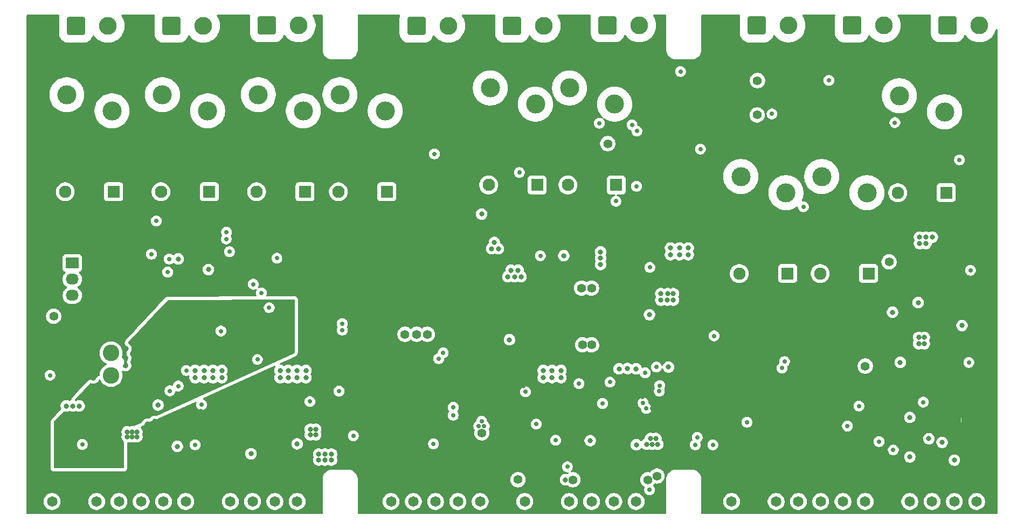
<source format=gbr>
%TF.GenerationSoftware,KiCad,Pcbnew,9.0.4*%
%TF.CreationDate,2025-10-09T12:47:56+02:00*%
%TF.ProjectId,io-gateway,696f2d67-6174-4657-9761-792e6b696361,rev?*%
%TF.SameCoordinates,Original*%
%TF.FileFunction,Copper,L2,Inr*%
%TF.FilePolarity,Positive*%
%FSLAX46Y46*%
G04 Gerber Fmt 4.6, Leading zero omitted, Abs format (unit mm)*
G04 Created by KiCad (PCBNEW 9.0.4) date 2025-10-09 12:47:56*
%MOMM*%
%LPD*%
G01*
G04 APERTURE LIST*
G04 Aperture macros list*
%AMRoundRect*
0 Rectangle with rounded corners*
0 $1 Rounding radius*
0 $2 $3 $4 $5 $6 $7 $8 $9 X,Y pos of 4 corners*
0 Add a 4 corners polygon primitive as box body*
4,1,4,$2,$3,$4,$5,$6,$7,$8,$9,$2,$3,0*
0 Add four circle primitives for the rounded corners*
1,1,$1+$1,$2,$3*
1,1,$1+$1,$4,$5*
1,1,$1+$1,$6,$7*
1,1,$1+$1,$8,$9*
0 Add four rect primitives between the rounded corners*
20,1,$1+$1,$2,$3,$4,$5,0*
20,1,$1+$1,$4,$5,$6,$7,0*
20,1,$1+$1,$6,$7,$8,$9,0*
20,1,$1+$1,$8,$9,$2,$3,0*%
G04 Aperture macros list end*
%TA.AperFunction,ComponentPad*%
%ADD10C,4.200000*%
%TD*%
%TA.AperFunction,ComponentPad*%
%ADD11R,1.950000X1.950000*%
%TD*%
%TA.AperFunction,ComponentPad*%
%ADD12C,1.950000*%
%TD*%
%TA.AperFunction,ComponentPad*%
%ADD13C,3.000000*%
%TD*%
%TA.AperFunction,ComponentPad*%
%ADD14C,1.650000*%
%TD*%
%TA.AperFunction,ComponentPad*%
%ADD15RoundRect,0.250001X-1.149999X-1.149999X1.149999X-1.149999X1.149999X1.149999X-1.149999X1.149999X0*%
%TD*%
%TA.AperFunction,ComponentPad*%
%ADD16C,2.800000*%
%TD*%
%TA.AperFunction,ComponentPad*%
%ADD17C,2.600000*%
%TD*%
%TA.AperFunction,ComponentPad*%
%ADD18R,2.030000X1.730000*%
%TD*%
%TA.AperFunction,ComponentPad*%
%ADD19O,2.030000X1.730000*%
%TD*%
%TA.AperFunction,ViaPad*%
%ADD20C,0.800000*%
%TD*%
%TA.AperFunction,ViaPad*%
%ADD21C,0.700000*%
%TD*%
%TA.AperFunction,ViaPad*%
%ADD22C,1.400000*%
%TD*%
G04 APERTURE END LIST*
D10*
%TO.N,GND_CTRL*%
%TO.C,FRDM_MCXA153_1*%
X113675000Y-63692000D03*
X200670000Y-63692000D03*
X113675000Y-113476000D03*
X200670000Y-113476000D03*
%TD*%
D11*
%TO.N,+24V*%
%TO.C,K9*%
X170799000Y-90424000D03*
D12*
%TO.N,Net-(D_K9-A)*%
X163199000Y-90424000D03*
D13*
%TO.N,/Relay9/VAC_OUT*%
X170549000Y-77724000D03*
%TO.N,/Relay9/VAC_IN*%
X163449000Y-75184000D03*
%TD*%
D14*
%TO.N,VDC_CTRL*%
%TO.C,J1*%
X55250000Y-126250000D03*
%TO.N,GND_CTRL*%
X58750000Y-126250000D03*
%TO.N,+5VP*%
X62250000Y-126250000D03*
%TO.N,/RS485_B*%
X65750000Y-126250000D03*
%TO.N,/RS485_A*%
X69250000Y-126250000D03*
%TO.N,GND2*%
X72750000Y-126250000D03*
%TO.N,/Dimmer1/VIN_DIM*%
X76250000Y-126250000D03*
%TO.N,GND_CTRL*%
X79750000Y-126250000D03*
%TO.N,DIM1_VLED_VCC*%
X83250000Y-126250000D03*
%TO.N,DIM1_VLED_GND*%
X86750000Y-126250000D03*
%TO.N,DIM2_VLED_VCC*%
X90250000Y-126250000D03*
%TO.N,DIM2_VLED_GND*%
X93750000Y-126250000D03*
%TD*%
D15*
%TO.N,/Relay7/VAC_OUT*%
%TO.C,J5*%
X195933000Y-51433000D03*
D16*
%TO.N,/Relay7/VAC_IN*%
X200933000Y-51433000D03*
%TD*%
D15*
%TO.N,/Relay1/VAC_OUT*%
%TO.C,J7*%
X89000000Y-51433000D03*
D16*
%TO.N,/Relay1/VAC_IN*%
X94000000Y-51433000D03*
%TD*%
D11*
%TO.N,+24V*%
%TO.C,K7*%
X195703000Y-77724000D03*
D12*
%TO.N,Net-(D_K7-A)*%
X188103000Y-77724000D03*
D13*
%TO.N,/Relay7/VAC_OUT*%
X195453000Y-65024000D03*
%TO.N,/Relay7/VAC_IN*%
X188353000Y-62484000D03*
%TD*%
D11*
%TO.N,+24V*%
%TO.C,K8*%
X183511000Y-90424000D03*
D12*
%TO.N,Net-(D_K8-A)*%
X175911000Y-90424000D03*
D13*
%TO.N,/Relay8/VAC_OUT*%
X183261000Y-77724000D03*
%TO.N,/Relay8/VAC_IN*%
X176161000Y-75184000D03*
%TD*%
D15*
%TO.N,/Relay4/VAC_OUT*%
%TO.C,J4*%
X142500000Y-51433000D03*
D16*
%TO.N,/Relay4/VAC_IN*%
X147500000Y-51433000D03*
%TD*%
D15*
%TO.N,/Relay9/VAC_OUT*%
%TO.C,J13*%
X165950000Y-51450000D03*
D16*
%TO.N,/Relay9/VAC_IN*%
X170950000Y-51450000D03*
%TD*%
D15*
%TO.N,/Relay5/VAC_OUT*%
%TO.C,J10*%
X127500000Y-51500000D03*
D16*
%TO.N,/Relay5/VAC_IN*%
X132500000Y-51500000D03*
%TD*%
D11*
%TO.N,+24V*%
%TO.C,K4*%
X143881000Y-76510000D03*
D12*
%TO.N,Net-(D_K4-A)*%
X136281000Y-76510000D03*
D13*
%TO.N,/Relay4/VAC_OUT*%
X143631000Y-63810000D03*
%TO.N,/Relay4/VAC_IN*%
X136531000Y-61270000D03*
%TD*%
D14*
%TO.N,/Dimmer4/VIN_DIM*%
%TO.C,J3*%
X162000000Y-126250000D03*
%TO.N,GND_CTRL*%
X165500000Y-126250000D03*
%TO.N,DIM7_VLED_VCC*%
X169000000Y-126250000D03*
%TO.N,DIM7_VLED_GND*%
X172500000Y-126250000D03*
%TO.N,DIM8_VLED_VCC*%
X176000000Y-126250000D03*
%TO.N,DIM8_VLED_GND*%
X179500000Y-126250000D03*
%TO.N,/Dimmer5/VIN_DIM*%
X183000000Y-126250000D03*
%TO.N,GND_CTRL*%
X186500000Y-126250000D03*
%TO.N,DIM9_VLED_VCC*%
X190000000Y-126250000D03*
%TO.N,DIM9_VLED_GND*%
X193500000Y-126250000D03*
%TO.N,DIM10_VLED_VCC*%
X197000000Y-126250000D03*
%TO.N,DIM10_VLED_GND*%
X200500000Y-126250000D03*
%TD*%
D15*
%TO.N,/Relay8/VAC_OUT*%
%TO.C,J12*%
X180900000Y-51450000D03*
D16*
%TO.N,/Relay8/VAC_IN*%
X185900000Y-51450000D03*
%TD*%
D15*
%TO.N,/Relay6/VAC_OUT*%
%TO.C,J11*%
X112500000Y-51500000D03*
D16*
%TO.N,/Relay6/VAC_IN*%
X117500000Y-51500000D03*
%TD*%
D14*
%TO.N,/ADC_IN1*%
%TO.C,J2*%
X108500000Y-126250000D03*
%TO.N,/ADC_IN2*%
X112000000Y-126250000D03*
%TO.N,/UART1_TX*%
X115500000Y-126250000D03*
%TO.N,/UART1_RX*%
X119000000Y-126250000D03*
%TO.N,/UART1_RTS*%
X122500000Y-126250000D03*
%TO.N,GND_CTRL*%
X126000000Y-126250000D03*
%TO.N,/Dimmer3/VIN_DIM*%
X129500000Y-126250000D03*
%TO.N,GND_CTRL*%
X133000000Y-126250000D03*
%TO.N,DIM5_VLED_VCC*%
X136500000Y-126250000D03*
%TO.N,DIM5_VLED_GND*%
X140000000Y-126250000D03*
%TO.N,DIM6_VLED_VCC*%
X143500000Y-126250000D03*
%TO.N,DIM6_VLED_GND*%
X147000000Y-126250000D03*
%TD*%
D11*
%TO.N,+24V*%
%TO.C,K3*%
X64918400Y-77571600D03*
D12*
%TO.N,Net-(D_K3-A)*%
X57318400Y-77571600D03*
D13*
%TO.N,/Relay3/VAC_OUT*%
X64668400Y-64871600D03*
%TO.N,/Relay3/VAC_IN*%
X57568400Y-62331600D03*
%TD*%
D11*
%TO.N,+24V*%
%TO.C,K6*%
X107832400Y-77571600D03*
D12*
%TO.N,Net-(D_K6-A)*%
X100232400Y-77571600D03*
D13*
%TO.N,/Relay6/VAC_OUT*%
X107582400Y-64871600D03*
%TO.N,/Relay6/VAC_IN*%
X100482400Y-62331600D03*
%TD*%
D15*
%TO.N,/Relay3/VAC_OUT*%
%TO.C,J9*%
X59000000Y-51500000D03*
D16*
%TO.N,/Relay3/VAC_IN*%
X64000000Y-51500000D03*
%TD*%
D17*
%TO.N,/MCU_VoltageRegulator/VregSW*%
%TO.C,L6*%
X64516000Y-106426000D03*
%TO.N,+5V*%
X64516000Y-102926000D03*
%TD*%
D11*
%TO.N,+24V*%
%TO.C,K2*%
X79943200Y-77571600D03*
D12*
%TO.N,Net-(D_K2-A)*%
X72343200Y-77571600D03*
D13*
%TO.N,/Relay2/VAC_OUT*%
X79693200Y-64871600D03*
%TO.N,/Relay2/VAC_IN*%
X72593200Y-62331600D03*
%TD*%
D11*
%TO.N,+24V*%
%TO.C,K5*%
X131441000Y-76510000D03*
D12*
%TO.N,Net-(D_K5-A)*%
X123841000Y-76510000D03*
D13*
%TO.N,/Relay5/VAC_OUT*%
X131191000Y-63810000D03*
%TO.N,/Relay5/VAC_IN*%
X124091000Y-61270000D03*
%TD*%
D15*
%TO.N,/Relay2/VAC_OUT*%
%TO.C,J8*%
X73994000Y-51500000D03*
D16*
%TO.N,/Relay2/VAC_IN*%
X78994000Y-51500000D03*
%TD*%
D18*
%TO.N,Net-(D_F1-A)*%
%TO.C,M1*%
X58420000Y-88773000D03*
D19*
%TO.N,+24V*%
X58420000Y-91313000D03*
%TO.N,Net-(FRDM_MCXA153_1D-Pin_J1_10)*%
X58420000Y-93853000D03*
%TD*%
D11*
%TO.N,+24V*%
%TO.C,K1*%
X94980000Y-77571600D03*
D12*
%TO.N,Net-(D_K1-A)*%
X87380000Y-77571600D03*
D13*
%TO.N,/Relay1/VAC_OUT*%
X94730000Y-64871600D03*
%TO.N,/Relay1/VAC_IN*%
X87630000Y-62331600D03*
%TD*%
D20*
%TO.N,/Dimmer3/DIM2_SW*%
X150876000Y-93587000D03*
D21*
%TO.N,GND_CTRL*%
X119550000Y-112500000D03*
%TO.N,/UART1_RX*%
X118249000Y-112700236D03*
D20*
%TO.N,DIM1_VLED_GND*%
X86500000Y-118750000D03*
D21*
%TO.N,GND2*%
X65900000Y-117050000D03*
X59499002Y-114277067D03*
D20*
%TO.N,GND_CTRL*%
X66850000Y-102250000D03*
X66400000Y-100300000D03*
D21*
X133000000Y-89500000D03*
X133000000Y-90500000D03*
X134000000Y-90500000D03*
X134000000Y-89500000D03*
%TO.N,GND2*%
X66167000Y-118750000D03*
D20*
%TO.N,GND_CTRL*%
X167400000Y-113000000D03*
X160600000Y-116000000D03*
X160800000Y-112200000D03*
X130600000Y-122600000D03*
X138000000Y-124600000D03*
X58200000Y-96200000D03*
X57200000Y-97600000D03*
X58800000Y-83400000D03*
X60600000Y-72200000D03*
X73400000Y-84200000D03*
X106000000Y-91200000D03*
X100800000Y-87200000D03*
X100000000Y-91600000D03*
X99200000Y-95400000D03*
D21*
%TO.N,GND2*%
X83800000Y-101400000D03*
X83200000Y-102200000D03*
X84200000Y-102200000D03*
D20*
%TO.N,GND_CTRL*%
X106600000Y-100400000D03*
X151000000Y-125000000D03*
D22*
%TO.N,/Dimmer3/VIN_DIM*%
X128444800Y-122825000D03*
D21*
%TO.N,Net-(FRDM_MCXA153_1C-Pin_J2_5)*%
X116700000Y-102875000D03*
%TO.N,Net-(FRDM_MCXA153_1C-Pin_J2_7)*%
X116000000Y-103800000D03*
%TO.N,Net-(FRDM_MCXA153_1C-Pin_J2_5)*%
X150175000Y-105125000D03*
%TO.N,Net-(FRDM_MCXA153_1C-Pin_J2_7)*%
X148408749Y-106038454D03*
%TO.N,/UART1_TX*%
X118287500Y-111437500D03*
D20*
%TO.N,GND_CTRL*%
X155829000Y-108712000D03*
X158242000Y-107188000D03*
X158242000Y-108500000D03*
D21*
%TO.N,/UART1_RTS*%
X149125000Y-124425000D03*
X156600000Y-116175000D03*
D20*
%TO.N,/Dimmer3/DIM2_SW*%
X148636400Y-117250000D03*
X149500000Y-117250000D03*
X150400000Y-117250000D03*
X149250000Y-116350000D03*
X150100000Y-116350000D03*
D21*
%TO.N,/UART1_TX*%
X148091482Y-110780373D03*
%TO.N,/RelayCtrl_K3*%
X141730025Y-110843002D03*
%TO.N,/UART1_RX*%
X148600000Y-111650000D03*
D22*
%TO.N,+5V*%
X142544800Y-70002400D03*
X55500000Y-97150000D03*
X166000000Y-65500000D03*
D21*
X83122000Y-86995000D03*
D22*
X166065200Y-60096400D03*
D21*
X70866000Y-87376000D03*
X173274183Y-79920219D03*
D20*
%TO.N,+24V*%
X58477000Y-111239000D03*
X57461000Y-111239000D03*
X59506000Y-111252000D03*
%TO.N,DIM1_VLED_VCC*%
X79121000Y-105664000D03*
X80518000Y-105664000D03*
X81915000Y-106807000D03*
X80518000Y-106807000D03*
X77724000Y-106807000D03*
X79121000Y-106807000D03*
X77724000Y-105664000D03*
X81915000Y-105664000D03*
%TO.N,/Dimmer1/DIM2_SW*%
X95808800Y-114909600D03*
X96672400Y-114909600D03*
X96672400Y-115773200D03*
X95808800Y-115773200D03*
%TO.N,DIM2_VLED_VCC*%
X91059000Y-106807000D03*
X92329000Y-105664000D03*
X93726000Y-105664000D03*
X91059000Y-105664000D03*
X95123000Y-105664000D03*
X95123000Y-106807000D03*
X92329000Y-106807000D03*
X93726000Y-106807000D03*
%TO.N,DIM2_VLED_GND*%
X93750000Y-117200000D03*
D21*
%TO.N,/Dimmer1/DIM2_FB*%
X102583600Y-115921000D03*
D20*
%TO.N,DIM6_VLED_GND*%
X147025000Y-117337071D03*
%TO.N,/Dimmer5/VIN_DIM*%
X188499600Y-104394000D03*
D22*
X183000000Y-104971200D03*
X186740800Y-88595200D03*
D20*
%TO.N,DIM6_VLED_VCC*%
X147015200Y-105410000D03*
X145643600Y-105359200D03*
X144322800Y-105410000D03*
%TO.N,DIM5_VLED_GND*%
X139791000Y-116700000D03*
%TO.N,/Dimmer4/VIN_DIM*%
X128930400Y-90932000D03*
D22*
X138430000Y-92710000D03*
X140000000Y-92710000D03*
D20*
X127889000Y-90932000D03*
D22*
X138577600Y-101628400D03*
D20*
X126847600Y-90932000D03*
X127355600Y-89916000D03*
X128473200Y-89916000D03*
D22*
X140000000Y-101650800D03*
D20*
%TO.N,DIM5_VLED_VCC*%
X133793000Y-106795000D03*
X132396000Y-106795000D03*
X132396000Y-105652000D03*
X133793000Y-105652000D03*
X135190000Y-106795000D03*
X135190000Y-105652000D03*
%TO.N,/Dimmer1/VIN_DIM*%
X99161600Y-118821200D03*
X74916000Y-117602000D03*
X97129600Y-118821200D03*
X97129600Y-119735600D03*
X98145600Y-119735600D03*
X99161600Y-119735600D03*
X98145600Y-118821200D03*
D21*
%TO.N,Net-(U3-EN)*%
X54921000Y-106413000D03*
D20*
%TO.N,DIM10_VLED_VCC*%
X195072000Y-116967000D03*
X197000000Y-119761000D03*
%TO.N,DIM9_VLED_GND*%
X187285800Y-96506200D03*
X192991000Y-116382800D03*
%TO.N,DIM8_VLED_VCC*%
X155194000Y-87477600D03*
X153797000Y-87477600D03*
X153797000Y-86410800D03*
X152400000Y-87477600D03*
X155194000Y-86410800D03*
X152400000Y-86410800D03*
%TO.N,DIM7_VLED_GND*%
X135636000Y-87630000D03*
X149098000Y-96901000D03*
D22*
%TO.N,DIM7_VLED_VCC*%
X114198400Y-99974400D03*
X110693200Y-99974400D03*
X112522000Y-99974400D03*
D20*
%TO.N,DIM9_VLED_VCC*%
X191312800Y-94996000D03*
X190000000Y-113038000D03*
X190000000Y-119253000D03*
%TO.N,GND_CTRL*%
X123063000Y-88900000D03*
D21*
X195199000Y-86995000D03*
X80264000Y-114300000D03*
D20*
X71000000Y-92000000D03*
X167400000Y-116000000D03*
D21*
X139900000Y-86100000D03*
D20*
X202946000Y-70510400D03*
D21*
X80264000Y-115189000D03*
X147955000Y-109855000D03*
D20*
X159500000Y-60000000D03*
X125500000Y-105000000D03*
D21*
X132588000Y-82956400D03*
D20*
X181049400Y-102666800D03*
X87503000Y-56642000D03*
X76454000Y-119888000D03*
X148336000Y-74930000D03*
X104140000Y-52578000D03*
X185100000Y-100457000D03*
X157886400Y-127660400D03*
X186055000Y-113665000D03*
D21*
X133400800Y-112318800D03*
D20*
X83312000Y-56769000D03*
D21*
X119381600Y-114743400D03*
D20*
X154559000Y-65532000D03*
D21*
X80264000Y-116078000D03*
D20*
X125500000Y-106000000D03*
X158000000Y-56500000D03*
X161798000Y-78867000D03*
X83820000Y-51689000D03*
X159766000Y-90424000D03*
X73279000Y-122555000D03*
X80200000Y-91200000D03*
X157628480Y-106021520D03*
D21*
X145661450Y-109042160D03*
X142087600Y-106019600D03*
D20*
X138303000Y-127635000D03*
X140589000Y-96012000D03*
D21*
X79375000Y-115189000D03*
D20*
X189611000Y-84836000D03*
X107500000Y-74500000D03*
X147900000Y-58850000D03*
X191650000Y-119500000D03*
D21*
X78613000Y-113792000D03*
D20*
X67500000Y-98500000D03*
X199898000Y-84963000D03*
D21*
X124256800Y-83515200D03*
D20*
X140500000Y-94500000D03*
X174000000Y-121000000D03*
X189230000Y-66040000D03*
X66000000Y-81000000D03*
D21*
X133451600Y-82956400D03*
D20*
X178000000Y-121000000D03*
D21*
X131572000Y-84836000D03*
X194056000Y-86969600D03*
D20*
X161290000Y-52832000D03*
X136271000Y-50546000D03*
X122047000Y-52705000D03*
X127500000Y-94500000D03*
D21*
X79375000Y-116078000D03*
D20*
X129000000Y-96000000D03*
X93726000Y-108610400D03*
X106500000Y-106000000D03*
X103759000Y-124079000D03*
X154500000Y-60000000D03*
X74400000Y-127600000D03*
X66802000Y-104902000D03*
X104140000Y-50419000D03*
X77597000Y-119888000D03*
X188341000Y-127635000D03*
X87500000Y-85000000D03*
D21*
X147320000Y-84683600D03*
D20*
X64008000Y-127600000D03*
X69000000Y-50500000D03*
D21*
X130429000Y-89281000D03*
D20*
X190093600Y-99161600D03*
X91800000Y-88000000D03*
X83439000Y-62103000D03*
X139700000Y-65659000D03*
X115189000Y-93726000D03*
X136271000Y-52705000D03*
X83500000Y-80000000D03*
D21*
X142087600Y-104597200D03*
D20*
X104500000Y-84500000D03*
X198501000Y-97028000D03*
X193751200Y-100584000D03*
X189230000Y-68199000D03*
X61150000Y-80150000D03*
X198247000Y-70866000D03*
X158242000Y-115189000D03*
X91948000Y-113284000D03*
X66802000Y-103700000D03*
X202819000Y-118364000D03*
X185801000Y-96266000D03*
X76454000Y-121031000D03*
X179959000Y-95123000D03*
X158242000Y-114050000D03*
X202946000Y-99949000D03*
X187100000Y-75150000D03*
X150977600Y-50673000D03*
X196850000Y-101600000D03*
X71900000Y-111100000D03*
D21*
X139039600Y-104546400D03*
D20*
X68730000Y-76440000D03*
X136779000Y-101219000D03*
X161290000Y-50800000D03*
D21*
X140563600Y-104597200D03*
X78613000Y-115570000D03*
D20*
X86800000Y-93500000D03*
X137058400Y-81788000D03*
X199898000Y-81534000D03*
X120500000Y-80000000D03*
X158242000Y-109855000D03*
X193903600Y-94945200D03*
X79500000Y-69000000D03*
X127500000Y-67000000D03*
X105791000Y-115824000D03*
X188000000Y-117000000D03*
X161500000Y-56500000D03*
X52070000Y-96012000D03*
X103632000Y-113741200D03*
X97282000Y-50292000D03*
X51943000Y-91059000D03*
X100500000Y-80000000D03*
X123525000Y-124400000D03*
X104775000Y-122936000D03*
X81280000Y-123952000D03*
X106553000Y-127381000D03*
X102514400Y-95554800D03*
X104775000Y-112776000D03*
X199898000Y-83185000D03*
D21*
X78613000Y-112903000D03*
D20*
X198750000Y-123000000D03*
X174371000Y-101854000D03*
X184531000Y-127635000D03*
D21*
X134416800Y-113334800D03*
D20*
X52070000Y-66675000D03*
X203073000Y-109347000D03*
D21*
X145650000Y-109900000D03*
D20*
X71120000Y-117602000D03*
X191500000Y-123000000D03*
X110236000Y-90424000D03*
X195834000Y-100584000D03*
X150000000Y-60000000D03*
X83250002Y-93500000D03*
X98450000Y-58850000D03*
D21*
X135382000Y-113334800D03*
D20*
X124841000Y-108204000D03*
X175768000Y-50800000D03*
D21*
X125476000Y-83464400D03*
D20*
X203073000Y-104267000D03*
X195250000Y-119500000D03*
D21*
X154150000Y-117450000D03*
D20*
X124104400Y-127660400D03*
X125025000Y-122900000D03*
X69977000Y-117602000D03*
D21*
X126238000Y-84124800D03*
D20*
X162000000Y-104000000D03*
X125476000Y-64770000D03*
X188671200Y-99161600D03*
X164400000Y-116000000D03*
X194767200Y-101549200D03*
X51943000Y-75184000D03*
D21*
X78613000Y-114681000D03*
D20*
X181051200Y-99314000D03*
X61750000Y-106850000D03*
X91000000Y-80000000D03*
X167640000Y-127635000D03*
X57404000Y-124587000D03*
X116000000Y-106000000D03*
X118500000Y-100500000D03*
D21*
X145542000Y-113030000D03*
D20*
X108500000Y-85000000D03*
X188595000Y-90170000D03*
X120500000Y-116000000D03*
X104775000Y-121920000D03*
X70231000Y-114100000D03*
D21*
X136296400Y-113334800D03*
D20*
X88392000Y-115443000D03*
X192836800Y-94945200D03*
X96500000Y-85000000D03*
X198750000Y-119500000D03*
X103759000Y-121920000D03*
X127711200Y-127660400D03*
X203073000Y-93853000D03*
X81400000Y-90200000D03*
D21*
X147955000Y-107823000D03*
D20*
X87350000Y-110100000D03*
X102463600Y-112014000D03*
X71018400Y-118745000D03*
D21*
X73279000Y-113665000D03*
D20*
X190754000Y-52705000D03*
X95885000Y-127635000D03*
X195935600Y-95910400D03*
X127500000Y-96000000D03*
X123500000Y-74000000D03*
X71374000Y-113665000D03*
X197002400Y-94945200D03*
X110236000Y-93853000D03*
X68707000Y-67310000D03*
X151072662Y-127765400D03*
X123190000Y-95123000D03*
D21*
X135382000Y-112318800D03*
D20*
X189611000Y-83312000D03*
D21*
X120550000Y-114743400D03*
D20*
X68834000Y-118745000D03*
X193548000Y-110642400D03*
X59182000Y-97663000D03*
X70000000Y-81500000D03*
X64500000Y-69000000D03*
X170815000Y-127635000D03*
X194919600Y-95910400D03*
X108000000Y-80000000D03*
X138430000Y-50546000D03*
X137000000Y-96000000D03*
X60100000Y-104850000D03*
D21*
X132588000Y-83947000D03*
D20*
X155321000Y-79700000D03*
X84963000Y-127635000D03*
X158115000Y-83820000D03*
X188671200Y-100888800D03*
X177038000Y-58801000D03*
X174371000Y-104521000D03*
X185500000Y-119500000D03*
X60325000Y-122936000D03*
D21*
X148336000Y-86461600D03*
D20*
X102500000Y-101500000D03*
X155738600Y-113284000D03*
X52000000Y-50500000D03*
D21*
X139649200Y-84124800D03*
D20*
X83820000Y-50546000D03*
X181500000Y-123000000D03*
X181610000Y-83820000D03*
X185500000Y-123000000D03*
X196000000Y-73000000D03*
X146812000Y-72263000D03*
X192405000Y-74295000D03*
X115824000Y-77086000D03*
X160147000Y-122936000D03*
X91800000Y-86800000D03*
X194919600Y-94945200D03*
D21*
X130429000Y-90297000D03*
D20*
X91998800Y-127558800D03*
X157937200Y-52832000D03*
D21*
X78613000Y-112014000D03*
D20*
X67600000Y-127600000D03*
X117500000Y-77000000D03*
X174371000Y-103251000D03*
X157988000Y-75057000D03*
D21*
X147320000Y-85572600D03*
D20*
X120269000Y-94107000D03*
X167500000Y-123000000D03*
X194767200Y-100584000D03*
X73279000Y-124333000D03*
X131114800Y-127660400D03*
X163500000Y-60000000D03*
X102514400Y-96570800D03*
X134924800Y-127660400D03*
X65500000Y-89000000D03*
D21*
X145150000Y-117850000D03*
D20*
X200279000Y-71628000D03*
X198272400Y-108356400D03*
X155702000Y-112268000D03*
X103632000Y-112776000D03*
X131425000Y-101187998D03*
X119400000Y-116000000D03*
D21*
X140716000Y-84124800D03*
D20*
X70967600Y-127600000D03*
X104775000Y-111963200D03*
X120269000Y-92964000D03*
X117297200Y-127609600D03*
X198882000Y-127635000D03*
D21*
X133400800Y-113334800D03*
X81400000Y-110200000D03*
D20*
X160000000Y-104000000D03*
D21*
X133000000Y-101237998D03*
X196215000Y-85979000D03*
D20*
X122047000Y-50546000D03*
X51944074Y-84074000D03*
X81400000Y-91200000D03*
X60325000Y-124587000D03*
X120269000Y-95377000D03*
D21*
X52222400Y-98196400D03*
D20*
X188671200Y-97637600D03*
X162500000Y-95500000D03*
X197002400Y-95961200D03*
X161800000Y-88400000D03*
D21*
X124724000Y-91004991D03*
D20*
X200660000Y-67310000D03*
X72000000Y-85500000D03*
X103632000Y-111963200D03*
X135128000Y-65659000D03*
X164600000Y-123000000D03*
X125025000Y-124400000D03*
X178562000Y-89535000D03*
X153050000Y-79700000D03*
D21*
X137000000Y-109208800D03*
D20*
X202819000Y-122682000D03*
X177698400Y-127609600D03*
X61700000Y-105900000D03*
X123525000Y-122900000D03*
X141859000Y-127635000D03*
X188000000Y-123000000D03*
X103000000Y-67500000D03*
X105664000Y-119126000D03*
X76130000Y-82860000D03*
X121793000Y-88900000D03*
X155321000Y-76835000D03*
D21*
X136347200Y-112318800D03*
D20*
X193751200Y-101549200D03*
X98095011Y-57468066D03*
D21*
X120550000Y-113575000D03*
X122682000Y-65024000D03*
D20*
X60850000Y-106850000D03*
D21*
X119381600Y-113524200D03*
D20*
X191770000Y-127635000D03*
X95123000Y-108585000D03*
X86350000Y-110100000D03*
X196000000Y-75500000D03*
X172974000Y-84455000D03*
X167513000Y-99949000D03*
X102463600Y-112826800D03*
X108077000Y-52578000D03*
X60000000Y-106850000D03*
X104775000Y-113741200D03*
D21*
X162250000Y-66000000D03*
D20*
X153162000Y-76835000D03*
D21*
X124917200Y-84175600D03*
D20*
X181229000Y-127635000D03*
D21*
X133451600Y-83921600D03*
D20*
X160223200Y-127660400D03*
X107500000Y-71700000D03*
X127500000Y-74000000D03*
X203073000Y-58928000D03*
X179578000Y-97028000D03*
X195326000Y-127635000D03*
X85217000Y-92202000D03*
X93726000Y-110150000D03*
X68848328Y-117553805D03*
X52200000Y-122936000D03*
X202184000Y-59944000D03*
X186099600Y-110134400D03*
X175768000Y-52959000D03*
X118237000Y-88900000D03*
X111000000Y-67500000D03*
D21*
X134416800Y-112318800D03*
D20*
X131500000Y-74000000D03*
X151079200Y-52781200D03*
D21*
X52451000Y-110794800D03*
X72333022Y-113677667D03*
X132080000Y-85725000D03*
D20*
X162500000Y-60000000D03*
X73500000Y-80000000D03*
X113919000Y-127508000D03*
X65500000Y-94500000D03*
X195250000Y-123000000D03*
X163525200Y-127660400D03*
D21*
X149553974Y-111614024D03*
X120550000Y-112559000D03*
D20*
X193903600Y-95910400D03*
X188000000Y-119500000D03*
X158242000Y-112800000D03*
D21*
X148336000Y-83794600D03*
D20*
X120500000Y-85500000D03*
X196850000Y-100584000D03*
X103759000Y-96520000D03*
X123190000Y-93472000D03*
D21*
X131572000Y-82956400D03*
D20*
X192836800Y-95910400D03*
X57404000Y-122936000D03*
X144145000Y-73660000D03*
X202819000Y-127508000D03*
D21*
X195199000Y-85979000D03*
D20*
X120751600Y-127660400D03*
D21*
X148336000Y-84683600D03*
D20*
X202819000Y-117094000D03*
X119380000Y-67437000D03*
D21*
X194056000Y-85979000D03*
D20*
X106425000Y-122275000D03*
D21*
X130556000Y-83947000D03*
D20*
X160500000Y-60000000D03*
X157886400Y-50800000D03*
D21*
X148336000Y-85572600D03*
D20*
X190093600Y-97637600D03*
X85050000Y-113200000D03*
X52324000Y-118237000D03*
X85250000Y-110100000D03*
X112000000Y-80000000D03*
X173101000Y-94361000D03*
X136779000Y-104600000D03*
X129284200Y-105000000D03*
X118500000Y-102500000D03*
X63000000Y-96500000D03*
X83250002Y-92400000D03*
X115189000Y-90424000D03*
X105000000Y-73000000D03*
X165900000Y-79100000D03*
X195935600Y-94945200D03*
X152019000Y-65532000D03*
X72136000Y-57404000D03*
X179578000Y-104648000D03*
X153289000Y-65532000D03*
X57150000Y-127600000D03*
X104775000Y-124079000D03*
X66500000Y-73500000D03*
X52200000Y-127600000D03*
X81534000Y-116484400D03*
X102463600Y-113792000D03*
X90500000Y-68000000D03*
X88519000Y-127508000D03*
D21*
X147955000Y-108839000D03*
X134315200Y-82956400D03*
D20*
X60850000Y-105900000D03*
X161500000Y-60000000D03*
X202946000Y-88595200D03*
X123190000Y-96139000D03*
X190754000Y-50546000D03*
X103759000Y-95504000D03*
X103759000Y-122936000D03*
X195000000Y-115000000D03*
D21*
X132588000Y-84836000D03*
D20*
X81407000Y-127635000D03*
X69951600Y-118745000D03*
X85000000Y-93500000D03*
X145415000Y-127635000D03*
X103936800Y-127406400D03*
X167500000Y-95500000D03*
X155738600Y-114300000D03*
X68707000Y-57404000D03*
X138430000Y-52705000D03*
X193294000Y-70739000D03*
X78232000Y-124079000D03*
X202946000Y-67310000D03*
X127500000Y-93000000D03*
X174294800Y-127609600D03*
X110236000Y-127508000D03*
D21*
X139649200Y-85140800D03*
D20*
X198272400Y-109423200D03*
X78232000Y-127635000D03*
X70500000Y-84000000D03*
X163957000Y-83058000D03*
X108077000Y-50419000D03*
X157861000Y-122936000D03*
X194513200Y-110642400D03*
D21*
X79375000Y-114300000D03*
D20*
X181229000Y-92456000D03*
X174400000Y-78450000D03*
X195834000Y-101600000D03*
X137000000Y-94000000D03*
D21*
X131572000Y-83947000D03*
D20*
X129284200Y-108077000D03*
X60400000Y-127600000D03*
X51943000Y-59436000D03*
D21*
X130556000Y-84836000D03*
%TO.N,Net-(U_DIMA1-BOOT)*%
X73761600Y-108864400D03*
%TO.N,Net-(U_DIMA1-COMP)*%
X78740000Y-111048600D03*
%TO.N,Net-(U_DIMB1-BOOT)*%
X95750000Y-110550000D03*
%TO.N,/FRDM-MCXA153/RS485_RX*%
X185166000Y-116840000D03*
X89357200Y-95808800D03*
%TO.N,/FRDM-MCXA153/RS485_TX*%
X180200000Y-114400000D03*
X88138000Y-93472000D03*
D20*
%TO.N,/Dimmer1/DIM1_SW*%
X67056000Y-116078000D03*
X67818000Y-116078000D03*
X68580000Y-115316000D03*
X67056000Y-115316000D03*
X67818000Y-115316000D03*
X68580000Y-116078000D03*
D21*
%TO.N,/Dimmer1/DIM1_FB*%
X77724000Y-117348000D03*
%TO.N,/FRDM-MCXA153/RS485_RTS*%
X86868000Y-92100400D03*
X182000000Y-111252000D03*
%TO.N,/FRDM-MCXA153/TEMP_VOUT*%
X177292000Y-60071000D03*
D22*
%TO.N,/Dimmer3/VIN_DIM*%
X137058400Y-122834400D03*
X148834400Y-122834400D03*
D20*
X135908397Y-122834400D03*
D22*
X150284403Y-122253000D03*
%TO.N,/Dimmer3/DIM1_SW*%
X122783600Y-115468400D03*
D21*
X123139200Y-114401600D03*
X122275600Y-114401600D03*
D20*
X127101600Y-100838000D03*
D21*
X122732800Y-113639600D03*
D20*
%TO.N,/Dimmer3/DIM2_SW*%
X151954000Y-93587000D03*
X152088923Y-105125000D03*
X152843000Y-94615000D03*
X151923896Y-94600071D03*
X150874052Y-94618319D03*
X152843000Y-93587000D03*
D21*
%TO.N,/Dimmer3/DIM1_FB*%
X131318000Y-114096800D03*
X134355046Y-116642400D03*
%TO.N,/Dimmer3/DIM2_FB*%
X159050000Y-117350000D03*
X156300000Y-117350000D03*
D20*
%TO.N,/Dimmer4/DIM1_SW*%
X124307600Y-86512400D03*
X125349000Y-86537800D03*
X124721216Y-85547295D03*
X122732800Y-81076800D03*
%TO.N,/Dimmer4/DIM2_SW*%
X141427200Y-87020400D03*
X141427200Y-89001600D03*
X141427200Y-87985600D03*
D21*
%TO.N,/Dimmer4/DIM1_FB*%
X131953000Y-87630000D03*
%TO.N,/Dimmer4/DIM2_FB*%
X149148800Y-89458800D03*
D20*
%TO.N,/Dimmer5/DIM1_SW*%
X191516000Y-85725000D03*
X193548000Y-84709000D03*
X192532000Y-84709000D03*
X191516000Y-84709000D03*
X192532000Y-85725000D03*
%TO.N,/Dimmer5/DIM2_SW*%
X191389000Y-101473000D03*
X198200000Y-98600000D03*
X192278000Y-100457000D03*
X191389000Y-100457000D03*
X192278000Y-101473000D03*
D21*
%TO.N,/Dimmer5/DIM2_FB*%
X192125600Y-110642400D03*
%TO.N,/PWM_DIM8*%
X157099000Y-70866000D03*
%TO.N,/PWM_DIM9*%
X197800000Y-72550000D03*
%TO.N,/PWM_DIM7*%
X128651000Y-74549000D03*
%TO.N,/RelayCtrl_K1*%
X141224000Y-66802000D03*
%TO.N,/RelayCtrl_K3*%
X82600800Y-84988400D03*
%TO.N,/RelayCtrl_K5*%
X146354800Y-67056000D03*
%TO.N,/RelayCtrl_K2*%
X82651600Y-83921600D03*
X138023600Y-107737000D03*
%TO.N,/RelayCtrl_K7*%
X187655200Y-66700400D03*
%TO.N,/RelayCtrl_K4*%
X147116800Y-68042800D03*
%TO.N,/RelayCtrl_K9*%
X168341626Y-65341626D03*
%TO.N,/RelayCtrl_K6*%
X153974800Y-58674000D03*
%TO.N,/PWM_DIM10*%
X187401200Y-118160800D03*
X199263000Y-104394000D03*
%TO.N,/PWM_DIM1*%
X136200000Y-120800000D03*
X75070000Y-108102400D03*
%TO.N,/PWM_DIM5*%
X159258000Y-100228400D03*
%TO.N,/PWM_DIM2*%
X115316000Y-71628000D03*
%TO.N,/PWM_DIM6*%
X150653753Y-108919239D03*
%TO.N,GND2*%
X66180000Y-119680000D03*
X84963000Y-101400000D03*
X64770000Y-116205000D03*
X78400000Y-99600000D03*
X56896000Y-120396000D03*
X83000000Y-96400000D03*
X92964000Y-100457000D03*
X91948000Y-101244400D03*
X65609644Y-116180736D03*
X90678000Y-97790000D03*
X76200000Y-101432400D03*
X79800000Y-99600000D03*
X66200000Y-117900000D03*
X58674000Y-120396000D03*
X56007000Y-116078000D03*
X89662000Y-97790000D03*
X84400000Y-97600000D03*
X83000000Y-97600000D03*
X87630000Y-97840800D03*
X57785000Y-120396000D03*
X81600000Y-96400000D03*
X81600000Y-97600000D03*
X89662000Y-96901000D03*
%TO.N,Net-(D2-K)*%
X73400000Y-90200000D03*
D20*
%TO.N,Net-(D2-A)*%
X79800000Y-89800000D03*
%TO.N,Net-(D3-A)*%
X75057000Y-88138000D03*
D21*
%TO.N,Net-(U4-EN1)*%
X90570000Y-88030000D03*
%TO.N,+5VP*%
X87503000Y-103936800D03*
X81788000Y-99466400D03*
X59994800Y-117297200D03*
%TO.N,/INH_DIM_1u2*%
X164400000Y-113800000D03*
X115163600Y-117195600D03*
X100330000Y-108915200D03*
X76327000Y-105664000D03*
%TO.N,/INH_DIM_5u6*%
X129615000Y-109016800D03*
X150712000Y-108021124D03*
X142884000Y-107492800D03*
%TO.N,/INH_DIM_7u8*%
X143827500Y-79057500D03*
X147066000Y-76708000D03*
%TO.N,/INH_DIM_9u10*%
X199517000Y-89916000D03*
%TO.N,Net-(FRDM_MCXA153_1D-Pin_J1_8)*%
X170307000Y-104267000D03*
X100838000Y-98298000D03*
X71628000Y-82169000D03*
%TO.N,Net-(FRDM_MCXA153_1D-Pin_J1_10)*%
X73660000Y-88138000D03*
X100838000Y-99314000D03*
X169926000Y-105283000D03*
%TD*%
%TA.AperFunction,Conductor*%
%TO.N,GND_CTRL*%
G36*
X116586000Y-66675000D02*
G01*
X110744000Y-66675000D01*
X110744000Y-60833000D01*
X116586000Y-60833000D01*
X116586000Y-66675000D01*
G37*
%TD.AperFunction*%
%TD*%
%TA.AperFunction,Conductor*%
%TO.N,GND_CTRL*%
G36*
X203708000Y-66675000D02*
G01*
X197866000Y-66675000D01*
X197866000Y-66352609D01*
X197998135Y-66078229D01*
X198100168Y-65786636D01*
X198168911Y-65485452D01*
X198203500Y-65178465D01*
X198203500Y-64869535D01*
X198168911Y-64562548D01*
X198100168Y-64261364D01*
X197998135Y-63969771D01*
X197866000Y-63695390D01*
X197866000Y-60833000D01*
X203708000Y-60833000D01*
X203708000Y-66675000D01*
G37*
%TD.AperFunction*%
%TD*%
%TA.AperFunction,Conductor*%
%TO.N,GND_CTRL*%
G36*
X203749500Y-116217000D02*
G01*
X198120000Y-116217000D01*
X198120000Y-110617000D01*
X203749500Y-110617000D01*
X203749500Y-116217000D01*
G37*
%TD.AperFunction*%
%TD*%
%TA.AperFunction,Conductor*%
%TO.N,GND_CTRL*%
G36*
X116572565Y-116642000D02*
G01*
X115812789Y-116642000D01*
X115705762Y-116534973D01*
X115566460Y-116441895D01*
X115411682Y-116377784D01*
X115411674Y-116377782D01*
X115247371Y-116345100D01*
X115247367Y-116345100D01*
X115079833Y-116345100D01*
X115079828Y-116345100D01*
X114915525Y-116377782D01*
X114915517Y-116377784D01*
X114760739Y-116441895D01*
X114621437Y-116534973D01*
X114514410Y-116642000D01*
X110730565Y-116642000D01*
X110730565Y-110800000D01*
X116572565Y-110800000D01*
X116572565Y-116642000D01*
G37*
%TD.AperFunction*%
%TD*%
%TA.AperFunction,Conductor*%
%TO.N,GND_CTRL*%
G36*
X71950878Y-110707382D02*
G01*
X71966435Y-110710476D01*
X72003241Y-110717797D01*
X72026501Y-110724853D01*
X72075817Y-110745280D01*
X72097256Y-110756739D01*
X72141642Y-110786397D01*
X72160432Y-110801818D01*
X72198178Y-110839564D01*
X72213595Y-110858348D01*
X72243260Y-110902744D01*
X72254718Y-110924181D01*
X72275147Y-110973504D01*
X72282202Y-110996760D01*
X72287452Y-111023150D01*
X72289737Y-111034639D01*
X72292617Y-111049113D01*
X72295000Y-111073307D01*
X72295000Y-111126688D01*
X72292617Y-111150881D01*
X72282201Y-111203241D01*
X72275145Y-111226500D01*
X72254717Y-111275818D01*
X72243258Y-111297257D01*
X72213599Y-111341645D01*
X72198178Y-111360435D01*
X72160435Y-111398178D01*
X72141644Y-111413600D01*
X72097260Y-111443256D01*
X72075822Y-111454714D01*
X72026492Y-111475147D01*
X72003233Y-111482203D01*
X71950880Y-111492617D01*
X71926691Y-111495000D01*
X71873312Y-111495000D01*
X71849119Y-111492617D01*
X71834536Y-111489716D01*
X71796754Y-111482200D01*
X71773497Y-111475145D01*
X71724180Y-111454718D01*
X71702740Y-111443258D01*
X71658357Y-111413602D01*
X71639567Y-111398181D01*
X71601819Y-111360433D01*
X71586403Y-111341650D01*
X71556733Y-111297246D01*
X71545282Y-111275824D01*
X71524849Y-111226492D01*
X71517795Y-111203237D01*
X71507382Y-111150883D01*
X71505000Y-111126694D01*
X71505000Y-111073303D01*
X71507382Y-111049114D01*
X71516371Y-111003918D01*
X71517794Y-110996763D01*
X71524851Y-110973502D01*
X71545281Y-110924179D01*
X71556740Y-110902740D01*
X71586397Y-110858355D01*
X71601813Y-110839570D01*
X71639569Y-110801814D01*
X71658342Y-110786406D01*
X71702752Y-110756732D01*
X71724171Y-110745283D01*
X71773509Y-110724847D01*
X71796761Y-110717795D01*
X71823144Y-110712547D01*
X71849116Y-110707382D01*
X71873304Y-110705000D01*
X71926689Y-110705000D01*
X71950878Y-110707382D01*
G37*
%TD.AperFunction*%
%TA.AperFunction,Conductor*%
G36*
X56358788Y-49770185D02*
G01*
X56404543Y-49822989D01*
X56414487Y-49892147D01*
X56408353Y-49915443D01*
X56408416Y-49915462D01*
X56407832Y-49917422D01*
X56407265Y-49919578D01*
X56406952Y-49920377D01*
X56406950Y-49920384D01*
X56355919Y-50163761D01*
X56355918Y-50163765D01*
X56349500Y-50267150D01*
X56349500Y-52732827D01*
X56349501Y-52732850D01*
X56355919Y-52836236D01*
X56406950Y-53079615D01*
X56406953Y-53079625D01*
X56480823Y-53268934D01*
X56497344Y-53311273D01*
X56624635Y-53524894D01*
X56624638Y-53524898D01*
X56624639Y-53524899D01*
X56785349Y-53714650D01*
X56895993Y-53808360D01*
X56975106Y-53875365D01*
X57188727Y-54002656D01*
X57188730Y-54002657D01*
X57420374Y-54093046D01*
X57420381Y-54093048D01*
X57420386Y-54093050D01*
X57663764Y-54144081D01*
X57767159Y-54150500D01*
X60232840Y-54150499D01*
X60336236Y-54144081D01*
X60579614Y-54093050D01*
X60579621Y-54093046D01*
X60579625Y-54093046D01*
X60689508Y-54050169D01*
X60811273Y-54002656D01*
X61024894Y-53875365D01*
X61214650Y-53714650D01*
X61375365Y-53524894D01*
X61502656Y-53311273D01*
X61593050Y-53079614D01*
X61597395Y-53058887D01*
X61630416Y-52997315D01*
X61691485Y-52963369D01*
X61761213Y-52967828D01*
X61817460Y-53009276D01*
X61823749Y-53018360D01*
X61834947Y-53036181D01*
X61834950Y-53036185D01*
X61924770Y-53148816D01*
X62014452Y-53261273D01*
X62020562Y-53268934D01*
X62231066Y-53479438D01*
X62463815Y-53665050D01*
X62715883Y-53823435D01*
X62984099Y-53952601D01*
X63193994Y-54026046D01*
X63265079Y-54050920D01*
X63265087Y-54050923D01*
X63265090Y-54050923D01*
X63265091Y-54050924D01*
X63555325Y-54117168D01*
X63851147Y-54150499D01*
X63851148Y-54150500D01*
X63851151Y-54150500D01*
X64148852Y-54150500D01*
X64148852Y-54150499D01*
X64444675Y-54117168D01*
X64734909Y-54050924D01*
X65015901Y-53952601D01*
X65284117Y-53823435D01*
X65536185Y-53665050D01*
X65768934Y-53479438D01*
X65979438Y-53268934D01*
X66165050Y-53036185D01*
X66323435Y-52784117D01*
X66452601Y-52515901D01*
X66550924Y-52234909D01*
X66617168Y-51944675D01*
X66650500Y-51648849D01*
X66650500Y-51351151D01*
X66617168Y-51055325D01*
X66550924Y-50765091D01*
X66452601Y-50484099D01*
X66324050Y-50217160D01*
X66323436Y-50215885D01*
X66315345Y-50203009D01*
X66165050Y-49963815D01*
X66165048Y-49963812D01*
X66155478Y-49951811D01*
X66129070Y-49887124D01*
X66141828Y-49818429D01*
X66189699Y-49767536D01*
X66252426Y-49750500D01*
X71285749Y-49750500D01*
X71352788Y-49770185D01*
X71398543Y-49822989D01*
X71408487Y-49892147D01*
X71402353Y-49915443D01*
X71402416Y-49915462D01*
X71401832Y-49917422D01*
X71401265Y-49919578D01*
X71400952Y-49920377D01*
X71400950Y-49920384D01*
X71349919Y-50163761D01*
X71349918Y-50163765D01*
X71343500Y-50267150D01*
X71343500Y-52732827D01*
X71343501Y-52732850D01*
X71349919Y-52836236D01*
X71400950Y-53079615D01*
X71400953Y-53079625D01*
X71474823Y-53268934D01*
X71491344Y-53311273D01*
X71618635Y-53524894D01*
X71618638Y-53524898D01*
X71618639Y-53524899D01*
X71779349Y-53714650D01*
X71889993Y-53808360D01*
X71969106Y-53875365D01*
X72182727Y-54002656D01*
X72182730Y-54002657D01*
X72414374Y-54093046D01*
X72414381Y-54093048D01*
X72414386Y-54093050D01*
X72657764Y-54144081D01*
X72761159Y-54150500D01*
X75226840Y-54150499D01*
X75330236Y-54144081D01*
X75573614Y-54093050D01*
X75573621Y-54093046D01*
X75573625Y-54093046D01*
X75683508Y-54050169D01*
X75805273Y-54002656D01*
X76018894Y-53875365D01*
X76208650Y-53714650D01*
X76369365Y-53524894D01*
X76496656Y-53311273D01*
X76587050Y-53079614D01*
X76591395Y-53058887D01*
X76624416Y-52997315D01*
X76685485Y-52963369D01*
X76755213Y-52967828D01*
X76811460Y-53009276D01*
X76817749Y-53018360D01*
X76828947Y-53036181D01*
X76828950Y-53036185D01*
X76918770Y-53148816D01*
X77008452Y-53261273D01*
X77014562Y-53268934D01*
X77225066Y-53479438D01*
X77457815Y-53665050D01*
X77709883Y-53823435D01*
X77978099Y-53952601D01*
X78187994Y-54026046D01*
X78259079Y-54050920D01*
X78259087Y-54050923D01*
X78259090Y-54050923D01*
X78259091Y-54050924D01*
X78549325Y-54117168D01*
X78845147Y-54150499D01*
X78845148Y-54150500D01*
X78845151Y-54150500D01*
X79142852Y-54150500D01*
X79142852Y-54150499D01*
X79438675Y-54117168D01*
X79728909Y-54050924D01*
X80009901Y-53952601D01*
X80278117Y-53823435D01*
X80530185Y-53665050D01*
X80762934Y-53479438D01*
X80973438Y-53268934D01*
X81159050Y-53036185D01*
X81317435Y-52784117D01*
X81446601Y-52515901D01*
X81544924Y-52234909D01*
X81611168Y-51944675D01*
X81644500Y-51648849D01*
X81644500Y-51351151D01*
X81611168Y-51055325D01*
X81544924Y-50765091D01*
X81446601Y-50484099D01*
X81318050Y-50217160D01*
X81317436Y-50215885D01*
X81309345Y-50203009D01*
X81159050Y-49963815D01*
X81159048Y-49963812D01*
X81149478Y-49951811D01*
X81123070Y-49887124D01*
X81135828Y-49818429D01*
X81183699Y-49767536D01*
X81246426Y-49750500D01*
X86275827Y-49750500D01*
X86342866Y-49770185D01*
X86388621Y-49822989D01*
X86398565Y-49892147D01*
X86397192Y-49899922D01*
X86369939Y-50029897D01*
X86355919Y-50096762D01*
X86355918Y-50096765D01*
X86349500Y-50200150D01*
X86349500Y-52665827D01*
X86349501Y-52665850D01*
X86355919Y-52769236D01*
X86406950Y-53012615D01*
X86406953Y-53012625D01*
X86497342Y-53244269D01*
X86497344Y-53244273D01*
X86624635Y-53457894D01*
X86624638Y-53457898D01*
X86624639Y-53457899D01*
X86785349Y-53647650D01*
X86913792Y-53756435D01*
X86975106Y-53808365D01*
X87188727Y-53935656D01*
X87188730Y-53935657D01*
X87420374Y-54026046D01*
X87420381Y-54026048D01*
X87420386Y-54026050D01*
X87663764Y-54077081D01*
X87767159Y-54083500D01*
X90232840Y-54083499D01*
X90336236Y-54077081D01*
X90579614Y-54026050D01*
X90579621Y-54026046D01*
X90579625Y-54026046D01*
X90687583Y-53983920D01*
X90811273Y-53935656D01*
X91024894Y-53808365D01*
X91214650Y-53647650D01*
X91375365Y-53457894D01*
X91502656Y-53244273D01*
X91583853Y-53036185D01*
X91593046Y-53012625D01*
X91593046Y-53012622D01*
X91593050Y-53012614D01*
X91597395Y-52991887D01*
X91630416Y-52930315D01*
X91691485Y-52896369D01*
X91761213Y-52900828D01*
X91817460Y-52942276D01*
X91823749Y-52951360D01*
X91834947Y-52969181D01*
X91834950Y-52969185D01*
X92020562Y-53201934D01*
X92231066Y-53412438D01*
X92463815Y-53598050D01*
X92715883Y-53756435D01*
X92984099Y-53885601D01*
X93175569Y-53952599D01*
X93265079Y-53983920D01*
X93265087Y-53983923D01*
X93265090Y-53983923D01*
X93265091Y-53983924D01*
X93555325Y-54050168D01*
X93851147Y-54083499D01*
X93851148Y-54083500D01*
X93851151Y-54083500D01*
X94148852Y-54083500D01*
X94148852Y-54083499D01*
X94444675Y-54050168D01*
X94734909Y-53983924D01*
X95015901Y-53885601D01*
X95284117Y-53756435D01*
X95536185Y-53598050D01*
X95768934Y-53412438D01*
X95979438Y-53201934D01*
X96165050Y-52969185D01*
X96323435Y-52717117D01*
X96452601Y-52448901D01*
X96550924Y-52167909D01*
X96617168Y-51877675D01*
X96650500Y-51581849D01*
X96650500Y-51284151D01*
X96617168Y-50988325D01*
X96550924Y-50698091D01*
X96452601Y-50417099D01*
X96355701Y-50215885D01*
X96323436Y-50148885D01*
X96192482Y-49940472D01*
X96173482Y-49873235D01*
X96193850Y-49806400D01*
X96247118Y-49761186D01*
X96297476Y-49750500D01*
X97625500Y-49750500D01*
X97692539Y-49770185D01*
X97738294Y-49822989D01*
X97749500Y-49874500D01*
X97749500Y-55368097D01*
X97786446Y-55601368D01*
X97859433Y-55825996D01*
X97966657Y-56036433D01*
X98105483Y-56227510D01*
X98272490Y-56394517D01*
X98463567Y-56533343D01*
X98562991Y-56584002D01*
X98674003Y-56640566D01*
X98674005Y-56640566D01*
X98674008Y-56640568D01*
X98794412Y-56679689D01*
X98898631Y-56713553D01*
X99131903Y-56750500D01*
X99131908Y-56750500D01*
X101868097Y-56750500D01*
X102101368Y-56713553D01*
X102325992Y-56640568D01*
X102536433Y-56533343D01*
X102727510Y-56394517D01*
X102894517Y-56227510D01*
X103033343Y-56036433D01*
X103140568Y-55825992D01*
X103213553Y-55601368D01*
X103250500Y-55368097D01*
X103250500Y-49874500D01*
X103270185Y-49807461D01*
X103322989Y-49761706D01*
X103374500Y-49750500D01*
X109791749Y-49750500D01*
X109858788Y-49770185D01*
X109904543Y-49822989D01*
X109914487Y-49892147D01*
X109908353Y-49915443D01*
X109908416Y-49915462D01*
X109907832Y-49917422D01*
X109907265Y-49919578D01*
X109906952Y-49920377D01*
X109906950Y-49920384D01*
X109855919Y-50163761D01*
X109855918Y-50163765D01*
X109849500Y-50267150D01*
X109849500Y-52732827D01*
X109849501Y-52732850D01*
X109855919Y-52836236D01*
X109906950Y-53079615D01*
X109906953Y-53079625D01*
X109980823Y-53268934D01*
X109997344Y-53311273D01*
X110124635Y-53524894D01*
X110124638Y-53524898D01*
X110124639Y-53524899D01*
X110285349Y-53714650D01*
X110395993Y-53808360D01*
X110475106Y-53875365D01*
X110688727Y-54002656D01*
X110688730Y-54002657D01*
X110920374Y-54093046D01*
X110920381Y-54093048D01*
X110920386Y-54093050D01*
X111163764Y-54144081D01*
X111267159Y-54150500D01*
X113732840Y-54150499D01*
X113836236Y-54144081D01*
X114079614Y-54093050D01*
X114079621Y-54093046D01*
X114079625Y-54093046D01*
X114189508Y-54050169D01*
X114311273Y-54002656D01*
X114524894Y-53875365D01*
X114714650Y-53714650D01*
X114875365Y-53524894D01*
X115002656Y-53311273D01*
X115093050Y-53079614D01*
X115097395Y-53058887D01*
X115130416Y-52997315D01*
X115191485Y-52963369D01*
X115261213Y-52967828D01*
X115317460Y-53009276D01*
X115323749Y-53018360D01*
X115334947Y-53036181D01*
X115334950Y-53036185D01*
X115424770Y-53148816D01*
X115514452Y-53261273D01*
X115520562Y-53268934D01*
X115731066Y-53479438D01*
X115963815Y-53665050D01*
X116215883Y-53823435D01*
X116484099Y-53952601D01*
X116693994Y-54026046D01*
X116765079Y-54050920D01*
X116765087Y-54050923D01*
X116765090Y-54050923D01*
X116765091Y-54050924D01*
X117055325Y-54117168D01*
X117351147Y-54150499D01*
X117351148Y-54150500D01*
X117351151Y-54150500D01*
X117648852Y-54150500D01*
X117648852Y-54150499D01*
X117944675Y-54117168D01*
X118234909Y-54050924D01*
X118515901Y-53952601D01*
X118784117Y-53823435D01*
X119036185Y-53665050D01*
X119268934Y-53479438D01*
X119479438Y-53268934D01*
X119665050Y-53036185D01*
X119823435Y-52784117D01*
X119952601Y-52515901D01*
X120050924Y-52234909D01*
X120117168Y-51944675D01*
X120150500Y-51648849D01*
X120150500Y-51351151D01*
X120117168Y-51055325D01*
X120050924Y-50765091D01*
X119952601Y-50484099D01*
X119824050Y-50217160D01*
X119823436Y-50215885D01*
X119815345Y-50203009D01*
X119665050Y-49963815D01*
X119665048Y-49963812D01*
X119655478Y-49951811D01*
X119629070Y-49887124D01*
X119641828Y-49818429D01*
X119689699Y-49767536D01*
X119752426Y-49750500D01*
X124791749Y-49750500D01*
X124858788Y-49770185D01*
X124904543Y-49822989D01*
X124914487Y-49892147D01*
X124908353Y-49915443D01*
X124908416Y-49915462D01*
X124907832Y-49917422D01*
X124907265Y-49919578D01*
X124906952Y-49920377D01*
X124906950Y-49920384D01*
X124855919Y-50163761D01*
X124855918Y-50163765D01*
X124849500Y-50267150D01*
X124849500Y-52732827D01*
X124849501Y-52732850D01*
X124855919Y-52836236D01*
X124906950Y-53079615D01*
X124906953Y-53079625D01*
X124980823Y-53268934D01*
X124997344Y-53311273D01*
X125124635Y-53524894D01*
X125124638Y-53524898D01*
X125124639Y-53524899D01*
X125285349Y-53714650D01*
X125395993Y-53808360D01*
X125475106Y-53875365D01*
X125688727Y-54002656D01*
X125688730Y-54002657D01*
X125920374Y-54093046D01*
X125920381Y-54093048D01*
X125920386Y-54093050D01*
X126163764Y-54144081D01*
X126267159Y-54150500D01*
X128732840Y-54150499D01*
X128836236Y-54144081D01*
X129079614Y-54093050D01*
X129079621Y-54093046D01*
X129079625Y-54093046D01*
X129189508Y-54050169D01*
X129311273Y-54002656D01*
X129524894Y-53875365D01*
X129714650Y-53714650D01*
X129875365Y-53524894D01*
X130002656Y-53311273D01*
X130093050Y-53079614D01*
X130097395Y-53058887D01*
X130130416Y-52997315D01*
X130191485Y-52963369D01*
X130261213Y-52967828D01*
X130317460Y-53009276D01*
X130323749Y-53018360D01*
X130334947Y-53036181D01*
X130334950Y-53036185D01*
X130424770Y-53148816D01*
X130514452Y-53261273D01*
X130520562Y-53268934D01*
X130731066Y-53479438D01*
X130963815Y-53665050D01*
X131215883Y-53823435D01*
X131484099Y-53952601D01*
X131693994Y-54026046D01*
X131765079Y-54050920D01*
X131765087Y-54050923D01*
X131765090Y-54050923D01*
X131765091Y-54050924D01*
X132055325Y-54117168D01*
X132351147Y-54150499D01*
X132351148Y-54150500D01*
X132351151Y-54150500D01*
X132648852Y-54150500D01*
X132648852Y-54150499D01*
X132944675Y-54117168D01*
X133234909Y-54050924D01*
X133515901Y-53952601D01*
X133784117Y-53823435D01*
X134036185Y-53665050D01*
X134268934Y-53479438D01*
X134479438Y-53268934D01*
X134665050Y-53036185D01*
X134823435Y-52784117D01*
X134952601Y-52515901D01*
X135050924Y-52234909D01*
X135117168Y-51944675D01*
X135150500Y-51648849D01*
X135150500Y-51351151D01*
X135117168Y-51055325D01*
X135050924Y-50765091D01*
X134952601Y-50484099D01*
X134824050Y-50217160D01*
X134823436Y-50215885D01*
X134815345Y-50203009D01*
X134665050Y-49963815D01*
X134665048Y-49963812D01*
X134655478Y-49951811D01*
X134629070Y-49887124D01*
X134641828Y-49818429D01*
X134689699Y-49767536D01*
X134752426Y-49750500D01*
X139775827Y-49750500D01*
X139842866Y-49770185D01*
X139888621Y-49822989D01*
X139898565Y-49892147D01*
X139897192Y-49899922D01*
X139869939Y-50029897D01*
X139855919Y-50096762D01*
X139855918Y-50096765D01*
X139849500Y-50200150D01*
X139849500Y-52665827D01*
X139849501Y-52665850D01*
X139855919Y-52769236D01*
X139906950Y-53012615D01*
X139906953Y-53012625D01*
X139997342Y-53244269D01*
X139997344Y-53244273D01*
X140124635Y-53457894D01*
X140124638Y-53457898D01*
X140124639Y-53457899D01*
X140285349Y-53647650D01*
X140413792Y-53756435D01*
X140475106Y-53808365D01*
X140688727Y-53935656D01*
X140688730Y-53935657D01*
X140920374Y-54026046D01*
X140920381Y-54026048D01*
X140920386Y-54026050D01*
X141163764Y-54077081D01*
X141267159Y-54083500D01*
X143732840Y-54083499D01*
X143836236Y-54077081D01*
X144079614Y-54026050D01*
X144079621Y-54026046D01*
X144079625Y-54026046D01*
X144187583Y-53983920D01*
X144311273Y-53935656D01*
X144524894Y-53808365D01*
X144714650Y-53647650D01*
X144875365Y-53457894D01*
X145002656Y-53244273D01*
X145083853Y-53036185D01*
X145093046Y-53012625D01*
X145093046Y-53012622D01*
X145093050Y-53012614D01*
X145097395Y-52991887D01*
X145130416Y-52930315D01*
X145191485Y-52896369D01*
X145261213Y-52900828D01*
X145317460Y-52942276D01*
X145323749Y-52951360D01*
X145334947Y-52969181D01*
X145334950Y-52969185D01*
X145520562Y-53201934D01*
X145731066Y-53412438D01*
X145963815Y-53598050D01*
X146215883Y-53756435D01*
X146484099Y-53885601D01*
X146675569Y-53952599D01*
X146765079Y-53983920D01*
X146765087Y-53983923D01*
X146765090Y-53983923D01*
X146765091Y-53983924D01*
X147055325Y-54050168D01*
X147351147Y-54083499D01*
X147351148Y-54083500D01*
X147351151Y-54083500D01*
X147648852Y-54083500D01*
X147648852Y-54083499D01*
X147944675Y-54050168D01*
X148234909Y-53983924D01*
X148515901Y-53885601D01*
X148784117Y-53756435D01*
X149036185Y-53598050D01*
X149268934Y-53412438D01*
X149479438Y-53201934D01*
X149665050Y-52969185D01*
X149823435Y-52717117D01*
X149952601Y-52448901D01*
X150050924Y-52167909D01*
X150117168Y-51877675D01*
X150150500Y-51581849D01*
X150150500Y-51284151D01*
X150117168Y-50988325D01*
X150050924Y-50698091D01*
X149952601Y-50417099D01*
X149855701Y-50215885D01*
X149823436Y-50148885D01*
X149692482Y-49940472D01*
X149673482Y-49873235D01*
X149693850Y-49806400D01*
X149747118Y-49761186D01*
X149797476Y-49750500D01*
X151625500Y-49750500D01*
X151692539Y-49770185D01*
X151738294Y-49822989D01*
X151749500Y-49874500D01*
X151749500Y-55368097D01*
X151786446Y-55601368D01*
X151859433Y-55825996D01*
X151966657Y-56036433D01*
X152105483Y-56227510D01*
X152272490Y-56394517D01*
X152463567Y-56533343D01*
X152562991Y-56584002D01*
X152674003Y-56640566D01*
X152674005Y-56640566D01*
X152674008Y-56640568D01*
X152794412Y-56679689D01*
X152898631Y-56713553D01*
X153131903Y-56750500D01*
X153131908Y-56750500D01*
X155868097Y-56750500D01*
X156101368Y-56713553D01*
X156325992Y-56640568D01*
X156536433Y-56533343D01*
X156727510Y-56394517D01*
X156894517Y-56227510D01*
X157033343Y-56036433D01*
X157140568Y-55825992D01*
X157213553Y-55601368D01*
X157250500Y-55368097D01*
X157250500Y-49874500D01*
X157270185Y-49807461D01*
X157322989Y-49761706D01*
X157374500Y-49750500D01*
X163229391Y-49750500D01*
X163296430Y-49770185D01*
X163342185Y-49822989D01*
X163352129Y-49892147D01*
X163350752Y-49899947D01*
X163305919Y-50113761D01*
X163305918Y-50113765D01*
X163299500Y-50217150D01*
X163299500Y-52682827D01*
X163299501Y-52682850D01*
X163305919Y-52786236D01*
X163356950Y-53029615D01*
X163356953Y-53029625D01*
X163447342Y-53261269D01*
X163447344Y-53261273D01*
X163574635Y-53474894D01*
X163574638Y-53474898D01*
X163574639Y-53474899D01*
X163735349Y-53664650D01*
X163863792Y-53773435D01*
X163925106Y-53825365D01*
X164138727Y-53952656D01*
X164138730Y-53952657D01*
X164370374Y-54043046D01*
X164370381Y-54043048D01*
X164370386Y-54043050D01*
X164613764Y-54094081D01*
X164717159Y-54100500D01*
X167182840Y-54100499D01*
X167286236Y-54094081D01*
X167529614Y-54043050D01*
X167529621Y-54043046D01*
X167529625Y-54043046D01*
X167633132Y-54002657D01*
X167761273Y-53952656D01*
X167974894Y-53825365D01*
X168164650Y-53664650D01*
X168325365Y-53474894D01*
X168452656Y-53261273D01*
X168523536Y-53079625D01*
X168543046Y-53029625D01*
X168543046Y-53029622D01*
X168543050Y-53029614D01*
X168547395Y-53008887D01*
X168580416Y-52947315D01*
X168641485Y-52913369D01*
X168711213Y-52917828D01*
X168767460Y-52959276D01*
X168773749Y-52968360D01*
X168784947Y-52986181D01*
X168784950Y-52986185D01*
X168970562Y-53218934D01*
X169181066Y-53429438D01*
X169413815Y-53615050D01*
X169665883Y-53773435D01*
X169934099Y-53902601D01*
X170145135Y-53976445D01*
X170215079Y-54000920D01*
X170215087Y-54000923D01*
X170215090Y-54000923D01*
X170215091Y-54000924D01*
X170505325Y-54067168D01*
X170801147Y-54100499D01*
X170801148Y-54100500D01*
X170801151Y-54100500D01*
X171098852Y-54100500D01*
X171098852Y-54100499D01*
X171394675Y-54067168D01*
X171684909Y-54000924D01*
X171965901Y-53902601D01*
X172234117Y-53773435D01*
X172486185Y-53615050D01*
X172718934Y-53429438D01*
X172929438Y-53218934D01*
X173115050Y-52986185D01*
X173273435Y-52734117D01*
X173402601Y-52465901D01*
X173500924Y-52184909D01*
X173567168Y-51894675D01*
X173600500Y-51598849D01*
X173600500Y-51301151D01*
X173567168Y-51005325D01*
X173500924Y-50715091D01*
X173494975Y-50698091D01*
X173476445Y-50645135D01*
X173402601Y-50434099D01*
X173273435Y-50165883D01*
X173146465Y-49963812D01*
X173131800Y-49940472D01*
X173112800Y-49873235D01*
X173133168Y-49806400D01*
X173186436Y-49761186D01*
X173236794Y-49750500D01*
X178179391Y-49750500D01*
X178246430Y-49770185D01*
X178292185Y-49822989D01*
X178302129Y-49892147D01*
X178300752Y-49899947D01*
X178255919Y-50113761D01*
X178255918Y-50113765D01*
X178249500Y-50217150D01*
X178249500Y-52682827D01*
X178249501Y-52682850D01*
X178255919Y-52786236D01*
X178306950Y-53029615D01*
X178306953Y-53029625D01*
X178397342Y-53261269D01*
X178397344Y-53261273D01*
X178524635Y-53474894D01*
X178524638Y-53474898D01*
X178524639Y-53474899D01*
X178685349Y-53664650D01*
X178813792Y-53773435D01*
X178875106Y-53825365D01*
X179088727Y-53952656D01*
X179088730Y-53952657D01*
X179320374Y-54043046D01*
X179320381Y-54043048D01*
X179320386Y-54043050D01*
X179563764Y-54094081D01*
X179667159Y-54100500D01*
X182132840Y-54100499D01*
X182236236Y-54094081D01*
X182479614Y-54043050D01*
X182479621Y-54043046D01*
X182479625Y-54043046D01*
X182583132Y-54002657D01*
X182711273Y-53952656D01*
X182924894Y-53825365D01*
X183114650Y-53664650D01*
X183275365Y-53474894D01*
X183402656Y-53261273D01*
X183473536Y-53079625D01*
X183493046Y-53029625D01*
X183493046Y-53029622D01*
X183493050Y-53029614D01*
X183497395Y-53008887D01*
X183530416Y-52947315D01*
X183591485Y-52913369D01*
X183661213Y-52917828D01*
X183717460Y-52959276D01*
X183723749Y-52968360D01*
X183734947Y-52986181D01*
X183734950Y-52986185D01*
X183920562Y-53218934D01*
X184131066Y-53429438D01*
X184363815Y-53615050D01*
X184615883Y-53773435D01*
X184884099Y-53902601D01*
X185095135Y-53976445D01*
X185165079Y-54000920D01*
X185165087Y-54000923D01*
X185165090Y-54000923D01*
X185165091Y-54000924D01*
X185455325Y-54067168D01*
X185751147Y-54100499D01*
X185751148Y-54100500D01*
X185751151Y-54100500D01*
X186048852Y-54100500D01*
X186048852Y-54100499D01*
X186344675Y-54067168D01*
X186634909Y-54000924D01*
X186915901Y-53902601D01*
X187184117Y-53773435D01*
X187436185Y-53615050D01*
X187668934Y-53429438D01*
X187879438Y-53218934D01*
X188065050Y-52986185D01*
X188223435Y-52734117D01*
X188352601Y-52465901D01*
X188450924Y-52184909D01*
X188517168Y-51894675D01*
X188550500Y-51598849D01*
X188550500Y-51301151D01*
X188517168Y-51005325D01*
X188450924Y-50715091D01*
X188444975Y-50698091D01*
X188426445Y-50645135D01*
X188352601Y-50434099D01*
X188223435Y-50165883D01*
X188096465Y-49963812D01*
X188081800Y-49940472D01*
X188062800Y-49873235D01*
X188083168Y-49806400D01*
X188136436Y-49761186D01*
X188186794Y-49750500D01*
X193208827Y-49750500D01*
X193275866Y-49770185D01*
X193321621Y-49822989D01*
X193331565Y-49892147D01*
X193330192Y-49899922D01*
X193302939Y-50029897D01*
X193288919Y-50096762D01*
X193288918Y-50096765D01*
X193282500Y-50200150D01*
X193282500Y-52665827D01*
X193282501Y-52665850D01*
X193288919Y-52769236D01*
X193339950Y-53012615D01*
X193339953Y-53012625D01*
X193430342Y-53244269D01*
X193430344Y-53244273D01*
X193557635Y-53457894D01*
X193557638Y-53457898D01*
X193557639Y-53457899D01*
X193718349Y-53647650D01*
X193846792Y-53756435D01*
X193908106Y-53808365D01*
X194121727Y-53935656D01*
X194121730Y-53935657D01*
X194353374Y-54026046D01*
X194353381Y-54026048D01*
X194353386Y-54026050D01*
X194596764Y-54077081D01*
X194700159Y-54083500D01*
X197165840Y-54083499D01*
X197269236Y-54077081D01*
X197512614Y-54026050D01*
X197512621Y-54026046D01*
X197512625Y-54026046D01*
X197620583Y-53983920D01*
X197744273Y-53935656D01*
X197957894Y-53808365D01*
X198147650Y-53647650D01*
X198308365Y-53457894D01*
X198435656Y-53244273D01*
X198516853Y-53036185D01*
X198526046Y-53012625D01*
X198526046Y-53012622D01*
X198526050Y-53012614D01*
X198530395Y-52991887D01*
X198563416Y-52930315D01*
X198624485Y-52896369D01*
X198694213Y-52900828D01*
X198750460Y-52942276D01*
X198756749Y-52951360D01*
X198767947Y-52969181D01*
X198767950Y-52969185D01*
X198953562Y-53201934D01*
X199164066Y-53412438D01*
X199396815Y-53598050D01*
X199648883Y-53756435D01*
X199917099Y-53885601D01*
X200108569Y-53952599D01*
X200198079Y-53983920D01*
X200198087Y-53983923D01*
X200198090Y-53983923D01*
X200198091Y-53983924D01*
X200488325Y-54050168D01*
X200784147Y-54083499D01*
X200784148Y-54083500D01*
X200784151Y-54083500D01*
X201081852Y-54083500D01*
X201081852Y-54083499D01*
X201377675Y-54050168D01*
X201667909Y-53983924D01*
X201948901Y-53885601D01*
X202217117Y-53756435D01*
X202469185Y-53598050D01*
X202701934Y-53412438D01*
X202912438Y-53201934D01*
X203098050Y-52969185D01*
X203256435Y-52717117D01*
X203385601Y-52448901D01*
X203483924Y-52167909D01*
X203504609Y-52077281D01*
X203538717Y-52016303D01*
X203600379Y-51983445D01*
X203670016Y-51989140D01*
X203725520Y-52031580D01*
X203749268Y-52097290D01*
X203749500Y-52104874D01*
X203749500Y-110617000D01*
X198120000Y-110617000D01*
X198120000Y-112963983D01*
X198102696Y-113039798D01*
X198102693Y-113039812D01*
X198070000Y-113329980D01*
X198070000Y-113622019D01*
X198102693Y-113912187D01*
X198102696Y-113912201D01*
X198120000Y-113988015D01*
X198120000Y-116217000D01*
X203749500Y-116217000D01*
X203749500Y-128125500D01*
X203729815Y-128192539D01*
X203677011Y-128238294D01*
X203625500Y-128249500D01*
X157374500Y-128249500D01*
X157307461Y-128229815D01*
X157261706Y-128177011D01*
X157250500Y-128125500D01*
X157250500Y-126145675D01*
X160674500Y-126145675D01*
X160674500Y-126354324D01*
X160707137Y-126560389D01*
X160771612Y-126758820D01*
X160866196Y-126944451D01*
X160866330Y-126944714D01*
X160988965Y-127113505D01*
X161136495Y-127261035D01*
X161305286Y-127383670D01*
X161393116Y-127428421D01*
X161491179Y-127478387D01*
X161491181Y-127478387D01*
X161491184Y-127478389D01*
X161597545Y-127512948D01*
X161689610Y-127542862D01*
X161895676Y-127575500D01*
X161895681Y-127575500D01*
X162104324Y-127575500D01*
X162310389Y-127542862D01*
X162311894Y-127542373D01*
X162508816Y-127478389D01*
X162694714Y-127383670D01*
X162863505Y-127261035D01*
X163011035Y-127113505D01*
X163133670Y-126944714D01*
X163228389Y-126758816D01*
X163292862Y-126560389D01*
X163308399Y-126462292D01*
X163325500Y-126354324D01*
X163325500Y-126145675D01*
X163292862Y-125939610D01*
X163228387Y-125741179D01*
X163178421Y-125643116D01*
X163133670Y-125555286D01*
X163011035Y-125386495D01*
X162863505Y-125238965D01*
X162694714Y-125116330D01*
X162634454Y-125085626D01*
X162508820Y-125021612D01*
X162310389Y-124957137D01*
X162104324Y-124924500D01*
X162104319Y-124924500D01*
X161895681Y-124924500D01*
X161895676Y-124924500D01*
X161689610Y-124957137D01*
X161491179Y-125021612D01*
X161305285Y-125116330D01*
X161136493Y-125238966D01*
X160988966Y-125386493D01*
X160866330Y-125555285D01*
X160771612Y-125741179D01*
X160707137Y-125939610D01*
X160674500Y-126145675D01*
X157250500Y-126145675D01*
X157250500Y-124600000D01*
X164000000Y-124600000D01*
X164000000Y-127800000D01*
X167200000Y-127800000D01*
X167200000Y-126145675D01*
X167674500Y-126145675D01*
X167674500Y-126354324D01*
X167707137Y-126560389D01*
X167771612Y-126758820D01*
X167866196Y-126944451D01*
X167866330Y-126944714D01*
X167988965Y-127113505D01*
X168136495Y-127261035D01*
X168305286Y-127383670D01*
X168393116Y-127428421D01*
X168491179Y-127478387D01*
X168491181Y-127478387D01*
X168491184Y-127478389D01*
X168597545Y-127512948D01*
X168689610Y-127542862D01*
X168895676Y-127575500D01*
X168895681Y-127575500D01*
X169104324Y-127575500D01*
X169310389Y-127542862D01*
X169311894Y-127542373D01*
X169508816Y-127478389D01*
X169694714Y-127383670D01*
X169863505Y-127261035D01*
X170011035Y-127113505D01*
X170133670Y-126944714D01*
X170228389Y-126758816D01*
X170292862Y-126560389D01*
X170308399Y-126462292D01*
X170325500Y-126354324D01*
X170325500Y-126145675D01*
X171174500Y-126145675D01*
X171174500Y-126354324D01*
X171207137Y-126560389D01*
X171271612Y-126758820D01*
X171366196Y-126944451D01*
X171366330Y-126944714D01*
X171488965Y-127113505D01*
X171636495Y-127261035D01*
X171805286Y-127383670D01*
X171893116Y-127428421D01*
X171991179Y-127478387D01*
X171991181Y-127478387D01*
X171991184Y-127478389D01*
X172097545Y-127512948D01*
X172189610Y-127542862D01*
X172395676Y-127575500D01*
X172395681Y-127575500D01*
X172604324Y-127575500D01*
X172810389Y-127542862D01*
X172811894Y-127542373D01*
X173008816Y-127478389D01*
X173194714Y-127383670D01*
X173363505Y-127261035D01*
X173511035Y-127113505D01*
X173633670Y-126944714D01*
X173728389Y-126758816D01*
X173792862Y-126560389D01*
X173808399Y-126462292D01*
X173825500Y-126354324D01*
X173825500Y-126145675D01*
X174674500Y-126145675D01*
X174674500Y-126354324D01*
X174707137Y-126560389D01*
X174771612Y-126758820D01*
X174866196Y-126944451D01*
X174866330Y-126944714D01*
X174988965Y-127113505D01*
X175136495Y-127261035D01*
X175305286Y-127383670D01*
X175393116Y-127428421D01*
X175491179Y-127478387D01*
X175491181Y-127478387D01*
X175491184Y-127478389D01*
X175597545Y-127512948D01*
X175689610Y-127542862D01*
X175895676Y-127575500D01*
X175895681Y-127575500D01*
X176104324Y-127575500D01*
X176310389Y-127542862D01*
X176311894Y-127542373D01*
X176508816Y-127478389D01*
X176694714Y-127383670D01*
X176863505Y-127261035D01*
X177011035Y-127113505D01*
X177133670Y-126944714D01*
X177228389Y-126758816D01*
X177292862Y-126560389D01*
X177308399Y-126462292D01*
X177325500Y-126354324D01*
X177325500Y-126145675D01*
X178174500Y-126145675D01*
X178174500Y-126354324D01*
X178207137Y-126560389D01*
X178271612Y-126758820D01*
X178366196Y-126944451D01*
X178366330Y-126944714D01*
X178488965Y-127113505D01*
X178636495Y-127261035D01*
X178805286Y-127383670D01*
X178893116Y-127428421D01*
X178991179Y-127478387D01*
X178991181Y-127478387D01*
X178991184Y-127478389D01*
X179097545Y-127512948D01*
X179189610Y-127542862D01*
X179395676Y-127575500D01*
X179395681Y-127575500D01*
X179604324Y-127575500D01*
X179810389Y-127542862D01*
X179811894Y-127542373D01*
X180008816Y-127478389D01*
X180194714Y-127383670D01*
X180363505Y-127261035D01*
X180511035Y-127113505D01*
X180633670Y-126944714D01*
X180728389Y-126758816D01*
X180792862Y-126560389D01*
X180808399Y-126462292D01*
X180825500Y-126354324D01*
X180825500Y-126145675D01*
X181674500Y-126145675D01*
X181674500Y-126354324D01*
X181707137Y-126560389D01*
X181771612Y-126758820D01*
X181866196Y-126944451D01*
X181866330Y-126944714D01*
X181988965Y-127113505D01*
X182136495Y-127261035D01*
X182305286Y-127383670D01*
X182393116Y-127428421D01*
X182491179Y-127478387D01*
X182491181Y-127478387D01*
X182491184Y-127478389D01*
X182597545Y-127512948D01*
X182689610Y-127542862D01*
X182895676Y-127575500D01*
X182895681Y-127575500D01*
X183104324Y-127575500D01*
X183310389Y-127542862D01*
X183311894Y-127542373D01*
X183508816Y-127478389D01*
X183694714Y-127383670D01*
X183863505Y-127261035D01*
X184011035Y-127113505D01*
X184133670Y-126944714D01*
X184228389Y-126758816D01*
X184292862Y-126560389D01*
X184308399Y-126462292D01*
X184325500Y-126354324D01*
X184325500Y-126145675D01*
X184292862Y-125939610D01*
X184228387Y-125741179D01*
X184178421Y-125643116D01*
X184133670Y-125555286D01*
X184011035Y-125386495D01*
X183863505Y-125238965D01*
X183694714Y-125116330D01*
X183634454Y-125085626D01*
X183508820Y-125021612D01*
X183310389Y-124957137D01*
X183104324Y-124924500D01*
X183104319Y-124924500D01*
X182895681Y-124924500D01*
X182895676Y-124924500D01*
X182689610Y-124957137D01*
X182491179Y-125021612D01*
X182305285Y-125116330D01*
X182136493Y-125238966D01*
X181988966Y-125386493D01*
X181866330Y-125555285D01*
X181771612Y-125741179D01*
X181707137Y-125939610D01*
X181674500Y-126145675D01*
X180825500Y-126145675D01*
X180792862Y-125939610D01*
X180728387Y-125741179D01*
X180678421Y-125643116D01*
X180633670Y-125555286D01*
X180511035Y-125386495D01*
X180363505Y-125238965D01*
X180194714Y-125116330D01*
X180134454Y-125085626D01*
X180008820Y-125021612D01*
X179810389Y-124957137D01*
X179604324Y-124924500D01*
X179604319Y-124924500D01*
X179395681Y-124924500D01*
X179395676Y-124924500D01*
X179189610Y-124957137D01*
X178991179Y-125021612D01*
X178805285Y-125116330D01*
X178636493Y-125238966D01*
X178488966Y-125386493D01*
X178366330Y-125555285D01*
X178271612Y-125741179D01*
X178207137Y-125939610D01*
X178174500Y-126145675D01*
X177325500Y-126145675D01*
X177292862Y-125939610D01*
X177228387Y-125741179D01*
X177178421Y-125643116D01*
X177133670Y-125555286D01*
X177011035Y-125386495D01*
X176863505Y-125238965D01*
X176694714Y-125116330D01*
X176634454Y-125085626D01*
X176508820Y-125021612D01*
X176310389Y-124957137D01*
X176104324Y-124924500D01*
X176104319Y-124924500D01*
X175895681Y-124924500D01*
X175895676Y-124924500D01*
X175689610Y-124957137D01*
X175491179Y-125021612D01*
X175305285Y-125116330D01*
X175136493Y-125238966D01*
X174988966Y-125386493D01*
X174866330Y-125555285D01*
X174771612Y-125741179D01*
X174707137Y-125939610D01*
X174674500Y-126145675D01*
X173825500Y-126145675D01*
X173792862Y-125939610D01*
X173728387Y-125741179D01*
X173678421Y-125643116D01*
X173633670Y-125555286D01*
X173511035Y-125386495D01*
X173363505Y-125238965D01*
X173194714Y-125116330D01*
X173134454Y-125085626D01*
X173008820Y-125021612D01*
X172810389Y-124957137D01*
X172604324Y-124924500D01*
X172604319Y-124924500D01*
X172395681Y-124924500D01*
X172395676Y-124924500D01*
X172189610Y-124957137D01*
X171991179Y-125021612D01*
X171805285Y-125116330D01*
X171636493Y-125238966D01*
X171488966Y-125386493D01*
X171366330Y-125555285D01*
X171271612Y-125741179D01*
X171207137Y-125939610D01*
X171174500Y-126145675D01*
X170325500Y-126145675D01*
X170292862Y-125939610D01*
X170228387Y-125741179D01*
X170178421Y-125643116D01*
X170133670Y-125555286D01*
X170011035Y-125386495D01*
X169863505Y-125238965D01*
X169694714Y-125116330D01*
X169634454Y-125085626D01*
X169508820Y-125021612D01*
X169310389Y-124957137D01*
X169104324Y-124924500D01*
X169104319Y-124924500D01*
X168895681Y-124924500D01*
X168895676Y-124924500D01*
X168689610Y-124957137D01*
X168491179Y-125021612D01*
X168305285Y-125116330D01*
X168136493Y-125238966D01*
X167988966Y-125386493D01*
X167866330Y-125555285D01*
X167771612Y-125741179D01*
X167707137Y-125939610D01*
X167674500Y-126145675D01*
X167200000Y-126145675D01*
X167200000Y-124800000D01*
X184800000Y-124800000D01*
X184800000Y-128000000D01*
X188000000Y-128000000D01*
X188000000Y-126145675D01*
X188674500Y-126145675D01*
X188674500Y-126354324D01*
X188707137Y-126560389D01*
X188771612Y-126758820D01*
X188866196Y-126944451D01*
X188866330Y-126944714D01*
X188988965Y-127113505D01*
X189136495Y-127261035D01*
X189305286Y-127383670D01*
X189393116Y-127428421D01*
X189491179Y-127478387D01*
X189491181Y-127478387D01*
X189491184Y-127478389D01*
X189597545Y-127512948D01*
X189689610Y-127542862D01*
X189895676Y-127575500D01*
X189895681Y-127575500D01*
X190104324Y-127575500D01*
X190310389Y-127542862D01*
X190311894Y-127542373D01*
X190508816Y-127478389D01*
X190694714Y-127383670D01*
X190863505Y-127261035D01*
X191011035Y-127113505D01*
X191133670Y-126944714D01*
X191228389Y-126758816D01*
X191292862Y-126560389D01*
X191308399Y-126462292D01*
X191325500Y-126354324D01*
X191325500Y-126145675D01*
X192174500Y-126145675D01*
X192174500Y-126354324D01*
X192207137Y-126560389D01*
X192271612Y-126758820D01*
X192366196Y-126944451D01*
X192366330Y-126944714D01*
X192488965Y-127113505D01*
X192636495Y-127261035D01*
X192805286Y-127383670D01*
X192893116Y-127428421D01*
X192991179Y-127478387D01*
X192991181Y-127478387D01*
X192991184Y-127478389D01*
X193097545Y-127512948D01*
X193189610Y-127542862D01*
X193395676Y-127575500D01*
X193395681Y-127575500D01*
X193604324Y-127575500D01*
X193810389Y-127542862D01*
X193811894Y-127542373D01*
X194008816Y-127478389D01*
X194194714Y-127383670D01*
X194363505Y-127261035D01*
X194511035Y-127113505D01*
X194633670Y-126944714D01*
X194728389Y-126758816D01*
X194792862Y-126560389D01*
X194808399Y-126462292D01*
X194825500Y-126354324D01*
X194825500Y-126145675D01*
X195674500Y-126145675D01*
X195674500Y-126354324D01*
X195707137Y-126560389D01*
X195771612Y-126758820D01*
X195866196Y-126944451D01*
X195866330Y-126944714D01*
X195988965Y-127113505D01*
X196136495Y-127261035D01*
X196305286Y-127383670D01*
X196393116Y-127428421D01*
X196491179Y-127478387D01*
X196491181Y-127478387D01*
X196491184Y-127478389D01*
X196597545Y-127512948D01*
X196689610Y-127542862D01*
X196895676Y-127575500D01*
X196895681Y-127575500D01*
X197104324Y-127575500D01*
X197310389Y-127542862D01*
X197311894Y-127542373D01*
X197508816Y-127478389D01*
X197694714Y-127383670D01*
X197863505Y-127261035D01*
X198011035Y-127113505D01*
X198133670Y-126944714D01*
X198228389Y-126758816D01*
X198292862Y-126560389D01*
X198308399Y-126462292D01*
X198325500Y-126354324D01*
X198325500Y-126145675D01*
X199174500Y-126145675D01*
X199174500Y-126354324D01*
X199207137Y-126560389D01*
X199271612Y-126758820D01*
X199366196Y-126944451D01*
X199366330Y-126944714D01*
X199488965Y-127113505D01*
X199636495Y-127261035D01*
X199805286Y-127383670D01*
X199893116Y-127428421D01*
X199991179Y-127478387D01*
X199991181Y-127478387D01*
X199991184Y-127478389D01*
X200097545Y-127512948D01*
X200189610Y-127542862D01*
X200395676Y-127575500D01*
X200395681Y-127575500D01*
X200604324Y-127575500D01*
X200810389Y-127542862D01*
X200811894Y-127542373D01*
X201008816Y-127478389D01*
X201194714Y-127383670D01*
X201363505Y-127261035D01*
X201511035Y-127113505D01*
X201633670Y-126944714D01*
X201728389Y-126758816D01*
X201792862Y-126560389D01*
X201808399Y-126462292D01*
X201825500Y-126354324D01*
X201825500Y-126145675D01*
X201792862Y-125939610D01*
X201728387Y-125741179D01*
X201678421Y-125643116D01*
X201633670Y-125555286D01*
X201511035Y-125386495D01*
X201363505Y-125238965D01*
X201194714Y-125116330D01*
X201134454Y-125085626D01*
X201008820Y-125021612D01*
X200810389Y-124957137D01*
X200604324Y-124924500D01*
X200604319Y-124924500D01*
X200395681Y-124924500D01*
X200395676Y-124924500D01*
X200189610Y-124957137D01*
X199991179Y-125021612D01*
X199805285Y-125116330D01*
X199636493Y-125238966D01*
X199488966Y-125386493D01*
X199366330Y-125555285D01*
X199271612Y-125741179D01*
X199207137Y-125939610D01*
X199174500Y-126145675D01*
X198325500Y-126145675D01*
X198292862Y-125939610D01*
X198228387Y-125741179D01*
X198178421Y-125643116D01*
X198133670Y-125555286D01*
X198011035Y-125386495D01*
X197863505Y-125238965D01*
X197694714Y-125116330D01*
X197634454Y-125085626D01*
X197508820Y-125021612D01*
X197310389Y-124957137D01*
X197104324Y-124924500D01*
X197104319Y-124924500D01*
X196895681Y-124924500D01*
X196895676Y-124924500D01*
X196689610Y-124957137D01*
X196491179Y-125021612D01*
X196305285Y-125116330D01*
X196136493Y-125238966D01*
X195988966Y-125386493D01*
X195866330Y-125555285D01*
X195771612Y-125741179D01*
X195707137Y-125939610D01*
X195674500Y-126145675D01*
X194825500Y-126145675D01*
X194792862Y-125939610D01*
X194728387Y-125741179D01*
X194678421Y-125643116D01*
X194633670Y-125555286D01*
X194511035Y-125386495D01*
X194363505Y-125238965D01*
X194194714Y-125116330D01*
X194134454Y-125085626D01*
X194008820Y-125021612D01*
X193810389Y-124957137D01*
X193604324Y-124924500D01*
X193604319Y-124924500D01*
X193395681Y-124924500D01*
X193395676Y-124924500D01*
X193189610Y-124957137D01*
X192991179Y-125021612D01*
X192805285Y-125116330D01*
X192636493Y-125238966D01*
X192488966Y-125386493D01*
X192366330Y-125555285D01*
X192271612Y-125741179D01*
X192207137Y-125939610D01*
X192174500Y-126145675D01*
X191325500Y-126145675D01*
X191292862Y-125939610D01*
X191228387Y-125741179D01*
X191178421Y-125643116D01*
X191133670Y-125555286D01*
X191011035Y-125386495D01*
X190863505Y-125238965D01*
X190694714Y-125116330D01*
X190634454Y-125085626D01*
X190508820Y-125021612D01*
X190310389Y-124957137D01*
X190104324Y-124924500D01*
X190104319Y-124924500D01*
X189895681Y-124924500D01*
X189895676Y-124924500D01*
X189689610Y-124957137D01*
X189491179Y-125021612D01*
X189305285Y-125116330D01*
X189136493Y-125238966D01*
X188988966Y-125386493D01*
X188866330Y-125555285D01*
X188771612Y-125741179D01*
X188707137Y-125939610D01*
X188674500Y-126145675D01*
X188000000Y-126145675D01*
X188000000Y-124766666D01*
X184800000Y-124800000D01*
X167200000Y-124800000D01*
X167200000Y-124566666D01*
X164000000Y-124600000D01*
X157250500Y-124600000D01*
X157250500Y-122631902D01*
X157213553Y-122398631D01*
X157147649Y-122195801D01*
X157140568Y-122174008D01*
X157140566Y-122174005D01*
X157140566Y-122174003D01*
X157070448Y-122036390D01*
X157033343Y-121963567D01*
X156894517Y-121772490D01*
X156727510Y-121605483D01*
X156536433Y-121466657D01*
X156325996Y-121359433D01*
X156101368Y-121286446D01*
X155868097Y-121249500D01*
X155868092Y-121249500D01*
X153368092Y-121249500D01*
X153131908Y-121249500D01*
X153131903Y-121249500D01*
X152898631Y-121286446D01*
X152674003Y-121359433D01*
X152463566Y-121466657D01*
X152367439Y-121536498D01*
X152272490Y-121605483D01*
X152272488Y-121605485D01*
X152272487Y-121605485D01*
X152105485Y-121772487D01*
X152105485Y-121772488D01*
X152105483Y-121772490D01*
X152079945Y-121807640D01*
X151966657Y-121963566D01*
X151859433Y-122174003D01*
X151786446Y-122398631D01*
X151749500Y-122631902D01*
X151749500Y-128125500D01*
X151729815Y-128192539D01*
X151677011Y-128238294D01*
X151625500Y-128249500D01*
X103374500Y-128249500D01*
X103307461Y-128229815D01*
X103261706Y-128177011D01*
X103250500Y-128125500D01*
X103250500Y-126145675D01*
X107174500Y-126145675D01*
X107174500Y-126354324D01*
X107207137Y-126560389D01*
X107271612Y-126758820D01*
X107366196Y-126944451D01*
X107366330Y-126944714D01*
X107488965Y-127113505D01*
X107636495Y-127261035D01*
X107805286Y-127383670D01*
X107893116Y-127428421D01*
X107991179Y-127478387D01*
X107991181Y-127478387D01*
X107991184Y-127478389D01*
X108097545Y-127512948D01*
X108189610Y-127542862D01*
X108395676Y-127575500D01*
X108395681Y-127575500D01*
X108604324Y-127575500D01*
X108810389Y-127542862D01*
X108811894Y-127542373D01*
X109008816Y-127478389D01*
X109194714Y-127383670D01*
X109363505Y-127261035D01*
X109511035Y-127113505D01*
X109633670Y-126944714D01*
X109728389Y-126758816D01*
X109792862Y-126560389D01*
X109808399Y-126462292D01*
X109825500Y-126354324D01*
X109825500Y-126145675D01*
X110674500Y-126145675D01*
X110674500Y-126354324D01*
X110707137Y-126560389D01*
X110771612Y-126758820D01*
X110866196Y-126944451D01*
X110866330Y-126944714D01*
X110988965Y-127113505D01*
X111136495Y-127261035D01*
X111305286Y-127383670D01*
X111393116Y-127428421D01*
X111491179Y-127478387D01*
X111491181Y-127478387D01*
X111491184Y-127478389D01*
X111597545Y-127512948D01*
X111689610Y-127542862D01*
X111895676Y-127575500D01*
X111895681Y-127575500D01*
X112104324Y-127575500D01*
X112310389Y-127542862D01*
X112311894Y-127542373D01*
X112508816Y-127478389D01*
X112694714Y-127383670D01*
X112863505Y-127261035D01*
X113011035Y-127113505D01*
X113133670Y-126944714D01*
X113228389Y-126758816D01*
X113292862Y-126560389D01*
X113308399Y-126462292D01*
X113325500Y-126354324D01*
X113325500Y-126145675D01*
X114174500Y-126145675D01*
X114174500Y-126354324D01*
X114207137Y-126560389D01*
X114271612Y-126758820D01*
X114366196Y-126944451D01*
X114366330Y-126944714D01*
X114488965Y-127113505D01*
X114636495Y-127261035D01*
X114805286Y-127383670D01*
X114893116Y-127428421D01*
X114991179Y-127478387D01*
X114991181Y-127478387D01*
X114991184Y-127478389D01*
X115097545Y-127512948D01*
X115189610Y-127542862D01*
X115395676Y-127575500D01*
X115395681Y-127575500D01*
X115604324Y-127575500D01*
X115810389Y-127542862D01*
X115811894Y-127542373D01*
X116008816Y-127478389D01*
X116194714Y-127383670D01*
X116363505Y-127261035D01*
X116511035Y-127113505D01*
X116633670Y-126944714D01*
X116728389Y-126758816D01*
X116792862Y-126560389D01*
X116808399Y-126462292D01*
X116825500Y-126354324D01*
X116825500Y-126145675D01*
X117674500Y-126145675D01*
X117674500Y-126354324D01*
X117707137Y-126560389D01*
X117771612Y-126758820D01*
X117866196Y-126944451D01*
X117866330Y-126944714D01*
X117988965Y-127113505D01*
X118136495Y-127261035D01*
X118305286Y-127383670D01*
X118393116Y-127428421D01*
X118491179Y-127478387D01*
X118491181Y-127478387D01*
X118491184Y-127478389D01*
X118597545Y-127512948D01*
X118689610Y-127542862D01*
X118895676Y-127575500D01*
X118895681Y-127575500D01*
X119104324Y-127575500D01*
X119310389Y-127542862D01*
X119311894Y-127542373D01*
X119508816Y-127478389D01*
X119694714Y-127383670D01*
X119863505Y-127261035D01*
X120011035Y-127113505D01*
X120133670Y-126944714D01*
X120228389Y-126758816D01*
X120292862Y-126560389D01*
X120308399Y-126462292D01*
X120325500Y-126354324D01*
X120325500Y-126145675D01*
X121174500Y-126145675D01*
X121174500Y-126354324D01*
X121207137Y-126560389D01*
X121271612Y-126758820D01*
X121366196Y-126944451D01*
X121366330Y-126944714D01*
X121488965Y-127113505D01*
X121636495Y-127261035D01*
X121805286Y-127383670D01*
X121893116Y-127428421D01*
X121991179Y-127478387D01*
X121991181Y-127478387D01*
X121991184Y-127478389D01*
X122097545Y-127512948D01*
X122189610Y-127542862D01*
X122395676Y-127575500D01*
X122395681Y-127575500D01*
X122604324Y-127575500D01*
X122810389Y-127542862D01*
X122811894Y-127542373D01*
X123008816Y-127478389D01*
X123194714Y-127383670D01*
X123363505Y-127261035D01*
X123511035Y-127113505D01*
X123633670Y-126944714D01*
X123728389Y-126758816D01*
X123792862Y-126560389D01*
X123808399Y-126462292D01*
X123825500Y-126354324D01*
X123825500Y-126145675D01*
X123792862Y-125939610D01*
X123728387Y-125741179D01*
X123678421Y-125643116D01*
X123633670Y-125555286D01*
X123511035Y-125386495D01*
X123363505Y-125238965D01*
X123194714Y-125116330D01*
X123134454Y-125085626D01*
X123008820Y-125021612D01*
X122810389Y-124957137D01*
X122604324Y-124924500D01*
X122604319Y-124924500D01*
X122395681Y-124924500D01*
X122395676Y-124924500D01*
X122189610Y-124957137D01*
X121991179Y-125021612D01*
X121805285Y-125116330D01*
X121636493Y-125238966D01*
X121488966Y-125386493D01*
X121366330Y-125555285D01*
X121271612Y-125741179D01*
X121207137Y-125939610D01*
X121174500Y-126145675D01*
X120325500Y-126145675D01*
X120292862Y-125939610D01*
X120228387Y-125741179D01*
X120178421Y-125643116D01*
X120133670Y-125555286D01*
X120011035Y-125386495D01*
X119863505Y-125238965D01*
X119694714Y-125116330D01*
X119634454Y-125085626D01*
X119508820Y-125021612D01*
X119310389Y-124957137D01*
X119104324Y-124924500D01*
X119104319Y-124924500D01*
X118895681Y-124924500D01*
X118895676Y-124924500D01*
X118689610Y-124957137D01*
X118491179Y-125021612D01*
X118305285Y-125116330D01*
X118136493Y-125238966D01*
X117988966Y-125386493D01*
X117866330Y-125555285D01*
X117771612Y-125741179D01*
X117707137Y-125939610D01*
X117674500Y-126145675D01*
X116825500Y-126145675D01*
X116792862Y-125939610D01*
X116728387Y-125741179D01*
X116678421Y-125643116D01*
X116633670Y-125555286D01*
X116511035Y-125386495D01*
X116363505Y-125238965D01*
X116194714Y-125116330D01*
X116134454Y-125085626D01*
X116008820Y-125021612D01*
X115810389Y-124957137D01*
X115604324Y-124924500D01*
X115604319Y-124924500D01*
X115395681Y-124924500D01*
X115395676Y-124924500D01*
X115189610Y-124957137D01*
X114991179Y-125021612D01*
X114805285Y-125116330D01*
X114636493Y-125238966D01*
X114488966Y-125386493D01*
X114366330Y-125555285D01*
X114271612Y-125741179D01*
X114207137Y-125939610D01*
X114174500Y-126145675D01*
X113325500Y-126145675D01*
X113292862Y-125939610D01*
X113228387Y-125741179D01*
X113178421Y-125643116D01*
X113133670Y-125555286D01*
X113011035Y-125386495D01*
X112863505Y-125238965D01*
X112694714Y-125116330D01*
X112634454Y-125085626D01*
X112508820Y-125021612D01*
X112310389Y-124957137D01*
X112104324Y-124924500D01*
X112104319Y-124924500D01*
X111895681Y-124924500D01*
X111895676Y-124924500D01*
X111689610Y-124957137D01*
X111491179Y-125021612D01*
X111305285Y-125116330D01*
X111136493Y-125238966D01*
X110988966Y-125386493D01*
X110866330Y-125555285D01*
X110771612Y-125741179D01*
X110707137Y-125939610D01*
X110674500Y-126145675D01*
X109825500Y-126145675D01*
X109792862Y-125939610D01*
X109728387Y-125741179D01*
X109678421Y-125643116D01*
X109633670Y-125555286D01*
X109511035Y-125386495D01*
X109363505Y-125238965D01*
X109194714Y-125116330D01*
X109134454Y-125085626D01*
X109008820Y-125021612D01*
X108810389Y-124957137D01*
X108604324Y-124924500D01*
X108604319Y-124924500D01*
X108395681Y-124924500D01*
X108395676Y-124924500D01*
X108189610Y-124957137D01*
X107991179Y-125021612D01*
X107805285Y-125116330D01*
X107636493Y-125238966D01*
X107488966Y-125386493D01*
X107366330Y-125555285D01*
X107271612Y-125741179D01*
X107207137Y-125939610D01*
X107174500Y-126145675D01*
X103250500Y-126145675D01*
X103250500Y-124600000D01*
X124400000Y-124600000D01*
X124400000Y-127800000D01*
X127600000Y-127800000D01*
X127600000Y-126145675D01*
X128174500Y-126145675D01*
X128174500Y-126354324D01*
X128207137Y-126560389D01*
X128271612Y-126758820D01*
X128366196Y-126944451D01*
X128366330Y-126944714D01*
X128488965Y-127113505D01*
X128636495Y-127261035D01*
X128805286Y-127383670D01*
X128893116Y-127428421D01*
X128991179Y-127478387D01*
X128991181Y-127478387D01*
X128991184Y-127478389D01*
X129097545Y-127512948D01*
X129189610Y-127542862D01*
X129395676Y-127575500D01*
X129395681Y-127575500D01*
X129604324Y-127575500D01*
X129810389Y-127542862D01*
X129811894Y-127542373D01*
X130008816Y-127478389D01*
X130194714Y-127383670D01*
X130363505Y-127261035D01*
X130511035Y-127113505D01*
X130633670Y-126944714D01*
X130728389Y-126758816D01*
X130792862Y-126560389D01*
X130808399Y-126462292D01*
X130825500Y-126354324D01*
X130825500Y-126145675D01*
X130792862Y-125939610D01*
X130728387Y-125741179D01*
X130678421Y-125643116D01*
X130633670Y-125555286D01*
X130511035Y-125386495D01*
X130363505Y-125238965D01*
X130194714Y-125116330D01*
X130134454Y-125085626D01*
X130008820Y-125021612D01*
X129810389Y-124957137D01*
X129604324Y-124924500D01*
X129604319Y-124924500D01*
X129395681Y-124924500D01*
X129395676Y-124924500D01*
X129189610Y-124957137D01*
X128991179Y-125021612D01*
X128805285Y-125116330D01*
X128636493Y-125238966D01*
X128488966Y-125386493D01*
X128366330Y-125555285D01*
X128271612Y-125741179D01*
X128207137Y-125939610D01*
X128174500Y-126145675D01*
X127600000Y-126145675D01*
X127600000Y-124600000D01*
X131400000Y-124600000D01*
X131400000Y-127800000D01*
X134600000Y-127800000D01*
X134600000Y-126145675D01*
X135174500Y-126145675D01*
X135174500Y-126354324D01*
X135207137Y-126560389D01*
X135271612Y-126758820D01*
X135366196Y-126944451D01*
X135366330Y-126944714D01*
X135488965Y-127113505D01*
X135636495Y-127261035D01*
X135805286Y-127383670D01*
X135893116Y-127428421D01*
X135991179Y-127478387D01*
X135991181Y-127478387D01*
X135991184Y-127478389D01*
X136097545Y-127512948D01*
X136189610Y-127542862D01*
X136395676Y-127575500D01*
X136395681Y-127575500D01*
X136604324Y-127575500D01*
X136810389Y-127542862D01*
X136811894Y-127542373D01*
X137008816Y-127478389D01*
X137194714Y-127383670D01*
X137363505Y-127261035D01*
X137511035Y-127113505D01*
X137633670Y-126944714D01*
X137728389Y-126758816D01*
X137792862Y-126560389D01*
X137808399Y-126462292D01*
X137825500Y-126354324D01*
X137825500Y-126145675D01*
X138674500Y-126145675D01*
X138674500Y-126354324D01*
X138707137Y-126560389D01*
X138771612Y-126758820D01*
X138866196Y-126944451D01*
X138866330Y-126944714D01*
X138988965Y-127113505D01*
X139136495Y-127261035D01*
X139305286Y-127383670D01*
X139393116Y-127428421D01*
X139491179Y-127478387D01*
X139491181Y-127478387D01*
X139491184Y-127478389D01*
X139597545Y-127512948D01*
X139689610Y-127542862D01*
X139895676Y-127575500D01*
X139895681Y-127575500D01*
X140104324Y-127575500D01*
X140310389Y-127542862D01*
X140311894Y-127542373D01*
X140508816Y-127478389D01*
X140694714Y-127383670D01*
X140863505Y-127261035D01*
X141011035Y-127113505D01*
X141133670Y-126944714D01*
X141228389Y-126758816D01*
X141292862Y-126560389D01*
X141308399Y-126462292D01*
X141325500Y-126354324D01*
X141325500Y-126145675D01*
X142174500Y-126145675D01*
X142174500Y-126354324D01*
X142207137Y-126560389D01*
X142271612Y-126758820D01*
X142366196Y-126944451D01*
X142366330Y-126944714D01*
X142488965Y-127113505D01*
X142636495Y-127261035D01*
X142805286Y-127383670D01*
X142893116Y-127428421D01*
X142991179Y-127478387D01*
X142991181Y-127478387D01*
X142991184Y-127478389D01*
X143097545Y-127512948D01*
X143189610Y-127542862D01*
X143395676Y-127575500D01*
X143395681Y-127575500D01*
X143604324Y-127575500D01*
X143810389Y-127542862D01*
X143811894Y-127542373D01*
X144008816Y-127478389D01*
X144194714Y-127383670D01*
X144363505Y-127261035D01*
X144511035Y-127113505D01*
X144633670Y-126944714D01*
X144728389Y-126758816D01*
X144792862Y-126560389D01*
X144808399Y-126462292D01*
X144825500Y-126354324D01*
X144825500Y-126145675D01*
X145674500Y-126145675D01*
X145674500Y-126354324D01*
X145707137Y-126560389D01*
X145771612Y-126758820D01*
X145866196Y-126944451D01*
X145866330Y-126944714D01*
X145988965Y-127113505D01*
X146136495Y-127261035D01*
X146305286Y-127383670D01*
X146393116Y-127428421D01*
X146491179Y-127478387D01*
X146491181Y-127478387D01*
X146491184Y-127478389D01*
X146597545Y-127512948D01*
X146689610Y-127542862D01*
X146895676Y-127575500D01*
X146895681Y-127575500D01*
X147104324Y-127575500D01*
X147310389Y-127542862D01*
X147311894Y-127542373D01*
X147508816Y-127478389D01*
X147694714Y-127383670D01*
X147863505Y-127261035D01*
X148011035Y-127113505D01*
X148133670Y-126944714D01*
X148228389Y-126758816D01*
X148292862Y-126560389D01*
X148308399Y-126462292D01*
X148325500Y-126354324D01*
X148325500Y-126145675D01*
X148292862Y-125939610D01*
X148228387Y-125741179D01*
X148178421Y-125643116D01*
X148133670Y-125555286D01*
X148011035Y-125386495D01*
X147863505Y-125238965D01*
X147694714Y-125116330D01*
X147634454Y-125085626D01*
X147508820Y-125021612D01*
X147310389Y-124957137D01*
X147104324Y-124924500D01*
X147104319Y-124924500D01*
X146895681Y-124924500D01*
X146895676Y-124924500D01*
X146689610Y-124957137D01*
X146491179Y-125021612D01*
X146305285Y-125116330D01*
X146136493Y-125238966D01*
X145988966Y-125386493D01*
X145866330Y-125555285D01*
X145771612Y-125741179D01*
X145707137Y-125939610D01*
X145674500Y-126145675D01*
X144825500Y-126145675D01*
X144792862Y-125939610D01*
X144728387Y-125741179D01*
X144678421Y-125643116D01*
X144633670Y-125555286D01*
X144511035Y-125386495D01*
X144363505Y-125238965D01*
X144194714Y-125116330D01*
X144134454Y-125085626D01*
X144008820Y-125021612D01*
X143810389Y-124957137D01*
X143604324Y-124924500D01*
X143604319Y-124924500D01*
X143395681Y-124924500D01*
X143395676Y-124924500D01*
X143189610Y-124957137D01*
X142991179Y-125021612D01*
X142805285Y-125116330D01*
X142636493Y-125238966D01*
X142488966Y-125386493D01*
X142366330Y-125555285D01*
X142271612Y-125741179D01*
X142207137Y-125939610D01*
X142174500Y-126145675D01*
X141325500Y-126145675D01*
X141292862Y-125939610D01*
X141228387Y-125741179D01*
X141178421Y-125643116D01*
X141133670Y-125555286D01*
X141011035Y-125386495D01*
X140863505Y-125238965D01*
X140694714Y-125116330D01*
X140634454Y-125085626D01*
X140508820Y-125021612D01*
X140310389Y-124957137D01*
X140104324Y-124924500D01*
X140104319Y-124924500D01*
X139895681Y-124924500D01*
X139895676Y-124924500D01*
X139689610Y-124957137D01*
X139491179Y-125021612D01*
X139305285Y-125116330D01*
X139136493Y-125238966D01*
X138988966Y-125386493D01*
X138866330Y-125555285D01*
X138771612Y-125741179D01*
X138707137Y-125939610D01*
X138674500Y-126145675D01*
X137825500Y-126145675D01*
X137792862Y-125939610D01*
X137728387Y-125741179D01*
X137678421Y-125643116D01*
X137633670Y-125555286D01*
X137511035Y-125386495D01*
X137363505Y-125238965D01*
X137194714Y-125116330D01*
X137134454Y-125085626D01*
X137008820Y-125021612D01*
X136810389Y-124957137D01*
X136604324Y-124924500D01*
X136604319Y-124924500D01*
X136395681Y-124924500D01*
X136395676Y-124924500D01*
X136189610Y-124957137D01*
X135991179Y-125021612D01*
X135805285Y-125116330D01*
X135636493Y-125238966D01*
X135488966Y-125386493D01*
X135366330Y-125555285D01*
X135271612Y-125741179D01*
X135207137Y-125939610D01*
X135174500Y-126145675D01*
X134600000Y-126145675D01*
X134600000Y-124566666D01*
X131400000Y-124600000D01*
X127600000Y-124600000D01*
X127600000Y-124566666D01*
X124400000Y-124600000D01*
X103250500Y-124600000D01*
X103250500Y-122730513D01*
X127244300Y-122730513D01*
X127244300Y-122919486D01*
X127273859Y-123106118D01*
X127332254Y-123285836D01*
X127399796Y-123418394D01*
X127418040Y-123454199D01*
X127529110Y-123607073D01*
X127662727Y-123740690D01*
X127815601Y-123851760D01*
X127834048Y-123861159D01*
X127983963Y-123937545D01*
X127983965Y-123937545D01*
X127983968Y-123937547D01*
X128037775Y-123955030D01*
X128163681Y-123995940D01*
X128350314Y-124025500D01*
X128350319Y-124025500D01*
X128539286Y-124025500D01*
X128725918Y-123995940D01*
X128905632Y-123937547D01*
X129073999Y-123851760D01*
X129226873Y-123740690D01*
X129360490Y-123607073D01*
X129471560Y-123454199D01*
X129557347Y-123285832D01*
X129615740Y-123106118D01*
X129626992Y-123035074D01*
X129645300Y-122919486D01*
X129645300Y-122745704D01*
X135007897Y-122745704D01*
X135007897Y-122923095D01*
X135042500Y-123097058D01*
X135042503Y-123097067D01*
X135110380Y-123260940D01*
X135110387Y-123260953D01*
X135208932Y-123408434D01*
X135208935Y-123408438D01*
X135334358Y-123533861D01*
X135334362Y-123533864D01*
X135481843Y-123632409D01*
X135481856Y-123632416D01*
X135538490Y-123655874D01*
X135645731Y-123700294D01*
X135645733Y-123700294D01*
X135645738Y-123700296D01*
X135819701Y-123734899D01*
X135819704Y-123734900D01*
X135819706Y-123734900D01*
X135997090Y-123734900D01*
X136152322Y-123704022D01*
X136221914Y-123710249D01*
X136264195Y-123737958D01*
X136276327Y-123750090D01*
X136429201Y-123861160D01*
X136471745Y-123882837D01*
X136597563Y-123946945D01*
X136597565Y-123946945D01*
X136597568Y-123946947D01*
X136636981Y-123959753D01*
X136777281Y-124005340D01*
X136963914Y-124034900D01*
X136963919Y-124034900D01*
X137152886Y-124034900D01*
X137339518Y-124005340D01*
X137368448Y-123995940D01*
X137519232Y-123946947D01*
X137687599Y-123861160D01*
X137840473Y-123750090D01*
X137974090Y-123616473D01*
X138085160Y-123463599D01*
X138170947Y-123295232D01*
X138229340Y-123115518D01*
X138232262Y-123097067D01*
X138258900Y-122928886D01*
X138258900Y-122739913D01*
X147633900Y-122739913D01*
X147633900Y-122928886D01*
X147663459Y-123115518D01*
X147721854Y-123295236D01*
X147785191Y-123419541D01*
X147807640Y-123463599D01*
X147918710Y-123616473D01*
X148052327Y-123750090D01*
X148147955Y-123819568D01*
X148205202Y-123861161D01*
X148295277Y-123907056D01*
X148346074Y-123955030D01*
X148362869Y-124022851D01*
X148353544Y-124064993D01*
X148307185Y-124176913D01*
X148307182Y-124176925D01*
X148274500Y-124341228D01*
X148274500Y-124508771D01*
X148307182Y-124673074D01*
X148307184Y-124673082D01*
X148371295Y-124827860D01*
X148464373Y-124967162D01*
X148582837Y-125085626D01*
X148675494Y-125147537D01*
X148722137Y-125178703D01*
X148876918Y-125242816D01*
X149041228Y-125275499D01*
X149041232Y-125275500D01*
X149041233Y-125275500D01*
X149208768Y-125275500D01*
X149208769Y-125275499D01*
X149373082Y-125242816D01*
X149527863Y-125178703D01*
X149667162Y-125085626D01*
X149785626Y-124967162D01*
X149878703Y-124827863D01*
X149942816Y-124673082D01*
X149975500Y-124508767D01*
X149975500Y-124341233D01*
X149942816Y-124176918D01*
X149878703Y-124022137D01*
X149833863Y-123955030D01*
X149785626Y-123882837D01*
X149722357Y-123819568D01*
X149721824Y-123818592D01*
X149720856Y-123818042D01*
X149705108Y-123787978D01*
X149688872Y-123758245D01*
X149688951Y-123757135D01*
X149688435Y-123756150D01*
X149691437Y-123722368D01*
X149693856Y-123688553D01*
X149694554Y-123687298D01*
X149694621Y-123686555D01*
X149696958Y-123682985D01*
X149712068Y-123655874D01*
X149716842Y-123649719D01*
X149750090Y-123616473D01*
X149859833Y-123465424D01*
X149861008Y-123463911D01*
X149887820Y-123444552D01*
X149913990Y-123424373D01*
X149916011Y-123424199D01*
X149917656Y-123423012D01*
X149950662Y-123421223D01*
X149983603Y-123418394D01*
X149986896Y-123419259D01*
X149987423Y-123419231D01*
X149987969Y-123419541D01*
X149997282Y-123421989D01*
X150003285Y-123423940D01*
X150003290Y-123423940D01*
X150003291Y-123423941D01*
X150189917Y-123453500D01*
X150189922Y-123453500D01*
X150378889Y-123453500D01*
X150565521Y-123423940D01*
X150573883Y-123421223D01*
X150745235Y-123365547D01*
X150913602Y-123279760D01*
X151066476Y-123168690D01*
X151200093Y-123035073D01*
X151311163Y-122882199D01*
X151396950Y-122713832D01*
X151455343Y-122534118D01*
X151484903Y-122347486D01*
X151484903Y-122158513D01*
X151455343Y-121971881D01*
X151414586Y-121846445D01*
X151396950Y-121792168D01*
X151396948Y-121792165D01*
X151396948Y-121792163D01*
X151334797Y-121670185D01*
X151311163Y-121623801D01*
X151200093Y-121470927D01*
X151066476Y-121337310D01*
X150913602Y-121226240D01*
X150867722Y-121202863D01*
X150745239Y-121140454D01*
X150565521Y-121082059D01*
X150378889Y-121052500D01*
X150378884Y-121052500D01*
X150189922Y-121052500D01*
X150189917Y-121052500D01*
X150003284Y-121082059D01*
X149823566Y-121140454D01*
X149655203Y-121226240D01*
X149572338Y-121286446D01*
X149502330Y-121337310D01*
X149502328Y-121337312D01*
X149502327Y-121337312D01*
X149368714Y-121470925D01*
X149260142Y-121620361D01*
X149204811Y-121663026D01*
X149135198Y-121669005D01*
X149121511Y-121665407D01*
X149115518Y-121663460D01*
X149115516Y-121663459D01*
X149115514Y-121663459D01*
X148928886Y-121633900D01*
X148928881Y-121633900D01*
X148739919Y-121633900D01*
X148739914Y-121633900D01*
X148553281Y-121663459D01*
X148373563Y-121721854D01*
X148205200Y-121807640D01*
X148143919Y-121852164D01*
X148052327Y-121918710D01*
X148052325Y-121918712D01*
X148052324Y-121918712D01*
X147918712Y-122052324D01*
X147918712Y-122052325D01*
X147918710Y-122052327D01*
X147871010Y-122117979D01*
X147807640Y-122205200D01*
X147721854Y-122373563D01*
X147663459Y-122553281D01*
X147633900Y-122739913D01*
X138258900Y-122739913D01*
X138229340Y-122553281D01*
X138182087Y-122407853D01*
X138170947Y-122373568D01*
X138170945Y-122373565D01*
X138170945Y-122373563D01*
X138085159Y-122205200D01*
X138078330Y-122195801D01*
X137974090Y-122052327D01*
X137840473Y-121918710D01*
X137687599Y-121807640D01*
X137519236Y-121721854D01*
X137339518Y-121663459D01*
X137152886Y-121633900D01*
X137152881Y-121633900D01*
X136963919Y-121633900D01*
X136963912Y-121633900D01*
X136871481Y-121648539D01*
X136802188Y-121639584D01*
X136748736Y-121594587D01*
X136728097Y-121527836D01*
X136746822Y-121460522D01*
X136764399Y-121438388D01*
X136860626Y-121342162D01*
X136953703Y-121202863D01*
X137017816Y-121048082D01*
X137050500Y-120883767D01*
X137050500Y-120716233D01*
X137017816Y-120551918D01*
X136953703Y-120397137D01*
X136895235Y-120309634D01*
X136860626Y-120257837D01*
X136742162Y-120139373D01*
X136602860Y-120046295D01*
X136448082Y-119982184D01*
X136448074Y-119982182D01*
X136283771Y-119949500D01*
X136283767Y-119949500D01*
X136116233Y-119949500D01*
X136116228Y-119949500D01*
X135951925Y-119982182D01*
X135951917Y-119982184D01*
X135797139Y-120046295D01*
X135657837Y-120139373D01*
X135539373Y-120257837D01*
X135446295Y-120397139D01*
X135382184Y-120551917D01*
X135382182Y-120551925D01*
X135349500Y-120716228D01*
X135349500Y-120883771D01*
X135382182Y-121048074D01*
X135382184Y-121048082D01*
X135446295Y-121202860D01*
X135539373Y-121342162D01*
X135657837Y-121460626D01*
X135737327Y-121513739D01*
X135797137Y-121553703D01*
X135951918Y-121617816D01*
X136106374Y-121648539D01*
X136116228Y-121650499D01*
X136116232Y-121650500D01*
X136263853Y-121650500D01*
X136291937Y-121658746D01*
X136320693Y-121664294D01*
X136325079Y-121668478D01*
X136330892Y-121670185D01*
X136350059Y-121692305D01*
X136371251Y-121712519D01*
X136372679Y-121718409D01*
X136376647Y-121722989D01*
X136380813Y-121751963D01*
X136387712Y-121780422D01*
X136385728Y-121786149D01*
X136386591Y-121792147D01*
X136374429Y-121818776D01*
X136364848Y-121846445D01*
X136359182Y-121852164D01*
X136357566Y-121855703D01*
X136340488Y-121871984D01*
X136338640Y-121873436D01*
X136276327Y-121918710D01*
X136258967Y-121936068D01*
X136253148Y-121940644D01*
X136227298Y-121950987D01*
X136202867Y-121964327D01*
X136193758Y-121964408D01*
X136188278Y-121966601D01*
X136177654Y-121964551D01*
X136152322Y-121964777D01*
X135997092Y-121933900D01*
X135997088Y-121933900D01*
X135819706Y-121933900D01*
X135819703Y-121933900D01*
X135645738Y-121968503D01*
X135645729Y-121968506D01*
X135481856Y-122036383D01*
X135481843Y-122036390D01*
X135334362Y-122134935D01*
X135334358Y-122134938D01*
X135208935Y-122260361D01*
X135208932Y-122260365D01*
X135110387Y-122407846D01*
X135110380Y-122407859D01*
X135042503Y-122571732D01*
X135042500Y-122571741D01*
X135007897Y-122745704D01*
X129645300Y-122745704D01*
X129645300Y-122730513D01*
X129615740Y-122543881D01*
X129560401Y-122373568D01*
X129557347Y-122364168D01*
X129557345Y-122364165D01*
X129557345Y-122364163D01*
X129504455Y-122260361D01*
X129471560Y-122195801D01*
X129360490Y-122042927D01*
X129226873Y-121909310D01*
X129073999Y-121798240D01*
X129050269Y-121786149D01*
X128905636Y-121712454D01*
X128725918Y-121654059D01*
X128539286Y-121624500D01*
X128539281Y-121624500D01*
X128350319Y-121624500D01*
X128350314Y-121624500D01*
X128163681Y-121654059D01*
X127983963Y-121712454D01*
X127815600Y-121798240D01*
X127749253Y-121846445D01*
X127662727Y-121909310D01*
X127662725Y-121909312D01*
X127662724Y-121909312D01*
X127529112Y-122042924D01*
X127529112Y-122042925D01*
X127529110Y-122042927D01*
X127481410Y-122108579D01*
X127418040Y-122195800D01*
X127332254Y-122364163D01*
X127273859Y-122543881D01*
X127244300Y-122730513D01*
X103250500Y-122730513D01*
X103250500Y-122631902D01*
X103213553Y-122398631D01*
X103147649Y-122195801D01*
X103140568Y-122174008D01*
X103140566Y-122174005D01*
X103140566Y-122174003D01*
X103070448Y-122036390D01*
X103033343Y-121963567D01*
X102894517Y-121772490D01*
X102727510Y-121605483D01*
X102536433Y-121466657D01*
X102325996Y-121359433D01*
X102101368Y-121286446D01*
X101868097Y-121249500D01*
X101868092Y-121249500D01*
X99368092Y-121249500D01*
X99131908Y-121249500D01*
X99131903Y-121249500D01*
X98898631Y-121286446D01*
X98674003Y-121359433D01*
X98463566Y-121466657D01*
X98367439Y-121536498D01*
X98272490Y-121605483D01*
X98272488Y-121605485D01*
X98272487Y-121605485D01*
X98105485Y-121772487D01*
X98105485Y-121772488D01*
X98105483Y-121772490D01*
X98079945Y-121807640D01*
X97966657Y-121963566D01*
X97859433Y-122174003D01*
X97786446Y-122398631D01*
X97749500Y-122631902D01*
X97749500Y-128125500D01*
X97729815Y-128192539D01*
X97677011Y-128238294D01*
X97625500Y-128249500D01*
X51374500Y-128249500D01*
X51307461Y-128229815D01*
X51261706Y-128177011D01*
X51250500Y-128125500D01*
X51250500Y-126145675D01*
X53924500Y-126145675D01*
X53924500Y-126354324D01*
X53957137Y-126560389D01*
X54021612Y-126758820D01*
X54116196Y-126944451D01*
X54116330Y-126944714D01*
X54238965Y-127113505D01*
X54386495Y-127261035D01*
X54555286Y-127383670D01*
X54643116Y-127428421D01*
X54741179Y-127478387D01*
X54741181Y-127478387D01*
X54741184Y-127478389D01*
X54847545Y-127512948D01*
X54939610Y-127542862D01*
X55145676Y-127575500D01*
X55145681Y-127575500D01*
X55354324Y-127575500D01*
X55560389Y-127542862D01*
X55561894Y-127542373D01*
X55758816Y-127478389D01*
X55944714Y-127383670D01*
X56113505Y-127261035D01*
X56261035Y-127113505D01*
X56383670Y-126944714D01*
X56478389Y-126758816D01*
X56542862Y-126560389D01*
X56558399Y-126462292D01*
X56575500Y-126354324D01*
X56575500Y-126145675D01*
X56542862Y-125939610D01*
X56478387Y-125741179D01*
X56428421Y-125643116D01*
X56383670Y-125555286D01*
X56261035Y-125386495D01*
X56113505Y-125238965D01*
X55944714Y-125116330D01*
X55884454Y-125085626D01*
X55758820Y-125021612D01*
X55560389Y-124957137D01*
X55354324Y-124924500D01*
X55354319Y-124924500D01*
X55145681Y-124924500D01*
X55145676Y-124924500D01*
X54939610Y-124957137D01*
X54741179Y-125021612D01*
X54555285Y-125116330D01*
X54386493Y-125238966D01*
X54238966Y-125386493D01*
X54116330Y-125555285D01*
X54021612Y-125741179D01*
X53957137Y-125939610D01*
X53924500Y-126145675D01*
X51250500Y-126145675D01*
X51250500Y-124600000D01*
X57200000Y-124600000D01*
X57200000Y-127800000D01*
X60400000Y-127800000D01*
X60400000Y-126145675D01*
X60924500Y-126145675D01*
X60924500Y-126354324D01*
X60957137Y-126560389D01*
X61021612Y-126758820D01*
X61116196Y-126944451D01*
X61116330Y-126944714D01*
X61238965Y-127113505D01*
X61386495Y-127261035D01*
X61555286Y-127383670D01*
X61643116Y-127428421D01*
X61741179Y-127478387D01*
X61741181Y-127478387D01*
X61741184Y-127478389D01*
X61847545Y-127512948D01*
X61939610Y-127542862D01*
X62145676Y-127575500D01*
X62145681Y-127575500D01*
X62354324Y-127575500D01*
X62560389Y-127542862D01*
X62561894Y-127542373D01*
X62758816Y-127478389D01*
X62944714Y-127383670D01*
X63113505Y-127261035D01*
X63261035Y-127113505D01*
X63383670Y-126944714D01*
X63478389Y-126758816D01*
X63542862Y-126560389D01*
X63558399Y-126462292D01*
X63575500Y-126354324D01*
X63575500Y-126145675D01*
X64424500Y-126145675D01*
X64424500Y-126354324D01*
X64457137Y-126560389D01*
X64521612Y-126758820D01*
X64616196Y-126944451D01*
X64616330Y-126944714D01*
X64738965Y-127113505D01*
X64886495Y-127261035D01*
X65055286Y-127383670D01*
X65143116Y-127428421D01*
X65241179Y-127478387D01*
X65241181Y-127478387D01*
X65241184Y-127478389D01*
X65347545Y-127512948D01*
X65439610Y-127542862D01*
X65645676Y-127575500D01*
X65645681Y-127575500D01*
X65854324Y-127575500D01*
X66060389Y-127542862D01*
X66061894Y-127542373D01*
X66258816Y-127478389D01*
X66444714Y-127383670D01*
X66613505Y-127261035D01*
X66761035Y-127113505D01*
X66883670Y-126944714D01*
X66978389Y-126758816D01*
X67042862Y-126560389D01*
X67058399Y-126462292D01*
X67075500Y-126354324D01*
X67075500Y-126145675D01*
X67924500Y-126145675D01*
X67924500Y-126354324D01*
X67957137Y-126560389D01*
X68021612Y-126758820D01*
X68116196Y-126944451D01*
X68116330Y-126944714D01*
X68238965Y-127113505D01*
X68386495Y-127261035D01*
X68555286Y-127383670D01*
X68643116Y-127428421D01*
X68741179Y-127478387D01*
X68741181Y-127478387D01*
X68741184Y-127478389D01*
X68847545Y-127512948D01*
X68939610Y-127542862D01*
X69145676Y-127575500D01*
X69145681Y-127575500D01*
X69354324Y-127575500D01*
X69560389Y-127542862D01*
X69561894Y-127542373D01*
X69758816Y-127478389D01*
X69944714Y-127383670D01*
X70113505Y-127261035D01*
X70261035Y-127113505D01*
X70383670Y-126944714D01*
X70478389Y-126758816D01*
X70542862Y-126560389D01*
X70558399Y-126462292D01*
X70575500Y-126354324D01*
X70575500Y-126145675D01*
X71424500Y-126145675D01*
X71424500Y-126354324D01*
X71457137Y-126560389D01*
X71521612Y-126758820D01*
X71616196Y-126944451D01*
X71616330Y-126944714D01*
X71738965Y-127113505D01*
X71886495Y-127261035D01*
X72055286Y-127383670D01*
X72143116Y-127428421D01*
X72241179Y-127478387D01*
X72241181Y-127478387D01*
X72241184Y-127478389D01*
X72347545Y-127512948D01*
X72439610Y-127542862D01*
X72645676Y-127575500D01*
X72645681Y-127575500D01*
X72854324Y-127575500D01*
X73060389Y-127542862D01*
X73061894Y-127542373D01*
X73258816Y-127478389D01*
X73444714Y-127383670D01*
X73613505Y-127261035D01*
X73761035Y-127113505D01*
X73883670Y-126944714D01*
X73978389Y-126758816D01*
X74042862Y-126560389D01*
X74058399Y-126462292D01*
X74075500Y-126354324D01*
X74075500Y-126145675D01*
X74924500Y-126145675D01*
X74924500Y-126354324D01*
X74957137Y-126560389D01*
X75021612Y-126758820D01*
X75116196Y-126944451D01*
X75116330Y-126944714D01*
X75238965Y-127113505D01*
X75386495Y-127261035D01*
X75555286Y-127383670D01*
X75643116Y-127428421D01*
X75741179Y-127478387D01*
X75741181Y-127478387D01*
X75741184Y-127478389D01*
X75847545Y-127512948D01*
X75939610Y-127542862D01*
X76145676Y-127575500D01*
X76145681Y-127575500D01*
X76354324Y-127575500D01*
X76560389Y-127542862D01*
X76561894Y-127542373D01*
X76758816Y-127478389D01*
X76944714Y-127383670D01*
X77113505Y-127261035D01*
X77261035Y-127113505D01*
X77383670Y-126944714D01*
X77478389Y-126758816D01*
X77542862Y-126560389D01*
X77558399Y-126462292D01*
X77575500Y-126354324D01*
X77575500Y-126145675D01*
X77542862Y-125939610D01*
X77478387Y-125741179D01*
X77428421Y-125643116D01*
X77383670Y-125555286D01*
X77261035Y-125386495D01*
X77113505Y-125238965D01*
X76944714Y-125116330D01*
X76884454Y-125085626D01*
X76758820Y-125021612D01*
X76560389Y-124957137D01*
X76354324Y-124924500D01*
X76354319Y-124924500D01*
X76145681Y-124924500D01*
X76145676Y-124924500D01*
X75939610Y-124957137D01*
X75741179Y-125021612D01*
X75555285Y-125116330D01*
X75386493Y-125238966D01*
X75238966Y-125386493D01*
X75116330Y-125555285D01*
X75021612Y-125741179D01*
X74957137Y-125939610D01*
X74924500Y-126145675D01*
X74075500Y-126145675D01*
X74042862Y-125939610D01*
X73978387Y-125741179D01*
X73928421Y-125643116D01*
X73883670Y-125555286D01*
X73761035Y-125386495D01*
X73613505Y-125238965D01*
X73444714Y-125116330D01*
X73384454Y-125085626D01*
X73258820Y-125021612D01*
X73060389Y-124957137D01*
X72854324Y-124924500D01*
X72854319Y-124924500D01*
X72645681Y-124924500D01*
X72645676Y-124924500D01*
X72439610Y-124957137D01*
X72241179Y-125021612D01*
X72055285Y-125116330D01*
X71886493Y-125238966D01*
X71738966Y-125386493D01*
X71616330Y-125555285D01*
X71521612Y-125741179D01*
X71457137Y-125939610D01*
X71424500Y-126145675D01*
X70575500Y-126145675D01*
X70542862Y-125939610D01*
X70478387Y-125741179D01*
X70428421Y-125643116D01*
X70383670Y-125555286D01*
X70261035Y-125386495D01*
X70113505Y-125238965D01*
X69944714Y-125116330D01*
X69884454Y-125085626D01*
X69758820Y-125021612D01*
X69560389Y-124957137D01*
X69354324Y-124924500D01*
X69354319Y-124924500D01*
X69145681Y-124924500D01*
X69145676Y-124924500D01*
X68939610Y-124957137D01*
X68741179Y-125021612D01*
X68555285Y-125116330D01*
X68386493Y-125238966D01*
X68238966Y-125386493D01*
X68116330Y-125555285D01*
X68021612Y-125741179D01*
X67957137Y-125939610D01*
X67924500Y-126145675D01*
X67075500Y-126145675D01*
X67042862Y-125939610D01*
X66978387Y-125741179D01*
X66928421Y-125643116D01*
X66883670Y-125555286D01*
X66761035Y-125386495D01*
X66613505Y-125238965D01*
X66444714Y-125116330D01*
X66384454Y-125085626D01*
X66258820Y-125021612D01*
X66060389Y-124957137D01*
X65854324Y-124924500D01*
X65854319Y-124924500D01*
X65645681Y-124924500D01*
X65645676Y-124924500D01*
X65439610Y-124957137D01*
X65241179Y-125021612D01*
X65055285Y-125116330D01*
X64886493Y-125238966D01*
X64738966Y-125386493D01*
X64616330Y-125555285D01*
X64521612Y-125741179D01*
X64457137Y-125939610D01*
X64424500Y-126145675D01*
X63575500Y-126145675D01*
X63542862Y-125939610D01*
X63478387Y-125741179D01*
X63428421Y-125643116D01*
X63383670Y-125555286D01*
X63261035Y-125386495D01*
X63113505Y-125238965D01*
X62944714Y-125116330D01*
X62884454Y-125085626D01*
X62758820Y-125021612D01*
X62560389Y-124957137D01*
X62354324Y-124924500D01*
X62354319Y-124924500D01*
X62145681Y-124924500D01*
X62145676Y-124924500D01*
X61939610Y-124957137D01*
X61741179Y-125021612D01*
X61555285Y-125116330D01*
X61386493Y-125238966D01*
X61238966Y-125386493D01*
X61116330Y-125555285D01*
X61021612Y-125741179D01*
X60957137Y-125939610D01*
X60924500Y-126145675D01*
X60400000Y-126145675D01*
X60400000Y-124600000D01*
X78000000Y-124600000D01*
X78000000Y-127800000D01*
X81200000Y-127800000D01*
X81200000Y-126145675D01*
X81924500Y-126145675D01*
X81924500Y-126354324D01*
X81957137Y-126560389D01*
X82021612Y-126758820D01*
X82116196Y-126944451D01*
X82116330Y-126944714D01*
X82238965Y-127113505D01*
X82386495Y-127261035D01*
X82555286Y-127383670D01*
X82643116Y-127428421D01*
X82741179Y-127478387D01*
X82741181Y-127478387D01*
X82741184Y-127478389D01*
X82847545Y-127512948D01*
X82939610Y-127542862D01*
X83145676Y-127575500D01*
X83145681Y-127575500D01*
X83354324Y-127575500D01*
X83560389Y-127542862D01*
X83561894Y-127542373D01*
X83758816Y-127478389D01*
X83944714Y-127383670D01*
X84113505Y-127261035D01*
X84261035Y-127113505D01*
X84383670Y-126944714D01*
X84478389Y-126758816D01*
X84542862Y-126560389D01*
X84558399Y-126462292D01*
X84575500Y-126354324D01*
X84575500Y-126145675D01*
X85424500Y-126145675D01*
X85424500Y-126354324D01*
X85457137Y-126560389D01*
X85521612Y-126758820D01*
X85616196Y-126944451D01*
X85616330Y-126944714D01*
X85738965Y-127113505D01*
X85886495Y-127261035D01*
X86055286Y-127383670D01*
X86143116Y-127428421D01*
X86241179Y-127478387D01*
X86241181Y-127478387D01*
X86241184Y-127478389D01*
X86347545Y-127512948D01*
X86439610Y-127542862D01*
X86645676Y-127575500D01*
X86645681Y-127575500D01*
X86854324Y-127575500D01*
X87060389Y-127542862D01*
X87061894Y-127542373D01*
X87258816Y-127478389D01*
X87444714Y-127383670D01*
X87613505Y-127261035D01*
X87761035Y-127113505D01*
X87883670Y-126944714D01*
X87978389Y-126758816D01*
X88042862Y-126560389D01*
X88058399Y-126462292D01*
X88075500Y-126354324D01*
X88075500Y-126145675D01*
X88924500Y-126145675D01*
X88924500Y-126354324D01*
X88957137Y-126560389D01*
X89021612Y-126758820D01*
X89116196Y-126944451D01*
X89116330Y-126944714D01*
X89238965Y-127113505D01*
X89386495Y-127261035D01*
X89555286Y-127383670D01*
X89643116Y-127428421D01*
X89741179Y-127478387D01*
X89741181Y-127478387D01*
X89741184Y-127478389D01*
X89847545Y-127512948D01*
X89939610Y-127542862D01*
X90145676Y-127575500D01*
X90145681Y-127575500D01*
X90354324Y-127575500D01*
X90560389Y-127542862D01*
X90561894Y-127542373D01*
X90758816Y-127478389D01*
X90944714Y-127383670D01*
X91113505Y-127261035D01*
X91261035Y-127113505D01*
X91383670Y-126944714D01*
X91478389Y-126758816D01*
X91542862Y-126560389D01*
X91558399Y-126462292D01*
X91575500Y-126354324D01*
X91575500Y-126145675D01*
X92424500Y-126145675D01*
X92424500Y-126354324D01*
X92457137Y-126560389D01*
X92521612Y-126758820D01*
X92616196Y-126944451D01*
X92616330Y-126944714D01*
X92738965Y-127113505D01*
X92886495Y-127261035D01*
X93055286Y-127383670D01*
X93143116Y-127428421D01*
X93241179Y-127478387D01*
X93241181Y-127478387D01*
X93241184Y-127478389D01*
X93347545Y-127512948D01*
X93439610Y-127542862D01*
X93645676Y-127575500D01*
X93645681Y-127575500D01*
X93854324Y-127575500D01*
X94060389Y-127542862D01*
X94061894Y-127542373D01*
X94258816Y-127478389D01*
X94444714Y-127383670D01*
X94613505Y-127261035D01*
X94761035Y-127113505D01*
X94883670Y-126944714D01*
X94978389Y-126758816D01*
X95042862Y-126560389D01*
X95058399Y-126462292D01*
X95075500Y-126354324D01*
X95075500Y-126145675D01*
X95042862Y-125939610D01*
X94978387Y-125741179D01*
X94928421Y-125643116D01*
X94883670Y-125555286D01*
X94761035Y-125386495D01*
X94613505Y-125238965D01*
X94444714Y-125116330D01*
X94384454Y-125085626D01*
X94258820Y-125021612D01*
X94060389Y-124957137D01*
X93854324Y-124924500D01*
X93854319Y-124924500D01*
X93645681Y-124924500D01*
X93645676Y-124924500D01*
X93439610Y-124957137D01*
X93241179Y-125021612D01*
X93055285Y-125116330D01*
X92886493Y-125238966D01*
X92738966Y-125386493D01*
X92616330Y-125555285D01*
X92521612Y-125741179D01*
X92457137Y-125939610D01*
X92424500Y-126145675D01*
X91575500Y-126145675D01*
X91542862Y-125939610D01*
X91478387Y-125741179D01*
X91428421Y-125643116D01*
X91383670Y-125555286D01*
X91261035Y-125386495D01*
X91113505Y-125238965D01*
X90944714Y-125116330D01*
X90884454Y-125085626D01*
X90758820Y-125021612D01*
X90560389Y-124957137D01*
X90354324Y-124924500D01*
X90354319Y-124924500D01*
X90145681Y-124924500D01*
X90145676Y-124924500D01*
X89939610Y-124957137D01*
X89741179Y-125021612D01*
X89555285Y-125116330D01*
X89386493Y-125238966D01*
X89238966Y-125386493D01*
X89116330Y-125555285D01*
X89021612Y-125741179D01*
X88957137Y-125939610D01*
X88924500Y-126145675D01*
X88075500Y-126145675D01*
X88042862Y-125939610D01*
X87978387Y-125741179D01*
X87928421Y-125643116D01*
X87883670Y-125555286D01*
X87761035Y-125386495D01*
X87613505Y-125238965D01*
X87444714Y-125116330D01*
X87384454Y-125085626D01*
X87258820Y-125021612D01*
X87060389Y-124957137D01*
X86854324Y-124924500D01*
X86854319Y-124924500D01*
X86645681Y-124924500D01*
X86645676Y-124924500D01*
X86439610Y-124957137D01*
X86241179Y-125021612D01*
X86055285Y-125116330D01*
X85886493Y-125238966D01*
X85738966Y-125386493D01*
X85616330Y-125555285D01*
X85521612Y-125741179D01*
X85457137Y-125939610D01*
X85424500Y-126145675D01*
X84575500Y-126145675D01*
X84542862Y-125939610D01*
X84478387Y-125741179D01*
X84428421Y-125643116D01*
X84383670Y-125555286D01*
X84261035Y-125386495D01*
X84113505Y-125238965D01*
X83944714Y-125116330D01*
X83884454Y-125085626D01*
X83758820Y-125021612D01*
X83560389Y-124957137D01*
X83354324Y-124924500D01*
X83354319Y-124924500D01*
X83145681Y-124924500D01*
X83145676Y-124924500D01*
X82939610Y-124957137D01*
X82741179Y-125021612D01*
X82555285Y-125116330D01*
X82386493Y-125238966D01*
X82238966Y-125386493D01*
X82116330Y-125555285D01*
X82021612Y-125741179D01*
X81957137Y-125939610D01*
X81924500Y-126145675D01*
X81200000Y-126145675D01*
X81200000Y-124566666D01*
X78000000Y-124600000D01*
X60400000Y-124600000D01*
X60400000Y-124566666D01*
X57200000Y-124600000D01*
X51250500Y-124600000D01*
X51250500Y-113848535D01*
X54993500Y-113848535D01*
X54993500Y-117263218D01*
X54993500Y-120907000D01*
X54993501Y-120907009D01*
X55005052Y-121014450D01*
X55005054Y-121014462D01*
X55016260Y-121065972D01*
X55050383Y-121168497D01*
X55050386Y-121168503D01*
X55128171Y-121289537D01*
X55128179Y-121289548D01*
X55173923Y-121342340D01*
X55173926Y-121342343D01*
X55173930Y-121342347D01*
X55282664Y-121436567D01*
X55282667Y-121436568D01*
X55282668Y-121436569D01*
X55376925Y-121479616D01*
X55413541Y-121496338D01*
X55480580Y-121516023D01*
X55480584Y-121516024D01*
X55623000Y-121536500D01*
X55623003Y-121536500D01*
X66423990Y-121536500D01*
X66424000Y-121536500D01*
X66531456Y-121524947D01*
X66582967Y-121513741D01*
X66617197Y-121502347D01*
X66685497Y-121479616D01*
X66685501Y-121479613D01*
X66685504Y-121479613D01*
X66806543Y-121401825D01*
X66859347Y-121356070D01*
X66953567Y-121247336D01*
X67013338Y-121116459D01*
X67033023Y-121049420D01*
X67033024Y-121049416D01*
X67053500Y-120907000D01*
X67053500Y-118661304D01*
X85599500Y-118661304D01*
X85599500Y-118838695D01*
X85634103Y-119012658D01*
X85634106Y-119012667D01*
X85701983Y-119176540D01*
X85701990Y-119176553D01*
X85800535Y-119324034D01*
X85800538Y-119324038D01*
X85925961Y-119449461D01*
X85925965Y-119449464D01*
X86073446Y-119548009D01*
X86073459Y-119548016D01*
X86196363Y-119598923D01*
X86237334Y-119615894D01*
X86237336Y-119615894D01*
X86237341Y-119615896D01*
X86411304Y-119650499D01*
X86411307Y-119650500D01*
X86411309Y-119650500D01*
X86588693Y-119650500D01*
X86588694Y-119650499D01*
X86646682Y-119638964D01*
X86762658Y-119615896D01*
X86762661Y-119615894D01*
X86762666Y-119615894D01*
X86926547Y-119548013D01*
X87074035Y-119449464D01*
X87199464Y-119324035D01*
X87298013Y-119176547D01*
X87365894Y-119012666D01*
X87400500Y-118838691D01*
X87400500Y-118732504D01*
X96229100Y-118732504D01*
X96229100Y-118909895D01*
X96263703Y-119083858D01*
X96263706Y-119083867D01*
X96324628Y-119230948D01*
X96332097Y-119300418D01*
X96324628Y-119325852D01*
X96263706Y-119472932D01*
X96263703Y-119472941D01*
X96229100Y-119646904D01*
X96229100Y-119824295D01*
X96263703Y-119998258D01*
X96263706Y-119998267D01*
X96331583Y-120162140D01*
X96331590Y-120162153D01*
X96430135Y-120309634D01*
X96430138Y-120309638D01*
X96555561Y-120435061D01*
X96555565Y-120435064D01*
X96703046Y-120533609D01*
X96703059Y-120533616D01*
X96825963Y-120584523D01*
X96866934Y-120601494D01*
X96866936Y-120601494D01*
X96866941Y-120601496D01*
X97040904Y-120636099D01*
X97040907Y-120636100D01*
X97040909Y-120636100D01*
X97218293Y-120636100D01*
X97218294Y-120636099D01*
X97276282Y-120624564D01*
X97392258Y-120601496D01*
X97392261Y-120601494D01*
X97392266Y-120601494D01*
X97556147Y-120533613D01*
X97568707Y-120525220D01*
X97635382Y-120504340D01*
X97702763Y-120522822D01*
X97706460Y-120525198D01*
X97719053Y-120533613D01*
X97719054Y-120533613D01*
X97719055Y-120533614D01*
X97719057Y-120533615D01*
X97780382Y-120559016D01*
X97882934Y-120601494D01*
X97882936Y-120601494D01*
X97882941Y-120601496D01*
X98056904Y-120636099D01*
X98056907Y-120636100D01*
X98056909Y-120636100D01*
X98234293Y-120636100D01*
X98234294Y-120636099D01*
X98292282Y-120624564D01*
X98408258Y-120601496D01*
X98408261Y-120601494D01*
X98408266Y-120601494D01*
X98572147Y-120533613D01*
X98584707Y-120525220D01*
X98651382Y-120504340D01*
X98718763Y-120522822D01*
X98722460Y-120525198D01*
X98735053Y-120533613D01*
X98735054Y-120533613D01*
X98735055Y-120533614D01*
X98735057Y-120533615D01*
X98796382Y-120559016D01*
X98898934Y-120601494D01*
X98898936Y-120601494D01*
X98898941Y-120601496D01*
X99072904Y-120636099D01*
X99072907Y-120636100D01*
X99072909Y-120636100D01*
X99250293Y-120636100D01*
X99250294Y-120636099D01*
X99308282Y-120624564D01*
X99424258Y-120601496D01*
X99424261Y-120601494D01*
X99424266Y-120601494D01*
X99588147Y-120533613D01*
X99735635Y-120435064D01*
X99861064Y-120309635D01*
X99959613Y-120162147D01*
X100027494Y-119998266D01*
X100030694Y-119982182D01*
X100057047Y-119849693D01*
X100062100Y-119824291D01*
X100062100Y-119646909D01*
X100062100Y-119646906D01*
X100062099Y-119646904D01*
X100027496Y-119472941D01*
X100027493Y-119472932D01*
X99966570Y-119325851D01*
X99963291Y-119295347D01*
X99957842Y-119265145D01*
X99959391Y-119259074D01*
X99959102Y-119256383D01*
X99966571Y-119230948D01*
X99989105Y-119176547D01*
X99994176Y-119164304D01*
X189099500Y-119164304D01*
X189099500Y-119341695D01*
X189134103Y-119515658D01*
X189134106Y-119515667D01*
X189201983Y-119679540D01*
X189201990Y-119679553D01*
X189300535Y-119827034D01*
X189300538Y-119827038D01*
X189425961Y-119952461D01*
X189425965Y-119952464D01*
X189573446Y-120051009D01*
X189573459Y-120051016D01*
X189696363Y-120101923D01*
X189737334Y-120118894D01*
X189737336Y-120118894D01*
X189737341Y-120118896D01*
X189911304Y-120153499D01*
X189911307Y-120153500D01*
X189911309Y-120153500D01*
X190088693Y-120153500D01*
X190088694Y-120153499D01*
X190159712Y-120139373D01*
X190262658Y-120118896D01*
X190262661Y-120118894D01*
X190262666Y-120118894D01*
X190426547Y-120051013D01*
X190574035Y-119952464D01*
X190699464Y-119827035D01*
X190798013Y-119679547D01*
X190801013Y-119672304D01*
X196099500Y-119672304D01*
X196099500Y-119849695D01*
X196134103Y-120023658D01*
X196134106Y-120023667D01*
X196201983Y-120187540D01*
X196201990Y-120187553D01*
X196300535Y-120335034D01*
X196300538Y-120335038D01*
X196425961Y-120460461D01*
X196425965Y-120460464D01*
X196573446Y-120559009D01*
X196573459Y-120559016D01*
X196676010Y-120601493D01*
X196737334Y-120626894D01*
X196737336Y-120626894D01*
X196737341Y-120626896D01*
X196911304Y-120661499D01*
X196911307Y-120661500D01*
X196911309Y-120661500D01*
X197088693Y-120661500D01*
X197088694Y-120661499D01*
X197146682Y-120649964D01*
X197262658Y-120626896D01*
X197262661Y-120626894D01*
X197262666Y-120626894D01*
X197426547Y-120559013D01*
X197574035Y-120460464D01*
X197699464Y-120335035D01*
X197798013Y-120187547D01*
X197865894Y-120023666D01*
X197870947Y-119998267D01*
X197900499Y-119849695D01*
X197900500Y-119849693D01*
X197900500Y-119672306D01*
X197900499Y-119672304D01*
X197865896Y-119498341D01*
X197865893Y-119498332D01*
X197798016Y-119334459D01*
X197798009Y-119334446D01*
X197699464Y-119186965D01*
X197699461Y-119186961D01*
X197574038Y-119061538D01*
X197574034Y-119061535D01*
X197426553Y-118962990D01*
X197426540Y-118962983D01*
X197262667Y-118895106D01*
X197262658Y-118895103D01*
X197088694Y-118860500D01*
X197088691Y-118860500D01*
X196911309Y-118860500D01*
X196911306Y-118860500D01*
X196737341Y-118895103D01*
X196737332Y-118895106D01*
X196573459Y-118962983D01*
X196573446Y-118962990D01*
X196425965Y-119061535D01*
X196425961Y-119061538D01*
X196300538Y-119186961D01*
X196300535Y-119186965D01*
X196201990Y-119334446D01*
X196201983Y-119334459D01*
X196134106Y-119498332D01*
X196134103Y-119498341D01*
X196099500Y-119672304D01*
X190801013Y-119672304D01*
X190865894Y-119515666D01*
X190869341Y-119498341D01*
X190900499Y-119341695D01*
X190900500Y-119341693D01*
X190900500Y-119164306D01*
X190900499Y-119164304D01*
X190865896Y-118990341D01*
X190865893Y-118990332D01*
X190798016Y-118826459D01*
X190798009Y-118826446D01*
X190699464Y-118678965D01*
X190699461Y-118678961D01*
X190574038Y-118553538D01*
X190574034Y-118553535D01*
X190426553Y-118454990D01*
X190426540Y-118454983D01*
X190262667Y-118387106D01*
X190262658Y-118387103D01*
X190088694Y-118352500D01*
X190088691Y-118352500D01*
X189911309Y-118352500D01*
X189911306Y-118352500D01*
X189737341Y-118387103D01*
X189737332Y-118387106D01*
X189573459Y-118454983D01*
X189573446Y-118454990D01*
X189425965Y-118553535D01*
X189425961Y-118553538D01*
X189300538Y-118678961D01*
X189300535Y-118678965D01*
X189201990Y-118826446D01*
X189201983Y-118826459D01*
X189134106Y-118990332D01*
X189134103Y-118990341D01*
X189099500Y-119164304D01*
X99994176Y-119164304D01*
X100027494Y-119083866D01*
X100031936Y-119061538D01*
X100061182Y-118914504D01*
X100062100Y-118909891D01*
X100062100Y-118732509D01*
X100062100Y-118732506D01*
X100062099Y-118732504D01*
X100027496Y-118558541D01*
X100027493Y-118558532D01*
X100025424Y-118553538D01*
X99998002Y-118487334D01*
X99959616Y-118394659D01*
X99959609Y-118394646D01*
X99861064Y-118247165D01*
X99861061Y-118247161D01*
X99735638Y-118121738D01*
X99735634Y-118121735D01*
X99588153Y-118023190D01*
X99588140Y-118023183D01*
X99424267Y-117955306D01*
X99424258Y-117955303D01*
X99250294Y-117920700D01*
X99250291Y-117920700D01*
X99072909Y-117920700D01*
X99072906Y-117920700D01*
X98898941Y-117955303D01*
X98898932Y-117955306D01*
X98735060Y-118023183D01*
X98735046Y-118023191D01*
X98722488Y-118031582D01*
X98655810Y-118052458D01*
X98588430Y-118033972D01*
X98584712Y-118031582D01*
X98572153Y-118023191D01*
X98572152Y-118023190D01*
X98572147Y-118023187D01*
X98572143Y-118023185D01*
X98572139Y-118023183D01*
X98408267Y-117955306D01*
X98408258Y-117955303D01*
X98234294Y-117920700D01*
X98234291Y-117920700D01*
X98056909Y-117920700D01*
X98056906Y-117920700D01*
X97882941Y-117955303D01*
X97882932Y-117955306D01*
X97719060Y-118023183D01*
X97719046Y-118023191D01*
X97706488Y-118031582D01*
X97639810Y-118052458D01*
X97572430Y-118033972D01*
X97568712Y-118031582D01*
X97556153Y-118023191D01*
X97556152Y-118023190D01*
X97556147Y-118023187D01*
X97556143Y-118023185D01*
X97556139Y-118023183D01*
X97392267Y-117955306D01*
X97392258Y-117955303D01*
X97218294Y-117920700D01*
X97218291Y-117920700D01*
X97040909Y-117920700D01*
X97040906Y-117920700D01*
X96866941Y-117955303D01*
X96866932Y-117955306D01*
X96703059Y-118023183D01*
X96703046Y-118023190D01*
X96555565Y-118121735D01*
X96555561Y-118121738D01*
X96430138Y-118247161D01*
X96430135Y-118247165D01*
X96331590Y-118394646D01*
X96331583Y-118394659D01*
X96263706Y-118558532D01*
X96263703Y-118558541D01*
X96229100Y-118732504D01*
X87400500Y-118732504D01*
X87400500Y-118661309D01*
X87400500Y-118661306D01*
X87400499Y-118661304D01*
X87365896Y-118487341D01*
X87365893Y-118487332D01*
X87298016Y-118323459D01*
X87298009Y-118323446D01*
X87199464Y-118175965D01*
X87199461Y-118175961D01*
X87074038Y-118050538D01*
X87074034Y-118050535D01*
X86926553Y-117951990D01*
X86926540Y-117951983D01*
X86762667Y-117884106D01*
X86762658Y-117884103D01*
X86588694Y-117849500D01*
X86588691Y-117849500D01*
X86411309Y-117849500D01*
X86411306Y-117849500D01*
X86237341Y-117884103D01*
X86237332Y-117884106D01*
X86073459Y-117951983D01*
X86073446Y-117951990D01*
X85925965Y-118050535D01*
X85925961Y-118050538D01*
X85800538Y-118175961D01*
X85800535Y-118175965D01*
X85701990Y-118323446D01*
X85701983Y-118323459D01*
X85634106Y-118487332D01*
X85634103Y-118487341D01*
X85599500Y-118661304D01*
X67053500Y-118661304D01*
X67053500Y-117513304D01*
X74015500Y-117513304D01*
X74015500Y-117690695D01*
X74050103Y-117864658D01*
X74050106Y-117864667D01*
X74117983Y-118028540D01*
X74117990Y-118028553D01*
X74216535Y-118176034D01*
X74216538Y-118176038D01*
X74341961Y-118301461D01*
X74341965Y-118301464D01*
X74489446Y-118400009D01*
X74489459Y-118400016D01*
X74612363Y-118450923D01*
X74653334Y-118467894D01*
X74653336Y-118467894D01*
X74653341Y-118467896D01*
X74827304Y-118502499D01*
X74827307Y-118502500D01*
X74827309Y-118502500D01*
X75004693Y-118502500D01*
X75004694Y-118502499D01*
X75080935Y-118487334D01*
X75178658Y-118467896D01*
X75178661Y-118467894D01*
X75178666Y-118467894D01*
X75342547Y-118400013D01*
X75490035Y-118301464D01*
X75615464Y-118176035D01*
X75714013Y-118028547D01*
X75781894Y-117864666D01*
X75788214Y-117832896D01*
X75816499Y-117690695D01*
X75816500Y-117690693D01*
X75816500Y-117513306D01*
X75816499Y-117513304D01*
X75781896Y-117339341D01*
X75781893Y-117339332D01*
X75781627Y-117338691D01*
X75751615Y-117266233D01*
X75750785Y-117264228D01*
X76873500Y-117264228D01*
X76873500Y-117431771D01*
X76906182Y-117596074D01*
X76906184Y-117596082D01*
X76970295Y-117750860D01*
X77063373Y-117890162D01*
X77181837Y-118008626D01*
X77266944Y-118065492D01*
X77321137Y-118101703D01*
X77321138Y-118101703D01*
X77321139Y-118101704D01*
X77355394Y-118115893D01*
X77475918Y-118165816D01*
X77640228Y-118198499D01*
X77640232Y-118198500D01*
X77640233Y-118198500D01*
X77807768Y-118198500D01*
X77807769Y-118198499D01*
X77972082Y-118165816D01*
X78126863Y-118101703D01*
X78266162Y-118008626D01*
X78384626Y-117890162D01*
X78477703Y-117750863D01*
X78541816Y-117596082D01*
X78574500Y-117431767D01*
X78574500Y-117264233D01*
X78544081Y-117111304D01*
X92849500Y-117111304D01*
X92849500Y-117288695D01*
X92884103Y-117462658D01*
X92884106Y-117462667D01*
X92951983Y-117626540D01*
X92951990Y-117626553D01*
X93050535Y-117774034D01*
X93050538Y-117774038D01*
X93175961Y-117899461D01*
X93175965Y-117899464D01*
X93323446Y-117998009D01*
X93323459Y-117998016D01*
X93444155Y-118048009D01*
X93487334Y-118065894D01*
X93487336Y-118065894D01*
X93487341Y-118065896D01*
X93661304Y-118100499D01*
X93661307Y-118100500D01*
X93661309Y-118100500D01*
X93838693Y-118100500D01*
X93838694Y-118100499D01*
X93896682Y-118088964D01*
X94012658Y-118065896D01*
X94012661Y-118065894D01*
X94012666Y-118065894D01*
X94176547Y-117998013D01*
X94324035Y-117899464D01*
X94449464Y-117774035D01*
X94548013Y-117626547D01*
X94615894Y-117462666D01*
X94616382Y-117460217D01*
X94640427Y-117339332D01*
X94650500Y-117288691D01*
X94650500Y-117111309D01*
X94650500Y-117111306D01*
X94650499Y-117111304D01*
X94615896Y-116937341D01*
X94615893Y-116937332D01*
X94604791Y-116910530D01*
X94596871Y-116891407D01*
X94548016Y-116773459D01*
X94548009Y-116773446D01*
X94449464Y-116625965D01*
X94449461Y-116625961D01*
X94324038Y-116500538D01*
X94324034Y-116500535D01*
X94176553Y-116401990D01*
X94176540Y-116401983D01*
X94012667Y-116334106D01*
X94012658Y-116334103D01*
X93838694Y-116299500D01*
X93838691Y-116299500D01*
X93661309Y-116299500D01*
X93661306Y-116299500D01*
X93487341Y-116334103D01*
X93487332Y-116334106D01*
X93323459Y-116401983D01*
X93323446Y-116401990D01*
X93175965Y-116500535D01*
X93175961Y-116500538D01*
X93050538Y-116625961D01*
X93050535Y-116625965D01*
X92951990Y-116773446D01*
X92951983Y-116773459D01*
X92884106Y-116937332D01*
X92884103Y-116937341D01*
X92849500Y-117111304D01*
X78544081Y-117111304D01*
X78541816Y-117099918D01*
X78478532Y-116947139D01*
X78477704Y-116945139D01*
X78476873Y-116943896D01*
X78433048Y-116878306D01*
X78384626Y-116805837D01*
X78266162Y-116687373D01*
X78126860Y-116594295D01*
X77972082Y-116530184D01*
X77972074Y-116530182D01*
X77807771Y-116497500D01*
X77807767Y-116497500D01*
X77640233Y-116497500D01*
X77640228Y-116497500D01*
X77475925Y-116530182D01*
X77475917Y-116530184D01*
X77321139Y-116594295D01*
X77181837Y-116687373D01*
X77063373Y-116805837D01*
X76970295Y-116945139D01*
X76906184Y-117099917D01*
X76906182Y-117099925D01*
X76873500Y-117264228D01*
X75750785Y-117264228D01*
X75714016Y-117175458D01*
X75714009Y-117175446D01*
X75615464Y-117027965D01*
X75615461Y-117027961D01*
X75490038Y-116902538D01*
X75490034Y-116902535D01*
X75342553Y-116803990D01*
X75342540Y-116803983D01*
X75178667Y-116736106D01*
X75178658Y-116736103D01*
X75004694Y-116701500D01*
X75004691Y-116701500D01*
X74827309Y-116701500D01*
X74827306Y-116701500D01*
X74653341Y-116736103D01*
X74653332Y-116736106D01*
X74489459Y-116803983D01*
X74489446Y-116803990D01*
X74341965Y-116902535D01*
X74341961Y-116902538D01*
X74216538Y-117027961D01*
X74216535Y-117027965D01*
X74117990Y-117175446D01*
X74117983Y-117175459D01*
X74050106Y-117339332D01*
X74050103Y-117339341D01*
X74015500Y-117513304D01*
X67053500Y-117513304D01*
X67053500Y-117098403D01*
X67073185Y-117031364D01*
X67125989Y-116985609D01*
X67153309Y-116976786D01*
X67224293Y-116962666D01*
X67318666Y-116943894D01*
X67389550Y-116914532D01*
X67459015Y-116907064D01*
X67484443Y-116914529D01*
X67555334Y-116943894D01*
X67720692Y-116976786D01*
X67729304Y-116978499D01*
X67729307Y-116978500D01*
X67729309Y-116978500D01*
X67906693Y-116978500D01*
X67906694Y-116978499D01*
X68080666Y-116943894D01*
X68151550Y-116914532D01*
X68221015Y-116907064D01*
X68246443Y-116914529D01*
X68317334Y-116943894D01*
X68482692Y-116976786D01*
X68491304Y-116978499D01*
X68491307Y-116978500D01*
X68491309Y-116978500D01*
X68668693Y-116978500D01*
X68668694Y-116978499D01*
X68726682Y-116966964D01*
X68842658Y-116943896D01*
X68842661Y-116943894D01*
X68842666Y-116943894D01*
X69006547Y-116876013D01*
X69154035Y-116777464D01*
X69279464Y-116652035D01*
X69378013Y-116504547D01*
X69384435Y-116489044D01*
X69405291Y-116438691D01*
X69445894Y-116340666D01*
X69447200Y-116334103D01*
X69468964Y-116224682D01*
X69480500Y-116166691D01*
X69480500Y-115989309D01*
X69480500Y-115989306D01*
X69480499Y-115989304D01*
X69468091Y-115926925D01*
X69445894Y-115815334D01*
X69416532Y-115744449D01*
X69409064Y-115674985D01*
X69416529Y-115649556D01*
X69445894Y-115578666D01*
X69480500Y-115404691D01*
X69480500Y-115227309D01*
X69480500Y-115227306D01*
X69480499Y-115227304D01*
X69445896Y-115053341D01*
X69445893Y-115053332D01*
X69378016Y-114889459D01*
X69378009Y-114889446D01*
X69374175Y-114883708D01*
X69332210Y-114820904D01*
X94908300Y-114820904D01*
X94908300Y-114998295D01*
X94942903Y-115172258D01*
X94942905Y-115172264D01*
X94942906Y-115172266D01*
X94975311Y-115250499D01*
X94993308Y-115293948D01*
X95000776Y-115363418D01*
X94993308Y-115388850D01*
X94942906Y-115510534D01*
X94942905Y-115510538D01*
X94942904Y-115510541D01*
X94942903Y-115510541D01*
X94908300Y-115684504D01*
X94908300Y-115861895D01*
X94942903Y-116035858D01*
X94942906Y-116035867D01*
X95010783Y-116199740D01*
X95010790Y-116199753D01*
X95109335Y-116347234D01*
X95109338Y-116347238D01*
X95234761Y-116472661D01*
X95234765Y-116472664D01*
X95382246Y-116571209D01*
X95382259Y-116571216D01*
X95453970Y-116600919D01*
X95546134Y-116639094D01*
X95546136Y-116639094D01*
X95546141Y-116639096D01*
X95720104Y-116673699D01*
X95720107Y-116673700D01*
X95720109Y-116673700D01*
X95897493Y-116673700D01*
X95897494Y-116673699D01*
X95955482Y-116662164D01*
X96071458Y-116639096D01*
X96071461Y-116639094D01*
X96071466Y-116639094D01*
X96193148Y-116588691D01*
X96262617Y-116581223D01*
X96288050Y-116588691D01*
X96409734Y-116639094D01*
X96409736Y-116639094D01*
X96409741Y-116639096D01*
X96583704Y-116673699D01*
X96583707Y-116673700D01*
X96583709Y-116673700D01*
X96761093Y-116673700D01*
X96761094Y-116673699D01*
X96819082Y-116662164D01*
X96935058Y-116639096D01*
X96935061Y-116639094D01*
X96935066Y-116639094D01*
X97098947Y-116571213D01*
X97246435Y-116472664D01*
X97371864Y-116347235D01*
X97470413Y-116199747D01*
X97538294Y-116035866D01*
X97544480Y-116004771D01*
X97572899Y-115861895D01*
X97572900Y-115861893D01*
X97572900Y-115837228D01*
X101733100Y-115837228D01*
X101733100Y-116004771D01*
X101765782Y-116169074D01*
X101765784Y-116169082D01*
X101829895Y-116323860D01*
X101922973Y-116463162D01*
X102041437Y-116581626D01*
X102125218Y-116637606D01*
X102180737Y-116674703D01*
X102180738Y-116674703D01*
X102180739Y-116674704D01*
X102211325Y-116687373D01*
X102335518Y-116738816D01*
X102499828Y-116771499D01*
X102499832Y-116771500D01*
X102499833Y-116771500D01*
X102667368Y-116771500D01*
X102667369Y-116771499D01*
X102831682Y-116738816D01*
X102986463Y-116674703D01*
X103035406Y-116642000D01*
X110730565Y-116642000D01*
X114514410Y-116642000D01*
X114502973Y-116653437D01*
X114409895Y-116792739D01*
X114345784Y-116947517D01*
X114345782Y-116947525D01*
X114313100Y-117111828D01*
X114313100Y-117279371D01*
X114345782Y-117443674D01*
X114345784Y-117443682D01*
X114409895Y-117598460D01*
X114502973Y-117737762D01*
X114621437Y-117856226D01*
X114675224Y-117892165D01*
X114760737Y-117949303D01*
X114760738Y-117949303D01*
X114760739Y-117949304D01*
X114767224Y-117951990D01*
X114915518Y-118013416D01*
X115071804Y-118044503D01*
X115079828Y-118046099D01*
X115079832Y-118046100D01*
X115079833Y-118046100D01*
X115247368Y-118046100D01*
X115247369Y-118046099D01*
X115411682Y-118013416D01*
X115566463Y-117949303D01*
X115705762Y-117856226D01*
X115824226Y-117737762D01*
X115917303Y-117598463D01*
X115981416Y-117443682D01*
X116014100Y-117279367D01*
X116014100Y-117111833D01*
X115981416Y-116947518D01*
X115923558Y-116807837D01*
X115917304Y-116792739D01*
X115914599Y-116788691D01*
X115879461Y-116736103D01*
X115824226Y-116653437D01*
X115812789Y-116642000D01*
X116572565Y-116642000D01*
X116572565Y-114317828D01*
X121425100Y-114317828D01*
X121425100Y-114485371D01*
X121457782Y-114649674D01*
X121457784Y-114649682D01*
X121521895Y-114804460D01*
X121614974Y-114943762D01*
X121619211Y-114947999D01*
X121652700Y-115009320D01*
X121649466Y-115074003D01*
X121612660Y-115187277D01*
X121612660Y-115187280D01*
X121583100Y-115373913D01*
X121583100Y-115562886D01*
X121612659Y-115749518D01*
X121671054Y-115929236D01*
X121725386Y-116035867D01*
X121756840Y-116097599D01*
X121867910Y-116250473D01*
X122001527Y-116384090D01*
X122154401Y-116495160D01*
X122212748Y-116524889D01*
X122322763Y-116580945D01*
X122322765Y-116580945D01*
X122322768Y-116580947D01*
X122416197Y-116611304D01*
X122502481Y-116639340D01*
X122689114Y-116668900D01*
X122689119Y-116668900D01*
X122878086Y-116668900D01*
X123064718Y-116639340D01*
X123070055Y-116637606D01*
X123244432Y-116580947D01*
X123288236Y-116558628D01*
X133504546Y-116558628D01*
X133504546Y-116726171D01*
X133537228Y-116890474D01*
X133537230Y-116890482D01*
X133601341Y-117045260D01*
X133694419Y-117184562D01*
X133812883Y-117303026D01*
X133867233Y-117339341D01*
X133952183Y-117396103D01*
X134106964Y-117460216D01*
X134271274Y-117492899D01*
X134271278Y-117492900D01*
X134271279Y-117492900D01*
X134438814Y-117492900D01*
X134438815Y-117492899D01*
X134603128Y-117460216D01*
X134757909Y-117396103D01*
X134897208Y-117303026D01*
X135015672Y-117184562D01*
X135108749Y-117045263D01*
X135172862Y-116890482D01*
X135205546Y-116726167D01*
X135205546Y-116611304D01*
X138890500Y-116611304D01*
X138890500Y-116788695D01*
X138925103Y-116962658D01*
X138925106Y-116962667D01*
X138992983Y-117126540D01*
X138992990Y-117126553D01*
X139091535Y-117274034D01*
X139091538Y-117274038D01*
X139216961Y-117399461D01*
X139216965Y-117399464D01*
X139364446Y-117498009D01*
X139364459Y-117498016D01*
X139487363Y-117548923D01*
X139528334Y-117565894D01*
X139528336Y-117565894D01*
X139528341Y-117565896D01*
X139702304Y-117600499D01*
X139702307Y-117600500D01*
X139702309Y-117600500D01*
X139879693Y-117600500D01*
X139879694Y-117600499D01*
X139937682Y-117588964D01*
X140053658Y-117565896D01*
X140053661Y-117565894D01*
X140053666Y-117565894D01*
X140217547Y-117498013D01*
X140365035Y-117399464D01*
X140490464Y-117274035D01*
X140507609Y-117248375D01*
X146124500Y-117248375D01*
X146124500Y-117425766D01*
X146159103Y-117599729D01*
X146159106Y-117599738D01*
X146226983Y-117763611D01*
X146226990Y-117763624D01*
X146325535Y-117911105D01*
X146325538Y-117911109D01*
X146450961Y-118036532D01*
X146450965Y-118036535D01*
X146598446Y-118135080D01*
X146598459Y-118135087D01*
X146697326Y-118176038D01*
X146762334Y-118202965D01*
X146762336Y-118202965D01*
X146762341Y-118202967D01*
X146936304Y-118237570D01*
X146936307Y-118237571D01*
X146936309Y-118237571D01*
X147113693Y-118237571D01*
X147113694Y-118237570D01*
X147171682Y-118226035D01*
X147287658Y-118202967D01*
X147287661Y-118202965D01*
X147287666Y-118202965D01*
X147451547Y-118135084D01*
X147599035Y-118036535D01*
X147724464Y-117911106D01*
X147760500Y-117857173D01*
X147814110Y-117812369D01*
X147883435Y-117803660D01*
X147946463Y-117833814D01*
X147951283Y-117838383D01*
X148062361Y-117949461D01*
X148062365Y-117949464D01*
X148209846Y-118048009D01*
X148209859Y-118048016D01*
X148279914Y-118077033D01*
X148373734Y-118115894D01*
X148373736Y-118115894D01*
X148373741Y-118115896D01*
X148547704Y-118150499D01*
X148547707Y-118150500D01*
X148547709Y-118150500D01*
X148725093Y-118150500D01*
X148725094Y-118150499D01*
X148802612Y-118135080D01*
X148899058Y-118115896D01*
X148899061Y-118115894D01*
X148899066Y-118115894D01*
X149020748Y-118065491D01*
X149090217Y-118058023D01*
X149115650Y-118065491D01*
X149237334Y-118115894D01*
X149237336Y-118115894D01*
X149237341Y-118115896D01*
X149411304Y-118150499D01*
X149411307Y-118150500D01*
X149411309Y-118150500D01*
X149588693Y-118150500D01*
X149588694Y-118150499D01*
X149666212Y-118135080D01*
X149762658Y-118115896D01*
X149762661Y-118115894D01*
X149762666Y-118115894D01*
X149856498Y-118077028D01*
X149902548Y-118057954D01*
X149972017Y-118050485D01*
X149997452Y-118057954D01*
X150043514Y-118077033D01*
X150137334Y-118115894D01*
X150137336Y-118115894D01*
X150137341Y-118115896D01*
X150311304Y-118150499D01*
X150311307Y-118150500D01*
X150311309Y-118150500D01*
X150488693Y-118150500D01*
X150488694Y-118150499D01*
X150566212Y-118135080D01*
X150662658Y-118115896D01*
X150662661Y-118115894D01*
X150662666Y-118115894D01*
X150826547Y-118048013D01*
X150974035Y-117949464D01*
X151099464Y-117824035D01*
X151198013Y-117676547D01*
X151202190Y-117666464D01*
X151229828Y-117599737D01*
X151265894Y-117512666D01*
X151268810Y-117498009D01*
X151300499Y-117338695D01*
X151300500Y-117338693D01*
X151300500Y-117266228D01*
X155449500Y-117266228D01*
X155449500Y-117433771D01*
X155482182Y-117598074D01*
X155482184Y-117598082D01*
X155546295Y-117752860D01*
X155639373Y-117892162D01*
X155757837Y-118010626D01*
X155840552Y-118065894D01*
X155897137Y-118103703D01*
X156051918Y-118167816D01*
X156206173Y-118198499D01*
X156216228Y-118200499D01*
X156216232Y-118200500D01*
X156216233Y-118200500D01*
X156383768Y-118200500D01*
X156383769Y-118200499D01*
X156548082Y-118167816D01*
X156702863Y-118103703D01*
X156842162Y-118010626D01*
X156960626Y-117892162D01*
X157053703Y-117752863D01*
X157117816Y-117598082D01*
X157150500Y-117433767D01*
X157150500Y-117266233D01*
X157150499Y-117266228D01*
X158199500Y-117266228D01*
X158199500Y-117433771D01*
X158232182Y-117598074D01*
X158232184Y-117598082D01*
X158296295Y-117752860D01*
X158389373Y-117892162D01*
X158507837Y-118010626D01*
X158590552Y-118065894D01*
X158647137Y-118103703D01*
X158801918Y-118167816D01*
X158956173Y-118198499D01*
X158966228Y-118200499D01*
X158966232Y-118200500D01*
X158966233Y-118200500D01*
X159133768Y-118200500D01*
X159133769Y-118200499D01*
X159298082Y-118167816D01*
X159452863Y-118103703D01*
X159492785Y-118077028D01*
X186550700Y-118077028D01*
X186550700Y-118244571D01*
X186583382Y-118408874D01*
X186583384Y-118408882D01*
X186647495Y-118563660D01*
X186740573Y-118702962D01*
X186859037Y-118821426D01*
X186917516Y-118860500D01*
X186998337Y-118914503D01*
X187153118Y-118978616D01*
X187317428Y-119011299D01*
X187317432Y-119011300D01*
X187317433Y-119011300D01*
X187484968Y-119011300D01*
X187484969Y-119011299D01*
X187649282Y-118978616D01*
X187804063Y-118914503D01*
X187943362Y-118821426D01*
X188061826Y-118702962D01*
X188154903Y-118563663D01*
X188219016Y-118408882D01*
X188251700Y-118244567D01*
X188251700Y-118077033D01*
X188219016Y-117912718D01*
X188154903Y-117757937D01*
X188109972Y-117690693D01*
X188061826Y-117618637D01*
X187943362Y-117500173D01*
X187804060Y-117407095D01*
X187649282Y-117342984D01*
X187649274Y-117342982D01*
X187484971Y-117310300D01*
X187484967Y-117310300D01*
X187317433Y-117310300D01*
X187317428Y-117310300D01*
X187153125Y-117342982D01*
X187153117Y-117342984D01*
X186998339Y-117407095D01*
X186859037Y-117500173D01*
X186740573Y-117618637D01*
X186647495Y-117757939D01*
X186583384Y-117912717D01*
X186583382Y-117912725D01*
X186550700Y-118077028D01*
X159492785Y-118077028D01*
X159592162Y-118010626D01*
X159604779Y-117998009D01*
X159619529Y-117983260D01*
X159710623Y-117892165D01*
X159710626Y-117892162D01*
X159727105Y-117867499D01*
X159803703Y-117752863D01*
X159867816Y-117598082D01*
X159900500Y-117433767D01*
X159900500Y-117266233D01*
X159867816Y-117101918D01*
X159803861Y-116947518D01*
X159803704Y-116947139D01*
X159802366Y-116945137D01*
X159738499Y-116849552D01*
X159718106Y-116819032D01*
X159710626Y-116807838D01*
X159710623Y-116807834D01*
X159659017Y-116756228D01*
X184315500Y-116756228D01*
X184315500Y-116923771D01*
X184348182Y-117088074D01*
X184348184Y-117088082D01*
X184412295Y-117242860D01*
X184505373Y-117382162D01*
X184623837Y-117500626D01*
X184716494Y-117562537D01*
X184763137Y-117593703D01*
X184763138Y-117593703D01*
X184763139Y-117593704D01*
X184779544Y-117600499D01*
X184917918Y-117657816D01*
X185082228Y-117690499D01*
X185082232Y-117690500D01*
X185082233Y-117690500D01*
X185249768Y-117690500D01*
X185249769Y-117690499D01*
X185414082Y-117657816D01*
X185568863Y-117593703D01*
X185708162Y-117500626D01*
X185826626Y-117382162D01*
X185919703Y-117242863D01*
X185983816Y-117088082D01*
X186016500Y-116923767D01*
X186016500Y-116756233D01*
X185983816Y-116591918D01*
X185919703Y-116437137D01*
X185826626Y-116297838D01*
X185826625Y-116297837D01*
X185826623Y-116297834D01*
X185822893Y-116294104D01*
X192090500Y-116294104D01*
X192090500Y-116471495D01*
X192125103Y-116645458D01*
X192125106Y-116645467D01*
X192192983Y-116809340D01*
X192192990Y-116809353D01*
X192291535Y-116956834D01*
X192291538Y-116956838D01*
X192416961Y-117082261D01*
X192416965Y-117082264D01*
X192564446Y-117180809D01*
X192564459Y-117180816D01*
X192682396Y-117229666D01*
X192728334Y-117248694D01*
X192728336Y-117248694D01*
X192728341Y-117248696D01*
X192902304Y-117283299D01*
X192902307Y-117283300D01*
X192902309Y-117283300D01*
X193079693Y-117283300D01*
X193079694Y-117283299D01*
X193137682Y-117271764D01*
X193253658Y-117248696D01*
X193253661Y-117248694D01*
X193253666Y-117248694D01*
X193417547Y-117180813D01*
X193565035Y-117082264D01*
X193690464Y-116956835D01*
X193742937Y-116878304D01*
X194171500Y-116878304D01*
X194171500Y-117055695D01*
X194206103Y-117229658D01*
X194206106Y-117229667D01*
X194273983Y-117393540D01*
X194273990Y-117393553D01*
X194372535Y-117541034D01*
X194372538Y-117541038D01*
X194497961Y-117666461D01*
X194497965Y-117666464D01*
X194645446Y-117765009D01*
X194645459Y-117765016D01*
X194738756Y-117803660D01*
X194809334Y-117832894D01*
X194809336Y-117832894D01*
X194809341Y-117832896D01*
X194983304Y-117867499D01*
X194983307Y-117867500D01*
X194983309Y-117867500D01*
X195160693Y-117867500D01*
X195160694Y-117867499D01*
X195251183Y-117849500D01*
X195334658Y-117832896D01*
X195334661Y-117832894D01*
X195334666Y-117832894D01*
X195474535Y-117774958D01*
X195498540Y-117765016D01*
X195498540Y-117765015D01*
X195498547Y-117765013D01*
X195646035Y-117666464D01*
X195771464Y-117541035D01*
X195870013Y-117393547D01*
X195937894Y-117229666D01*
X195947613Y-117180809D01*
X195966057Y-117088082D01*
X195972500Y-117055691D01*
X195972500Y-116878309D01*
X195972500Y-116878306D01*
X195972499Y-116878304D01*
X195937896Y-116704341D01*
X195937893Y-116704332D01*
X195930868Y-116687373D01*
X195893144Y-116596297D01*
X195870016Y-116540459D01*
X195870009Y-116540446D01*
X195771464Y-116392965D01*
X195771461Y-116392961D01*
X195646038Y-116267538D01*
X195646034Y-116267535D01*
X195498553Y-116168990D01*
X195498540Y-116168983D01*
X195334667Y-116101106D01*
X195334658Y-116101103D01*
X195160694Y-116066500D01*
X195160691Y-116066500D01*
X194983309Y-116066500D01*
X194983306Y-116066500D01*
X194809341Y-116101103D01*
X194809332Y-116101106D01*
X194645459Y-116168983D01*
X194645446Y-116168990D01*
X194497965Y-116267535D01*
X194497961Y-116267538D01*
X194372538Y-116392961D01*
X194372535Y-116392965D01*
X194273990Y-116540446D01*
X194273983Y-116540459D01*
X194206106Y-116704332D01*
X194206103Y-116704341D01*
X194171500Y-116878304D01*
X193742937Y-116878304D01*
X193789013Y-116809347D01*
X193789639Y-116807837D01*
X193818227Y-116738817D01*
X193856894Y-116645466D01*
X193858162Y-116639094D01*
X193880878Y-116524889D01*
X193891500Y-116471491D01*
X193891500Y-116294109D01*
X193891500Y-116294106D01*
X193891499Y-116294104D01*
X193856896Y-116120141D01*
X193856893Y-116120132D01*
X193844922Y-116091232D01*
X193821990Y-116035867D01*
X193789016Y-115956259D01*
X193789009Y-115956246D01*
X193690464Y-115808765D01*
X193690461Y-115808761D01*
X193565038Y-115683338D01*
X193565034Y-115683335D01*
X193417553Y-115584790D01*
X193417540Y-115584783D01*
X193331352Y-115549084D01*
X193253667Y-115516906D01*
X193253658Y-115516903D01*
X193079694Y-115482300D01*
X193079691Y-115482300D01*
X192902309Y-115482300D01*
X192902306Y-115482300D01*
X192728341Y-115516903D01*
X192728332Y-115516906D01*
X192564459Y-115584783D01*
X192564446Y-115584790D01*
X192416965Y-115683335D01*
X192416961Y-115683338D01*
X192291538Y-115808761D01*
X192291535Y-115808765D01*
X192192990Y-115956246D01*
X192192983Y-115956259D01*
X192125106Y-116120132D01*
X192125103Y-116120141D01*
X192090500Y-116294104D01*
X185822893Y-116294104D01*
X185708162Y-116179373D01*
X185568860Y-116086295D01*
X185414082Y-116022184D01*
X185414074Y-116022182D01*
X185249771Y-115989500D01*
X185249767Y-115989500D01*
X185082233Y-115989500D01*
X185082228Y-115989500D01*
X184917925Y-116022182D01*
X184917917Y-116022184D01*
X184763139Y-116086295D01*
X184623837Y-116179373D01*
X184505373Y-116297837D01*
X184412295Y-116437139D01*
X184348184Y-116591917D01*
X184348182Y-116591925D01*
X184315500Y-116756228D01*
X159659017Y-116756228D01*
X159592162Y-116689373D01*
X159452860Y-116596295D01*
X159298082Y-116532184D01*
X159298074Y-116532182D01*
X159133771Y-116499500D01*
X159133767Y-116499500D01*
X158966233Y-116499500D01*
X158966228Y-116499500D01*
X158801925Y-116532182D01*
X158801917Y-116532184D01*
X158647139Y-116596295D01*
X158507837Y-116689373D01*
X158389373Y-116807837D01*
X158296295Y-116947139D01*
X158232184Y-117101917D01*
X158232182Y-117101925D01*
X158199500Y-117266228D01*
X157150499Y-117266228D01*
X157117816Y-117101918D01*
X157075645Y-117000109D01*
X157068176Y-116930640D01*
X157099451Y-116868160D01*
X157121315Y-116849555D01*
X157142162Y-116835626D01*
X157260626Y-116717162D01*
X157353703Y-116577863D01*
X157417816Y-116423082D01*
X157450500Y-116258767D01*
X157450500Y-116091233D01*
X157417816Y-115926918D01*
X157353703Y-115772137D01*
X157295150Y-115684506D01*
X157260626Y-115632837D01*
X157142162Y-115514373D01*
X157002860Y-115421295D01*
X156848082Y-115357184D01*
X156848074Y-115357182D01*
X156683771Y-115324500D01*
X156683767Y-115324500D01*
X156516233Y-115324500D01*
X156516228Y-115324500D01*
X156351925Y-115357182D01*
X156351917Y-115357184D01*
X156197139Y-115421295D01*
X156057837Y-115514373D01*
X155939373Y-115632837D01*
X155846295Y-115772139D01*
X155782184Y-115926917D01*
X155782182Y-115926925D01*
X155749500Y-116091228D01*
X155749500Y-116258771D01*
X155782182Y-116423074D01*
X155782184Y-116423082D01*
X155824354Y-116524889D01*
X155831823Y-116594359D01*
X155800548Y-116656838D01*
X155778686Y-116675443D01*
X155757836Y-116689374D01*
X155639373Y-116807837D01*
X155546295Y-116947139D01*
X155482184Y-117101917D01*
X155482182Y-117101925D01*
X155449500Y-117266228D01*
X151300500Y-117266228D01*
X151300500Y-117161306D01*
X151300499Y-117161304D01*
X151265896Y-116987341D01*
X151265893Y-116987332D01*
X151198016Y-116823459D01*
X151198009Y-116823446D01*
X151099464Y-116675965D01*
X151099461Y-116675961D01*
X151024419Y-116600919D01*
X150990934Y-116539596D01*
X150990483Y-116489047D01*
X151000500Y-116438691D01*
X151000500Y-116261309D01*
X151000500Y-116261306D01*
X151000499Y-116261304D01*
X150965896Y-116087341D01*
X150965893Y-116087332D01*
X150965463Y-116086295D01*
X150944576Y-116035867D01*
X150898016Y-115923459D01*
X150898009Y-115923446D01*
X150799464Y-115775965D01*
X150799461Y-115775961D01*
X150674038Y-115650538D01*
X150674034Y-115650535D01*
X150526553Y-115551990D01*
X150526540Y-115551983D01*
X150362667Y-115484106D01*
X150362658Y-115484103D01*
X150188694Y-115449500D01*
X150188691Y-115449500D01*
X150011309Y-115449500D01*
X150011306Y-115449500D01*
X149837341Y-115484103D01*
X149837332Y-115484106D01*
X149722452Y-115531691D01*
X149652983Y-115539160D01*
X149627548Y-115531691D01*
X149512667Y-115484106D01*
X149512658Y-115484103D01*
X149338694Y-115449500D01*
X149338691Y-115449500D01*
X149161309Y-115449500D01*
X149161306Y-115449500D01*
X148987341Y-115484103D01*
X148987332Y-115484106D01*
X148823459Y-115551983D01*
X148823446Y-115551990D01*
X148675965Y-115650535D01*
X148675961Y-115650538D01*
X148550538Y-115775961D01*
X148550535Y-115775965D01*
X148451990Y-115923446D01*
X148451983Y-115923459D01*
X148384106Y-116087332D01*
X148384103Y-116087341D01*
X148349500Y-116261304D01*
X148349500Y-116311288D01*
X148329815Y-116378327D01*
X148277011Y-116424082D01*
X148272954Y-116425849D01*
X148209853Y-116451986D01*
X148062365Y-116550535D01*
X148062361Y-116550538D01*
X147936938Y-116675961D01*
X147936935Y-116675965D01*
X147900899Y-116729897D01*
X147847286Y-116774702D01*
X147777961Y-116783409D01*
X147714934Y-116753254D01*
X147710116Y-116748687D01*
X147599038Y-116637609D01*
X147599034Y-116637606D01*
X147451553Y-116539061D01*
X147451540Y-116539054D01*
X147287667Y-116471177D01*
X147287658Y-116471174D01*
X147113694Y-116436571D01*
X147113691Y-116436571D01*
X146936309Y-116436571D01*
X146936306Y-116436571D01*
X146762341Y-116471174D01*
X146762332Y-116471177D01*
X146598459Y-116539054D01*
X146598446Y-116539061D01*
X146450965Y-116637606D01*
X146450961Y-116637609D01*
X146325538Y-116763032D01*
X146325535Y-116763036D01*
X146226990Y-116910517D01*
X146226983Y-116910530D01*
X146159106Y-117074403D01*
X146159103Y-117074412D01*
X146124500Y-117248375D01*
X140507609Y-117248375D01*
X140533260Y-117209985D01*
X140557709Y-117173397D01*
X140569188Y-117156216D01*
X140589013Y-117126547D01*
X140656894Y-116962666D01*
X140658054Y-116956838D01*
X140687691Y-116807838D01*
X140691500Y-116788691D01*
X140691500Y-116611309D01*
X140691500Y-116611306D01*
X140691499Y-116611304D01*
X140656896Y-116437341D01*
X140656893Y-116437332D01*
X140656813Y-116437140D01*
X140632227Y-116377782D01*
X140589016Y-116273459D01*
X140589009Y-116273446D01*
X140490464Y-116125965D01*
X140490461Y-116125961D01*
X140365038Y-116000538D01*
X140365034Y-116000535D01*
X140217553Y-115901990D01*
X140217540Y-115901983D01*
X140053667Y-115834106D01*
X140053658Y-115834103D01*
X139879694Y-115799500D01*
X139879691Y-115799500D01*
X139702309Y-115799500D01*
X139702306Y-115799500D01*
X139528341Y-115834103D01*
X139528332Y-115834106D01*
X139364459Y-115901983D01*
X139364446Y-115901990D01*
X139216965Y-116000535D01*
X139216961Y-116000538D01*
X139091538Y-116125961D01*
X139091535Y-116125965D01*
X138992990Y-116273446D01*
X138992983Y-116273459D01*
X138925106Y-116437332D01*
X138925103Y-116437341D01*
X138890500Y-116611304D01*
X135205546Y-116611304D01*
X135205546Y-116558633D01*
X135172862Y-116394318D01*
X135108749Y-116239537D01*
X135061606Y-116168983D01*
X135015672Y-116100237D01*
X134897208Y-115981773D01*
X134757906Y-115888695D01*
X134603128Y-115824584D01*
X134603120Y-115824582D01*
X134438817Y-115791900D01*
X134438813Y-115791900D01*
X134271279Y-115791900D01*
X134271274Y-115791900D01*
X134106971Y-115824582D01*
X134106963Y-115824584D01*
X133952185Y-115888695D01*
X133812883Y-115981773D01*
X133694419Y-116100237D01*
X133601341Y-116239539D01*
X133537230Y-116394317D01*
X133537228Y-116394325D01*
X133504546Y-116558628D01*
X123288236Y-116558628D01*
X123412799Y-116495160D01*
X123565673Y-116384090D01*
X123699290Y-116250473D01*
X123810360Y-116097599D01*
X123896147Y-115929232D01*
X123954540Y-115749518D01*
X123962858Y-115697000D01*
X123984100Y-115562886D01*
X123984100Y-115373913D01*
X123954540Y-115187281D01*
X123913387Y-115060626D01*
X123896147Y-115007568D01*
X123896145Y-115007565D01*
X123896145Y-115007563D01*
X123869024Y-114954336D01*
X123856128Y-114885667D01*
X123876405Y-114829152D01*
X123892903Y-114804463D01*
X123957016Y-114649682D01*
X123989700Y-114485367D01*
X123989700Y-114317833D01*
X123957016Y-114153518D01*
X123898825Y-114013033D01*
X123898823Y-114013028D01*
X130467500Y-114013028D01*
X130467500Y-114180571D01*
X130500182Y-114344874D01*
X130500184Y-114344882D01*
X130564295Y-114499660D01*
X130657373Y-114638962D01*
X130775837Y-114757426D01*
X130868494Y-114819337D01*
X130915137Y-114850503D01*
X131069918Y-114914616D01*
X131216446Y-114943762D01*
X131234228Y-114947299D01*
X131234232Y-114947300D01*
X131234233Y-114947300D01*
X131401768Y-114947300D01*
X131401769Y-114947299D01*
X131566082Y-114914616D01*
X131720863Y-114850503D01*
X131860162Y-114757426D01*
X131978626Y-114638962D01*
X132071703Y-114499663D01*
X132135816Y-114344882D01*
X132168500Y-114180567D01*
X132168500Y-114013033D01*
X132135816Y-113848718D01*
X132091188Y-113740977D01*
X132080937Y-113716228D01*
X163549500Y-113716228D01*
X163549500Y-113883771D01*
X163582182Y-114048074D01*
X163582184Y-114048082D01*
X163646295Y-114202860D01*
X163739373Y-114342162D01*
X163857837Y-114460626D01*
X163944198Y-114518330D01*
X163997137Y-114553703D01*
X164151918Y-114617816D01*
X164298341Y-114646941D01*
X164316228Y-114650499D01*
X164316232Y-114650500D01*
X164316233Y-114650500D01*
X164483768Y-114650500D01*
X164483769Y-114650499D01*
X164648082Y-114617816D01*
X164802863Y-114553703D01*
X164942162Y-114460626D01*
X165060626Y-114342162D01*
X165077955Y-114316228D01*
X179349500Y-114316228D01*
X179349500Y-114483771D01*
X179382182Y-114648074D01*
X179382184Y-114648082D01*
X179446295Y-114802860D01*
X179539373Y-114942162D01*
X179657837Y-115060626D01*
X179721527Y-115103182D01*
X179797137Y-115153703D01*
X179797138Y-115153703D01*
X179797139Y-115153704D01*
X179832201Y-115168227D01*
X179951918Y-115217816D01*
X180116228Y-115250499D01*
X180116232Y-115250500D01*
X180116233Y-115250500D01*
X180283768Y-115250500D01*
X180283769Y-115250499D01*
X180448082Y-115217816D01*
X180602863Y-115153703D01*
X180742162Y-115060626D01*
X180860626Y-114942162D01*
X180953703Y-114802863D01*
X181017816Y-114648082D01*
X181050500Y-114483767D01*
X181050500Y-114316233D01*
X181017816Y-114151918D01*
X180953703Y-113997137D01*
X180914522Y-113938499D01*
X180860626Y-113857837D01*
X180742162Y-113739373D01*
X180602860Y-113646295D01*
X180448082Y-113582184D01*
X180448074Y-113582182D01*
X180283771Y-113549500D01*
X180283767Y-113549500D01*
X180116233Y-113549500D01*
X180116228Y-113549500D01*
X179951925Y-113582182D01*
X179951917Y-113582184D01*
X179797139Y-113646295D01*
X179657837Y-113739373D01*
X179539373Y-113857837D01*
X179446295Y-113997139D01*
X179382184Y-114151917D01*
X179382182Y-114151925D01*
X179349500Y-114316228D01*
X165077955Y-114316228D01*
X165153703Y-114202863D01*
X165217816Y-114048082D01*
X165250500Y-113883767D01*
X165250500Y-113716233D01*
X165217816Y-113551918D01*
X165153703Y-113397137D01*
X165122258Y-113350077D01*
X165060626Y-113257837D01*
X164942165Y-113139376D01*
X164942157Y-113139370D01*
X164802896Y-113046319D01*
X164802891Y-113046316D01*
X164802861Y-113046295D01*
X164648082Y-112982184D01*
X164648074Y-112982182D01*
X164483771Y-112949500D01*
X164483767Y-112949500D01*
X164316233Y-112949500D01*
X164316228Y-112949500D01*
X164151925Y-112982182D01*
X164151917Y-112982184D01*
X163997139Y-113046295D01*
X163857837Y-113139373D01*
X163739373Y-113257837D01*
X163646295Y-113397139D01*
X163582184Y-113551917D01*
X163582182Y-113551925D01*
X163549500Y-113716228D01*
X132080937Y-113716228D01*
X132071704Y-113693939D01*
X132068056Y-113688480D01*
X131997032Y-113582184D01*
X131978626Y-113554637D01*
X131860162Y-113436173D01*
X131720860Y-113343095D01*
X131566082Y-113278984D01*
X131566074Y-113278982D01*
X131401771Y-113246300D01*
X131401767Y-113246300D01*
X131234233Y-113246300D01*
X131234228Y-113246300D01*
X131069925Y-113278982D01*
X131069917Y-113278984D01*
X130915139Y-113343095D01*
X130775837Y-113436173D01*
X130657373Y-113554637D01*
X130564295Y-113693939D01*
X130500184Y-113848717D01*
X130500182Y-113848725D01*
X130467500Y-114013028D01*
X123898823Y-114013028D01*
X123892904Y-113998738D01*
X123799826Y-113859437D01*
X123681369Y-113740980D01*
X123681365Y-113740977D01*
X123681364Y-113740976D01*
X123681362Y-113740974D01*
X123638406Y-113712271D01*
X123593603Y-113658659D01*
X123583300Y-113609171D01*
X123583300Y-113555832D01*
X123583299Y-113555828D01*
X123564441Y-113461022D01*
X123550616Y-113391518D01*
X123486503Y-113236737D01*
X123455337Y-113190094D01*
X123393426Y-113097437D01*
X123274962Y-112978973D01*
X123230559Y-112949304D01*
X189099500Y-112949304D01*
X189099500Y-113126695D01*
X189134103Y-113300658D01*
X189134106Y-113300667D01*
X189201983Y-113464540D01*
X189201990Y-113464553D01*
X189300535Y-113612034D01*
X189300538Y-113612038D01*
X189425961Y-113737461D01*
X189425965Y-113737464D01*
X189573446Y-113836009D01*
X189573459Y-113836016D01*
X189688743Y-113883767D01*
X189737334Y-113903894D01*
X189737336Y-113903894D01*
X189737341Y-113903896D01*
X189911304Y-113938499D01*
X189911307Y-113938500D01*
X189911309Y-113938500D01*
X190088693Y-113938500D01*
X190088694Y-113938499D01*
X190160697Y-113924177D01*
X190262658Y-113903896D01*
X190262661Y-113903894D01*
X190262666Y-113903894D01*
X190426547Y-113836013D01*
X190574035Y-113737464D01*
X190699464Y-113612035D01*
X190798013Y-113464547D01*
X190865894Y-113300666D01*
X190897977Y-113139376D01*
X190900500Y-113126693D01*
X190900500Y-112949306D01*
X190900499Y-112949304D01*
X190865896Y-112775341D01*
X190865893Y-112775332D01*
X190798016Y-112611459D01*
X190798009Y-112611446D01*
X190699464Y-112463965D01*
X190699461Y-112463961D01*
X190574038Y-112338538D01*
X190574034Y-112338535D01*
X190426553Y-112239990D01*
X190426540Y-112239983D01*
X190262667Y-112172106D01*
X190262658Y-112172103D01*
X190088694Y-112137500D01*
X190088691Y-112137500D01*
X189911309Y-112137500D01*
X189911306Y-112137500D01*
X189737341Y-112172103D01*
X189737332Y-112172106D01*
X189573459Y-112239983D01*
X189573446Y-112239990D01*
X189425965Y-112338535D01*
X189425961Y-112338538D01*
X189300538Y-112463961D01*
X189300535Y-112463965D01*
X189201990Y-112611446D01*
X189201983Y-112611459D01*
X189134106Y-112775332D01*
X189134103Y-112775341D01*
X189099500Y-112949304D01*
X123230559Y-112949304D01*
X123135660Y-112885895D01*
X122980882Y-112821784D01*
X122980874Y-112821782D01*
X122816571Y-112789100D01*
X122816567Y-112789100D01*
X122649033Y-112789100D01*
X122649028Y-112789100D01*
X122484725Y-112821782D01*
X122484717Y-112821784D01*
X122329939Y-112885895D01*
X122190637Y-112978973D01*
X122072173Y-113097437D01*
X121979095Y-113236739D01*
X121914984Y-113391517D01*
X121914982Y-113391525D01*
X121882300Y-113555828D01*
X121882300Y-113575227D01*
X121862615Y-113642266D01*
X121827191Y-113678329D01*
X121733438Y-113740973D01*
X121733434Y-113740976D01*
X121614973Y-113859437D01*
X121521895Y-113998739D01*
X121457784Y-114153517D01*
X121457782Y-114153525D01*
X121425100Y-114317828D01*
X116572565Y-114317828D01*
X116572565Y-112616464D01*
X117398500Y-112616464D01*
X117398500Y-112784007D01*
X117431182Y-112948310D01*
X117431184Y-112948318D01*
X117495295Y-113103096D01*
X117588373Y-113242398D01*
X117706837Y-113360862D01*
X117794230Y-113419256D01*
X117846137Y-113453939D01*
X117846138Y-113453939D01*
X117846139Y-113453940D01*
X117871730Y-113464540D01*
X118000918Y-113518052D01*
X118159019Y-113549500D01*
X118165228Y-113550735D01*
X118165232Y-113550736D01*
X118165233Y-113550736D01*
X118332768Y-113550736D01*
X118332769Y-113550735D01*
X118497082Y-113518052D01*
X118651863Y-113453939D01*
X118791162Y-113360862D01*
X118909626Y-113242398D01*
X119002703Y-113103099D01*
X119066816Y-112948318D01*
X119099500Y-112784003D01*
X119099500Y-112616469D01*
X119066816Y-112452154D01*
X119002703Y-112297373D01*
X118910122Y-112158816D01*
X118889244Y-112092138D01*
X118907729Y-112024758D01*
X118925538Y-112002249D01*
X118948126Y-111979662D01*
X119041203Y-111840363D01*
X119105316Y-111685582D01*
X119138000Y-111521267D01*
X119138000Y-111353733D01*
X119105316Y-111189418D01*
X119047199Y-111049113D01*
X119041204Y-111034639D01*
X118948126Y-110895337D01*
X118829662Y-110776873D01*
X118803257Y-110759230D01*
X140879525Y-110759230D01*
X140879525Y-110926773D01*
X140912207Y-111091076D01*
X140912209Y-111091084D01*
X140976320Y-111245862D01*
X141069398Y-111385164D01*
X141187860Y-111503626D01*
X141187863Y-111503628D01*
X141327162Y-111596705D01*
X141481943Y-111660818D01*
X141646253Y-111693501D01*
X141646257Y-111693502D01*
X141646258Y-111693502D01*
X141813793Y-111693502D01*
X141813794Y-111693501D01*
X141978107Y-111660818D01*
X142132888Y-111596705D01*
X142272187Y-111503628D01*
X142272186Y-111503628D01*
X142272190Y-111503626D01*
X142272190Y-111503625D01*
X142390651Y-111385164D01*
X142402242Y-111367817D01*
X142483728Y-111245865D01*
X142547841Y-111091084D01*
X142580525Y-110926769D01*
X142580525Y-110759235D01*
X142574058Y-110726723D01*
X142571668Y-110714705D01*
X142568067Y-110696601D01*
X147240982Y-110696601D01*
X147240982Y-110864144D01*
X147273664Y-111028447D01*
X147273666Y-111028455D01*
X147337777Y-111183233D01*
X147430855Y-111322535D01*
X147549319Y-111440999D01*
X147693684Y-111537460D01*
X147692186Y-111539700D01*
X147733738Y-111580436D01*
X147749500Y-111640939D01*
X147749500Y-111733771D01*
X147782182Y-111898074D01*
X147782184Y-111898082D01*
X147846295Y-112052860D01*
X147939373Y-112192162D01*
X148057837Y-112310626D01*
X148099608Y-112338536D01*
X148197137Y-112403703D01*
X148351918Y-112467816D01*
X148516228Y-112500499D01*
X148516232Y-112500500D01*
X148516233Y-112500500D01*
X148683768Y-112500500D01*
X148683769Y-112500499D01*
X148848082Y-112467816D01*
X149002863Y-112403703D01*
X149142162Y-112310626D01*
X149260626Y-112192162D01*
X149353703Y-112052863D01*
X149417816Y-111898082D01*
X149450500Y-111733767D01*
X149450500Y-111566233D01*
X149417816Y-111401918D01*
X149353703Y-111247137D01*
X149300977Y-111168228D01*
X181149500Y-111168228D01*
X181149500Y-111335771D01*
X181182182Y-111500074D01*
X181182184Y-111500082D01*
X181246295Y-111654860D01*
X181339373Y-111794162D01*
X181457837Y-111912626D01*
X181542343Y-111969091D01*
X181597137Y-112005703D01*
X181751918Y-112069816D01*
X181916228Y-112102499D01*
X181916232Y-112102500D01*
X181916233Y-112102500D01*
X182083768Y-112102500D01*
X182083769Y-112102499D01*
X182248082Y-112069816D01*
X182402863Y-112005703D01*
X182542162Y-111912626D01*
X182660626Y-111794162D01*
X182753703Y-111654863D01*
X182817816Y-111500082D01*
X182850500Y-111335767D01*
X182850500Y-111168233D01*
X182817816Y-111003918D01*
X182753703Y-110849137D01*
X182693632Y-110759235D01*
X182660626Y-110709837D01*
X182542162Y-110591373D01*
X182493155Y-110558628D01*
X191275100Y-110558628D01*
X191275100Y-110726171D01*
X191307782Y-110890474D01*
X191307784Y-110890482D01*
X191371895Y-111045260D01*
X191464973Y-111184562D01*
X191583437Y-111303026D01*
X191659326Y-111353733D01*
X191722737Y-111396103D01*
X191722738Y-111396103D01*
X191722739Y-111396104D01*
X191736792Y-111401925D01*
X191877518Y-111460216D01*
X192040410Y-111492617D01*
X192041828Y-111492899D01*
X192041832Y-111492900D01*
X192041833Y-111492900D01*
X192209368Y-111492900D01*
X192209369Y-111492899D01*
X192373682Y-111460216D01*
X192514425Y-111401918D01*
X192523446Y-111398181D01*
X192528463Y-111396103D01*
X192667762Y-111303026D01*
X192786226Y-111184562D01*
X192879303Y-111045263D01*
X192943416Y-110890482D01*
X192976100Y-110726167D01*
X192976100Y-110558633D01*
X192943416Y-110394318D01*
X192893501Y-110273814D01*
X192879304Y-110239539D01*
X192867684Y-110222149D01*
X192841108Y-110182375D01*
X192786226Y-110100237D01*
X192667762Y-109981773D01*
X192528460Y-109888695D01*
X192373682Y-109824584D01*
X192373674Y-109824582D01*
X192209371Y-109791900D01*
X192209367Y-109791900D01*
X192041833Y-109791900D01*
X192041828Y-109791900D01*
X191877525Y-109824582D01*
X191877517Y-109824584D01*
X191722739Y-109888695D01*
X191583437Y-109981773D01*
X191464973Y-110100237D01*
X191371895Y-110239539D01*
X191307784Y-110394317D01*
X191307782Y-110394325D01*
X191275100Y-110558628D01*
X182493155Y-110558628D01*
X182402860Y-110498295D01*
X182248082Y-110434184D01*
X182248074Y-110434182D01*
X182083771Y-110401500D01*
X182083767Y-110401500D01*
X181916233Y-110401500D01*
X181916228Y-110401500D01*
X181751925Y-110434182D01*
X181751917Y-110434184D01*
X181597139Y-110498295D01*
X181457837Y-110591373D01*
X181339373Y-110709837D01*
X181246295Y-110849139D01*
X181182184Y-111003917D01*
X181182182Y-111003925D01*
X181149500Y-111168228D01*
X149300977Y-111168228D01*
X149260626Y-111107838D01*
X149260623Y-111107834D01*
X149142162Y-110989373D01*
X149027708Y-110912898D01*
X149002863Y-110896297D01*
X149002861Y-110896296D01*
X148997798Y-110892913D01*
X148999281Y-110890693D01*
X148957678Y-110849817D01*
X148941982Y-110789433D01*
X148941982Y-110696605D01*
X148941981Y-110696601D01*
X148931864Y-110645739D01*
X148909298Y-110532291D01*
X148845185Y-110377510D01*
X148789983Y-110294895D01*
X148752108Y-110238210D01*
X148633644Y-110119746D01*
X148494342Y-110026668D01*
X148339564Y-109962557D01*
X148339556Y-109962555D01*
X148175253Y-109929873D01*
X148175249Y-109929873D01*
X148007715Y-109929873D01*
X148007710Y-109929873D01*
X147843407Y-109962555D01*
X147843399Y-109962557D01*
X147688621Y-110026668D01*
X147549319Y-110119746D01*
X147430855Y-110238210D01*
X147337777Y-110377512D01*
X147273666Y-110532290D01*
X147273664Y-110532298D01*
X147240982Y-110696601D01*
X142568067Y-110696601D01*
X142552766Y-110619682D01*
X142547841Y-110594920D01*
X142484081Y-110440991D01*
X142483729Y-110440141D01*
X142479747Y-110434182D01*
X142441882Y-110377512D01*
X142390651Y-110300839D01*
X142272187Y-110182375D01*
X142132885Y-110089297D01*
X141978107Y-110025186D01*
X141978099Y-110025184D01*
X141813796Y-109992502D01*
X141813792Y-109992502D01*
X141646258Y-109992502D01*
X141646253Y-109992502D01*
X141481950Y-110025184D01*
X141481942Y-110025186D01*
X141327164Y-110089297D01*
X141187862Y-110182375D01*
X141069398Y-110300839D01*
X140976320Y-110440141D01*
X140912209Y-110594919D01*
X140912207Y-110594927D01*
X140879525Y-110759230D01*
X118803257Y-110759230D01*
X118690360Y-110683795D01*
X118535582Y-110619684D01*
X118535574Y-110619682D01*
X118371271Y-110587000D01*
X118371267Y-110587000D01*
X118203733Y-110587000D01*
X118203728Y-110587000D01*
X118039425Y-110619682D01*
X118039417Y-110619684D01*
X117884639Y-110683795D01*
X117745337Y-110776873D01*
X117626873Y-110895337D01*
X117533795Y-111034639D01*
X117469684Y-111189417D01*
X117469682Y-111189425D01*
X117437000Y-111353728D01*
X117437000Y-111521271D01*
X117469682Y-111685574D01*
X117469684Y-111685582D01*
X117533796Y-111840361D01*
X117533798Y-111840365D01*
X117626377Y-111978920D01*
X117647255Y-112045597D01*
X117628770Y-112112977D01*
X117610956Y-112135491D01*
X117588376Y-112158070D01*
X117588373Y-112158073D01*
X117495295Y-112297375D01*
X117431184Y-112452153D01*
X117431182Y-112452161D01*
X117398500Y-112616464D01*
X116572565Y-112616464D01*
X116572565Y-110800000D01*
X110730565Y-110800000D01*
X110730565Y-116642000D01*
X103035406Y-116642000D01*
X103125762Y-116581626D01*
X103244226Y-116463162D01*
X103337303Y-116323863D01*
X103401416Y-116169082D01*
X103434100Y-116004767D01*
X103434100Y-115837233D01*
X103401416Y-115672918D01*
X103337303Y-115518137D01*
X103291441Y-115449500D01*
X103244226Y-115378837D01*
X103125762Y-115260373D01*
X102986460Y-115167295D01*
X102831682Y-115103184D01*
X102831674Y-115103182D01*
X102667371Y-115070500D01*
X102667367Y-115070500D01*
X102499833Y-115070500D01*
X102499828Y-115070500D01*
X102335525Y-115103182D01*
X102335517Y-115103184D01*
X102180739Y-115167295D01*
X102041437Y-115260373D01*
X101922973Y-115378837D01*
X101829895Y-115518139D01*
X101765784Y-115672917D01*
X101765782Y-115672925D01*
X101733100Y-115837228D01*
X97572900Y-115837228D01*
X97572900Y-115684506D01*
X97572899Y-115684504D01*
X97538296Y-115510541D01*
X97538293Y-115510532D01*
X97501330Y-115421295D01*
X97487891Y-115388851D01*
X97480423Y-115319383D01*
X97487892Y-115293948D01*
X97501799Y-115260373D01*
X97538294Y-115172266D01*
X97539283Y-115167297D01*
X97572899Y-114998295D01*
X97572900Y-114998293D01*
X97572900Y-114820906D01*
X97572899Y-114820904D01*
X97538296Y-114646941D01*
X97538293Y-114646932D01*
X97470416Y-114483059D01*
X97470409Y-114483046D01*
X97371864Y-114335565D01*
X97371861Y-114335561D01*
X97246438Y-114210138D01*
X97246434Y-114210135D01*
X97098953Y-114111590D01*
X97098940Y-114111583D01*
X96935067Y-114043706D01*
X96935058Y-114043703D01*
X96761094Y-114009100D01*
X96761091Y-114009100D01*
X96583709Y-114009100D01*
X96583706Y-114009100D01*
X96409741Y-114043703D01*
X96409741Y-114043704D01*
X96409738Y-114043705D01*
X96409734Y-114043706D01*
X96288051Y-114094108D01*
X96218582Y-114101576D01*
X96193149Y-114094108D01*
X96071466Y-114043706D01*
X96071459Y-114043704D01*
X96071458Y-114043704D01*
X96071458Y-114043703D01*
X95897494Y-114009100D01*
X95897491Y-114009100D01*
X95720109Y-114009100D01*
X95720106Y-114009100D01*
X95546141Y-114043703D01*
X95546132Y-114043706D01*
X95382259Y-114111583D01*
X95382246Y-114111590D01*
X95234765Y-114210135D01*
X95234761Y-114210138D01*
X95109338Y-114335561D01*
X95109335Y-114335565D01*
X95010790Y-114483046D01*
X95010783Y-114483059D01*
X94942906Y-114646932D01*
X94942903Y-114646941D01*
X94908300Y-114820904D01*
X69332210Y-114820904D01*
X69279464Y-114741965D01*
X69279461Y-114741961D01*
X69205035Y-114667535D01*
X69171550Y-114606212D01*
X69176534Y-114536520D01*
X69218406Y-114480587D01*
X69241333Y-114467001D01*
X69520948Y-114339700D01*
X69561375Y-114319055D01*
X69580715Y-114308057D01*
X69619129Y-114283867D01*
X69724434Y-114185825D01*
X69768275Y-114131422D01*
X69768278Y-114131418D01*
X69841695Y-114007679D01*
X69876283Y-113924172D01*
X69887737Y-113902742D01*
X69917399Y-113858351D01*
X69932811Y-113839572D01*
X69970569Y-113801814D01*
X69989342Y-113786406D01*
X70033752Y-113756732D01*
X70055171Y-113745283D01*
X70104509Y-113724847D01*
X70127761Y-113717795D01*
X70155529Y-113712272D01*
X70180116Y-113707382D01*
X70204304Y-113705000D01*
X70257694Y-113705000D01*
X70281884Y-113707382D01*
X70389014Y-113728692D01*
X70389030Y-113728695D01*
X70397805Y-113730360D01*
X70397821Y-113730363D01*
X70397848Y-113730368D01*
X70402203Y-113731154D01*
X70411123Y-113732681D01*
X70554980Y-113735251D01*
X70624305Y-113726544D01*
X70763059Y-113688480D01*
X70885468Y-113612866D01*
X70939081Y-113568061D01*
X70939084Y-113568058D01*
X71035232Y-113461020D01*
X71060400Y-113423352D01*
X71075815Y-113404568D01*
X71113569Y-113366814D01*
X71132342Y-113351406D01*
X71176752Y-113321732D01*
X71198171Y-113310283D01*
X71247509Y-113289847D01*
X71270761Y-113282795D01*
X71297144Y-113277547D01*
X71323116Y-113272382D01*
X71347304Y-113270000D01*
X71400694Y-113270000D01*
X71424885Y-113272383D01*
X71532387Y-113293766D01*
X71545390Y-113296176D01*
X71551791Y-113297276D01*
X71564883Y-113299350D01*
X71708763Y-113299517D01*
X71777933Y-113289654D01*
X71916030Y-113249280D01*
X77781683Y-110578794D01*
X77850852Y-110568932D01*
X77914374Y-110598031D01*
X77952080Y-110656853D01*
X77951998Y-110726723D01*
X77947623Y-110739101D01*
X77922185Y-110800513D01*
X77922182Y-110800525D01*
X77889500Y-110964828D01*
X77889500Y-111132371D01*
X77922182Y-111296674D01*
X77922184Y-111296682D01*
X77986295Y-111451460D01*
X78079373Y-111590762D01*
X78197837Y-111709226D01*
X78236004Y-111734728D01*
X78337137Y-111802303D01*
X78491918Y-111866416D01*
X78651075Y-111898074D01*
X78656228Y-111899099D01*
X78656232Y-111899100D01*
X78656233Y-111899100D01*
X78823768Y-111899100D01*
X78823769Y-111899099D01*
X78988082Y-111866416D01*
X79142863Y-111802303D01*
X79282162Y-111709226D01*
X79400626Y-111590762D01*
X79493703Y-111451463D01*
X79557816Y-111296682D01*
X79590500Y-111132367D01*
X79590500Y-110964833D01*
X79557816Y-110800518D01*
X79501666Y-110664961D01*
X79493704Y-110645739D01*
X79485707Y-110633771D01*
X79422743Y-110539538D01*
X79415723Y-110529032D01*
X79415722Y-110529030D01*
X79400629Y-110506442D01*
X79400623Y-110506434D01*
X79360417Y-110466228D01*
X94899500Y-110466228D01*
X94899500Y-110633771D01*
X94932182Y-110798074D01*
X94932184Y-110798082D01*
X94996295Y-110952860D01*
X95089373Y-111092162D01*
X95207837Y-111210626D01*
X95300494Y-111272537D01*
X95347137Y-111303703D01*
X95501918Y-111367816D01*
X95666228Y-111400499D01*
X95666232Y-111400500D01*
X95666233Y-111400500D01*
X95833768Y-111400500D01*
X95833769Y-111400499D01*
X95845426Y-111398181D01*
X95857102Y-111395859D01*
X95926880Y-111381978D01*
X95998082Y-111367816D01*
X96152863Y-111303703D01*
X96292162Y-111210626D01*
X96410626Y-111092162D01*
X96503703Y-110952863D01*
X96567816Y-110798082D01*
X96600500Y-110633767D01*
X96600500Y-110466233D01*
X96567816Y-110301918D01*
X96503703Y-110147137D01*
X96439474Y-110051012D01*
X96410626Y-110007837D01*
X96292162Y-109889373D01*
X96152860Y-109796295D01*
X95998082Y-109732184D01*
X95998074Y-109732182D01*
X95833771Y-109699500D01*
X95833767Y-109699500D01*
X95666233Y-109699500D01*
X95666228Y-109699500D01*
X95501925Y-109732182D01*
X95501917Y-109732184D01*
X95347139Y-109796295D01*
X95207837Y-109889373D01*
X95089373Y-110007837D01*
X94996295Y-110147139D01*
X94932184Y-110301917D01*
X94932182Y-110301925D01*
X94899500Y-110466228D01*
X79360417Y-110466228D01*
X79282162Y-110387973D01*
X79142860Y-110294895D01*
X79020250Y-110244108D01*
X78965846Y-110200266D01*
X78943782Y-110133972D01*
X78961062Y-110066273D01*
X79012199Y-110018663D01*
X79016275Y-110016715D01*
X81619729Y-108831428D01*
X99479500Y-108831428D01*
X99479500Y-108998971D01*
X99512182Y-109163274D01*
X99512184Y-109163282D01*
X99576295Y-109318060D01*
X99669373Y-109457362D01*
X99787837Y-109575826D01*
X99880494Y-109637737D01*
X99927137Y-109668903D01*
X100081918Y-109733016D01*
X100246228Y-109765699D01*
X100246232Y-109765700D01*
X100246233Y-109765700D01*
X100413768Y-109765700D01*
X100413769Y-109765699D01*
X100578082Y-109733016D01*
X100732863Y-109668903D01*
X100872162Y-109575826D01*
X100990626Y-109457362D01*
X101083703Y-109318063D01*
X101147816Y-109163282D01*
X101180500Y-108998967D01*
X101180500Y-108933028D01*
X128764500Y-108933028D01*
X128764500Y-109100571D01*
X128797182Y-109264874D01*
X128797184Y-109264882D01*
X128861295Y-109419660D01*
X128954373Y-109558962D01*
X129072837Y-109677426D01*
X129154786Y-109732182D01*
X129212137Y-109770503D01*
X129366918Y-109834616D01*
X129531228Y-109867299D01*
X129531232Y-109867300D01*
X129531233Y-109867300D01*
X129698768Y-109867300D01*
X129698769Y-109867299D01*
X129863082Y-109834616D01*
X130017863Y-109770503D01*
X130157162Y-109677426D01*
X130275626Y-109558962D01*
X130368703Y-109419663D01*
X130432816Y-109264882D01*
X130465500Y-109100567D01*
X130465500Y-108933033D01*
X130449694Y-108853570D01*
X130449694Y-108853567D01*
X130446093Y-108835467D01*
X149803253Y-108835467D01*
X149803253Y-109003010D01*
X149835935Y-109167313D01*
X149835937Y-109167321D01*
X149900048Y-109322099D01*
X149993126Y-109461401D01*
X150111590Y-109579865D01*
X150204247Y-109641776D01*
X150250890Y-109672942D01*
X150405671Y-109737055D01*
X150569981Y-109769738D01*
X150569985Y-109769739D01*
X150569986Y-109769739D01*
X150737521Y-109769739D01*
X150737522Y-109769738D01*
X150901835Y-109737055D01*
X151056616Y-109672942D01*
X151195915Y-109579865D01*
X151314379Y-109461401D01*
X151407456Y-109322102D01*
X151471569Y-109167321D01*
X151504253Y-109003006D01*
X151504253Y-108835472D01*
X151471569Y-108671157D01*
X151431485Y-108574388D01*
X151424017Y-108504920D01*
X151442946Y-108458044D01*
X151465703Y-108423987D01*
X151529816Y-108269206D01*
X151562500Y-108104891D01*
X151562500Y-107937357D01*
X151529816Y-107773042D01*
X151465703Y-107618261D01*
X151394541Y-107511760D01*
X151372626Y-107478961D01*
X151254162Y-107360497D01*
X151114860Y-107267419D01*
X150960082Y-107203308D01*
X150960074Y-107203306D01*
X150795771Y-107170624D01*
X150795767Y-107170624D01*
X150628233Y-107170624D01*
X150628228Y-107170624D01*
X150463925Y-107203306D01*
X150463917Y-107203308D01*
X150309139Y-107267419D01*
X150169837Y-107360497D01*
X150051373Y-107478961D01*
X149958295Y-107618263D01*
X149894184Y-107773041D01*
X149894182Y-107773049D01*
X149861500Y-107937352D01*
X149861500Y-108104895D01*
X149894182Y-108269198D01*
X149894184Y-108269206D01*
X149934266Y-108365972D01*
X149941735Y-108435442D01*
X149922809Y-108482314D01*
X149900048Y-108516378D01*
X149835937Y-108671156D01*
X149835935Y-108671164D01*
X149803253Y-108835467D01*
X130446093Y-108835467D01*
X130432817Y-108768725D01*
X130432816Y-108768718D01*
X130368703Y-108613937D01*
X130329200Y-108554817D01*
X130275626Y-108474637D01*
X130157162Y-108356173D01*
X130017860Y-108263095D01*
X129863082Y-108198984D01*
X129863074Y-108198982D01*
X129698771Y-108166300D01*
X129698767Y-108166300D01*
X129531233Y-108166300D01*
X129531228Y-108166300D01*
X129366925Y-108198982D01*
X129366917Y-108198984D01*
X129212139Y-108263095D01*
X129072837Y-108356173D01*
X128954373Y-108474637D01*
X128861295Y-108613939D01*
X128797184Y-108768717D01*
X128797182Y-108768725D01*
X128764500Y-108933028D01*
X101180500Y-108933028D01*
X101180500Y-108831433D01*
X101147816Y-108667118D01*
X101083703Y-108512337D01*
X101029663Y-108431461D01*
X100990626Y-108373037D01*
X100872162Y-108254573D01*
X100732860Y-108161495D01*
X100578082Y-108097384D01*
X100578074Y-108097382D01*
X100413771Y-108064700D01*
X100413767Y-108064700D01*
X100246233Y-108064700D01*
X100246228Y-108064700D01*
X100081925Y-108097382D01*
X100081917Y-108097384D01*
X99927139Y-108161495D01*
X99787837Y-108254573D01*
X99669373Y-108373037D01*
X99576295Y-108512339D01*
X99512184Y-108667117D01*
X99512182Y-108667125D01*
X99479500Y-108831428D01*
X81619729Y-108831428D01*
X90191102Y-104929098D01*
X90260272Y-104919236D01*
X90323794Y-104948335D01*
X90361500Y-105007157D01*
X90361418Y-105077027D01*
X90345584Y-105110844D01*
X90260990Y-105237446D01*
X90260983Y-105237459D01*
X90193106Y-105401332D01*
X90193103Y-105401341D01*
X90158500Y-105575304D01*
X90158500Y-105752695D01*
X90193103Y-105926658D01*
X90193106Y-105926667D01*
X90260983Y-106090540D01*
X90260993Y-106090558D01*
X90311809Y-106166610D01*
X90332687Y-106233287D01*
X90314202Y-106300667D01*
X90311809Y-106304390D01*
X90260993Y-106380441D01*
X90260983Y-106380459D01*
X90193106Y-106544332D01*
X90193103Y-106544341D01*
X90158500Y-106718304D01*
X90158500Y-106895695D01*
X90193103Y-107069658D01*
X90193106Y-107069667D01*
X90260983Y-107233540D01*
X90260990Y-107233553D01*
X90359535Y-107381034D01*
X90359538Y-107381038D01*
X90484961Y-107506461D01*
X90484965Y-107506464D01*
X90632446Y-107605009D01*
X90632459Y-107605016D01*
X90748865Y-107653232D01*
X90796334Y-107672894D01*
X90796336Y-107672894D01*
X90796341Y-107672896D01*
X90970304Y-107707499D01*
X90970307Y-107707500D01*
X90970309Y-107707500D01*
X91147693Y-107707500D01*
X91147694Y-107707499D01*
X91208024Y-107695499D01*
X91321658Y-107672896D01*
X91321661Y-107672894D01*
X91321666Y-107672894D01*
X91485547Y-107605013D01*
X91625109Y-107511759D01*
X91691786Y-107490882D01*
X91759166Y-107509366D01*
X91762890Y-107511759D01*
X91902453Y-107605013D01*
X91902455Y-107605014D01*
X91902459Y-107605016D01*
X92018865Y-107653232D01*
X92066334Y-107672894D01*
X92066336Y-107672894D01*
X92066341Y-107672896D01*
X92240304Y-107707499D01*
X92240307Y-107707500D01*
X92240309Y-107707500D01*
X92417693Y-107707500D01*
X92417694Y-107707499D01*
X92478024Y-107695499D01*
X92591658Y-107672896D01*
X92591661Y-107672894D01*
X92591666Y-107672894D01*
X92755547Y-107605013D01*
X92903035Y-107506464D01*
X92939818Y-107469681D01*
X93001140Y-107436195D01*
X93070832Y-107441179D01*
X93115182Y-107469681D01*
X93151961Y-107506461D01*
X93151965Y-107506464D01*
X93299446Y-107605009D01*
X93299459Y-107605016D01*
X93415865Y-107653232D01*
X93463334Y-107672894D01*
X93463336Y-107672894D01*
X93463341Y-107672896D01*
X93637304Y-107707499D01*
X93637307Y-107707500D01*
X93637309Y-107707500D01*
X93814693Y-107707500D01*
X93814694Y-107707499D01*
X93875024Y-107695499D01*
X93988658Y-107672896D01*
X93988661Y-107672894D01*
X93988666Y-107672894D01*
X94152547Y-107605013D01*
X94300035Y-107506464D01*
X94336818Y-107469681D01*
X94398140Y-107436195D01*
X94467832Y-107441179D01*
X94512182Y-107469681D01*
X94548961Y-107506461D01*
X94548965Y-107506464D01*
X94696446Y-107605009D01*
X94696459Y-107605016D01*
X94812865Y-107653232D01*
X94860334Y-107672894D01*
X94860336Y-107672894D01*
X94860341Y-107672896D01*
X95034304Y-107707499D01*
X95034307Y-107707500D01*
X95034309Y-107707500D01*
X95211693Y-107707500D01*
X95211694Y-107707499D01*
X95272024Y-107695499D01*
X95385658Y-107672896D01*
X95385661Y-107672894D01*
X95385666Y-107672894D01*
X95549547Y-107605013D01*
X95697035Y-107506464D01*
X95822464Y-107381035D01*
X95921013Y-107233547D01*
X95988894Y-107069666D01*
X95993352Y-107047257D01*
X96023499Y-106895695D01*
X96023500Y-106895693D01*
X96023500Y-106718306D01*
X96023499Y-106718304D01*
X95988896Y-106544341D01*
X95988893Y-106544332D01*
X95921015Y-106380457D01*
X95921014Y-106380456D01*
X95921013Y-106380453D01*
X95870188Y-106304390D01*
X95849311Y-106237714D01*
X95867795Y-106170334D01*
X95870183Y-106166617D01*
X95921013Y-106090547D01*
X95988894Y-105926666D01*
X95989622Y-105923009D01*
X96023499Y-105752695D01*
X96023500Y-105752693D01*
X96023500Y-105575311D01*
X96023498Y-105575300D01*
X96021112Y-105563304D01*
X131495500Y-105563304D01*
X131495500Y-105740695D01*
X131530103Y-105914658D01*
X131530106Y-105914667D01*
X131597983Y-106078540D01*
X131597993Y-106078558D01*
X131648809Y-106154610D01*
X131669687Y-106221287D01*
X131651202Y-106288667D01*
X131648809Y-106292390D01*
X131597993Y-106368441D01*
X131597983Y-106368459D01*
X131530106Y-106532332D01*
X131530103Y-106532341D01*
X131495500Y-106706304D01*
X131495500Y-106883695D01*
X131530103Y-107057658D01*
X131530106Y-107057667D01*
X131597983Y-107221540D01*
X131597990Y-107221553D01*
X131696535Y-107369034D01*
X131696538Y-107369038D01*
X131821961Y-107494461D01*
X131821965Y-107494464D01*
X131969446Y-107593009D01*
X131969459Y-107593016D01*
X132092363Y-107643923D01*
X132133334Y-107660894D01*
X132133336Y-107660894D01*
X132133341Y-107660896D01*
X132307304Y-107695499D01*
X132307307Y-107695500D01*
X132307309Y-107695500D01*
X132484693Y-107695500D01*
X132484694Y-107695499D01*
X132542682Y-107683964D01*
X132658658Y-107660896D01*
X132658661Y-107660894D01*
X132658666Y-107660894D01*
X132822547Y-107593013D01*
X132970035Y-107494464D01*
X133006818Y-107457681D01*
X133068140Y-107424195D01*
X133137832Y-107429179D01*
X133182182Y-107457681D01*
X133218961Y-107494461D01*
X133218965Y-107494464D01*
X133366446Y-107593009D01*
X133366459Y-107593016D01*
X133489363Y-107643923D01*
X133530334Y-107660894D01*
X133530336Y-107660894D01*
X133530341Y-107660896D01*
X133704304Y-107695499D01*
X133704307Y-107695500D01*
X133704309Y-107695500D01*
X133881693Y-107695500D01*
X133881694Y-107695499D01*
X133939682Y-107683964D01*
X134055658Y-107660896D01*
X134055661Y-107660894D01*
X134055666Y-107660894D01*
X134219547Y-107593013D01*
X134367035Y-107494464D01*
X134403818Y-107457681D01*
X134465140Y-107424195D01*
X134534832Y-107429179D01*
X134579182Y-107457681D01*
X134615961Y-107494461D01*
X134615965Y-107494464D01*
X134763446Y-107593009D01*
X134763459Y-107593016D01*
X134886363Y-107643923D01*
X134927334Y-107660894D01*
X134927336Y-107660894D01*
X134927341Y-107660896D01*
X135101304Y-107695499D01*
X135101307Y-107695500D01*
X135101309Y-107695500D01*
X135278693Y-107695500D01*
X135278694Y-107695499D01*
X135336682Y-107683964D01*
X135452658Y-107660896D01*
X135452661Y-107660894D01*
X135452666Y-107660894D01*
X135471174Y-107653228D01*
X137173100Y-107653228D01*
X137173100Y-107820771D01*
X137205782Y-107985074D01*
X137205784Y-107985082D01*
X137269895Y-108139860D01*
X137362973Y-108279162D01*
X137481437Y-108397626D01*
X137538732Y-108435909D01*
X137620737Y-108490703D01*
X137775518Y-108554816D01*
X137939828Y-108587499D01*
X137939832Y-108587500D01*
X137939833Y-108587500D01*
X138107368Y-108587500D01*
X138107369Y-108587499D01*
X138271682Y-108554816D01*
X138426463Y-108490703D01*
X138565762Y-108397626D01*
X138684226Y-108279162D01*
X138777303Y-108139863D01*
X138841416Y-107985082D01*
X138874100Y-107820767D01*
X138874100Y-107653233D01*
X138841416Y-107488918D01*
X138833448Y-107469681D01*
X138825459Y-107450393D01*
X138808325Y-107409028D01*
X142033500Y-107409028D01*
X142033500Y-107576571D01*
X142066182Y-107740874D01*
X142066184Y-107740882D01*
X142130295Y-107895660D01*
X142223373Y-108034962D01*
X142341837Y-108153426D01*
X142410017Y-108198982D01*
X142481137Y-108246503D01*
X142481138Y-108246503D01*
X142481139Y-108246504D01*
X142500622Y-108254574D01*
X142635918Y-108310616D01*
X142800228Y-108343299D01*
X142800232Y-108343300D01*
X142800233Y-108343300D01*
X142967768Y-108343300D01*
X142967769Y-108343299D01*
X143132082Y-108310616D01*
X143286863Y-108246503D01*
X143426162Y-108153426D01*
X143544626Y-108034962D01*
X143637703Y-107895663D01*
X143701816Y-107740882D01*
X143734500Y-107576567D01*
X143734500Y-107409033D01*
X143701816Y-107244718D01*
X143646194Y-107110436D01*
X143637704Y-107089939D01*
X143544626Y-106950637D01*
X143426162Y-106832173D01*
X143286860Y-106739095D01*
X143132082Y-106674984D01*
X143132074Y-106674982D01*
X142967771Y-106642300D01*
X142967767Y-106642300D01*
X142800233Y-106642300D01*
X142800228Y-106642300D01*
X142635925Y-106674982D01*
X142635917Y-106674984D01*
X142481139Y-106739095D01*
X142341837Y-106832173D01*
X142223373Y-106950637D01*
X142130295Y-107089939D01*
X142066184Y-107244717D01*
X142066182Y-107244725D01*
X142033500Y-107409028D01*
X138808325Y-107409028D01*
X138777304Y-107334139D01*
X138684226Y-107194837D01*
X138565762Y-107076373D01*
X138426460Y-106983295D01*
X138271682Y-106919184D01*
X138271674Y-106919182D01*
X138107371Y-106886500D01*
X138107367Y-106886500D01*
X137939833Y-106886500D01*
X137939828Y-106886500D01*
X137775525Y-106919182D01*
X137775517Y-106919184D01*
X137620739Y-106983295D01*
X137481437Y-107076373D01*
X137362973Y-107194837D01*
X137269895Y-107334139D01*
X137205784Y-107488917D01*
X137205782Y-107488925D01*
X137173100Y-107653228D01*
X135471174Y-107653228D01*
X135616547Y-107593013D01*
X135641160Y-107576567D01*
X135689842Y-107544039D01*
X135721073Y-107523170D01*
X135764035Y-107494464D01*
X135889464Y-107369035D01*
X135988013Y-107221547D01*
X136055894Y-107057666D01*
X136057965Y-107047257D01*
X136088112Y-106895695D01*
X136090500Y-106883691D01*
X136090500Y-106706309D01*
X136090500Y-106706306D01*
X136090499Y-106706304D01*
X136055896Y-106532341D01*
X136055893Y-106532332D01*
X136054239Y-106528340D01*
X136018193Y-106441314D01*
X135988015Y-106368457D01*
X135988014Y-106368456D01*
X135988013Y-106368453D01*
X135937188Y-106292390D01*
X135916311Y-106225714D01*
X135934795Y-106158334D01*
X135937183Y-106154617D01*
X135988013Y-106078547D01*
X136055894Y-105914666D01*
X136063048Y-105878704D01*
X136088112Y-105752695D01*
X136090500Y-105740691D01*
X136090500Y-105563309D01*
X136090500Y-105563306D01*
X136090499Y-105563304D01*
X136055896Y-105389341D01*
X136055893Y-105389332D01*
X136055203Y-105387667D01*
X136028912Y-105324192D01*
X136027716Y-105321304D01*
X143422300Y-105321304D01*
X143422300Y-105498695D01*
X143456903Y-105672658D01*
X143456906Y-105672667D01*
X143524783Y-105836540D01*
X143524790Y-105836553D01*
X143623335Y-105984034D01*
X143623338Y-105984038D01*
X143748761Y-106109461D01*
X143748765Y-106109464D01*
X143896246Y-106208009D01*
X143896259Y-106208016D01*
X144019163Y-106258923D01*
X144060134Y-106275894D01*
X144060136Y-106275894D01*
X144060141Y-106275896D01*
X144234104Y-106310499D01*
X144234107Y-106310500D01*
X144234109Y-106310500D01*
X144411493Y-106310500D01*
X144411494Y-106310499D01*
X144502536Y-106292390D01*
X144585458Y-106275896D01*
X144585461Y-106275894D01*
X144585466Y-106275894D01*
X144749347Y-106208013D01*
X144896835Y-106109464D01*
X144924515Y-106081783D01*
X144985836Y-106048299D01*
X145055528Y-106053283D01*
X145081087Y-106066363D01*
X145164684Y-106122221D01*
X145217053Y-106157213D01*
X145217055Y-106157214D01*
X145217059Y-106157216D01*
X145336650Y-106206751D01*
X145380934Y-106225094D01*
X145380936Y-106225094D01*
X145380941Y-106225096D01*
X145554904Y-106259699D01*
X145554907Y-106259700D01*
X145554909Y-106259700D01*
X145732293Y-106259700D01*
X145732294Y-106259699D01*
X145790282Y-106248164D01*
X145906258Y-106225096D01*
X145906261Y-106225094D01*
X145906266Y-106225094D01*
X146070147Y-106157213D01*
X146217635Y-106058664D01*
X146217642Y-106058656D01*
X146222339Y-106054803D01*
X146223412Y-106056110D01*
X146277621Y-106026499D01*
X146347313Y-106031472D01*
X146391680Y-106059980D01*
X146441161Y-106109461D01*
X146441165Y-106109464D01*
X146588646Y-106208009D01*
X146588659Y-106208016D01*
X146711563Y-106258923D01*
X146752534Y-106275894D01*
X146752536Y-106275894D01*
X146752541Y-106275896D01*
X146926504Y-106310499D01*
X146926507Y-106310500D01*
X146926509Y-106310500D01*
X147103893Y-106310500D01*
X147103894Y-106310499D01*
X147194936Y-106292390D01*
X147277858Y-106275896D01*
X147277861Y-106275894D01*
X147277866Y-106275894D01*
X147426762Y-106214220D01*
X147496231Y-106206751D01*
X147558710Y-106238027D01*
X147588775Y-106281328D01*
X147655044Y-106441314D01*
X147748122Y-106580616D01*
X147866586Y-106699080D01*
X147926473Y-106739095D01*
X148005886Y-106792157D01*
X148160667Y-106856270D01*
X148298523Y-106883691D01*
X148324977Y-106888953D01*
X148324981Y-106888954D01*
X148324982Y-106888954D01*
X148492517Y-106888954D01*
X148492518Y-106888953D01*
X148656831Y-106856270D01*
X148811612Y-106792157D01*
X148950911Y-106699080D01*
X149069375Y-106580616D01*
X149162452Y-106441317D01*
X149226565Y-106286536D01*
X149259249Y-106122221D01*
X149259249Y-105954687D01*
X149226565Y-105790372D01*
X149162452Y-105635591D01*
X149113614Y-105562500D01*
X149069375Y-105496291D01*
X148950911Y-105377827D01*
X148811609Y-105284749D01*
X148656831Y-105220638D01*
X148656823Y-105220636D01*
X148492520Y-105187954D01*
X148492516Y-105187954D01*
X148324982Y-105187954D01*
X148324977Y-105187954D01*
X148160674Y-105220636D01*
X148160662Y-105220639D01*
X148055438Y-105264224D01*
X148042541Y-105265610D01*
X148030988Y-105271511D01*
X148008468Y-105269273D01*
X147985968Y-105271693D01*
X147974368Y-105265886D01*
X147961460Y-105264604D01*
X147943724Y-105250546D01*
X147923489Y-105240417D01*
X147915607Y-105228260D01*
X147906704Y-105221204D01*
X147898212Y-105201432D01*
X147890652Y-105189771D01*
X147887981Y-105181957D01*
X147881094Y-105147334D01*
X147852361Y-105077965D01*
X147837144Y-105041228D01*
X149324500Y-105041228D01*
X149324500Y-105208771D01*
X149357182Y-105373074D01*
X149357184Y-105373082D01*
X149421295Y-105527860D01*
X149514373Y-105667162D01*
X149632837Y-105785626D01*
X149709036Y-105836540D01*
X149772137Y-105878703D01*
X149926918Y-105942816D01*
X150091228Y-105975499D01*
X150091232Y-105975500D01*
X150091233Y-105975500D01*
X150258768Y-105975500D01*
X150258769Y-105975499D01*
X150423082Y-105942816D01*
X150577863Y-105878703D01*
X150717162Y-105785626D01*
X150835626Y-105667162D01*
X150928703Y-105527863D01*
X150990533Y-105378593D01*
X151034371Y-105324192D01*
X151100665Y-105302127D01*
X151168365Y-105319406D01*
X151215976Y-105370543D01*
X151220579Y-105382087D01*
X151220698Y-105382038D01*
X151223028Y-105387665D01*
X151223029Y-105387666D01*
X151223719Y-105389332D01*
X151290906Y-105551540D01*
X151290913Y-105551553D01*
X151389458Y-105699034D01*
X151389461Y-105699038D01*
X151514884Y-105824461D01*
X151514888Y-105824464D01*
X151662369Y-105923009D01*
X151662382Y-105923016D01*
X151775727Y-105969964D01*
X151826257Y-105990894D01*
X151826259Y-105990894D01*
X151826264Y-105990896D01*
X152000227Y-106025499D01*
X152000230Y-106025500D01*
X152000232Y-106025500D01*
X152177616Y-106025500D01*
X152177617Y-106025499D01*
X152235605Y-106013964D01*
X152351581Y-105990896D01*
X152351584Y-105990894D01*
X152351589Y-105990894D01*
X152491458Y-105932958D01*
X152515463Y-105923016D01*
X152515463Y-105923015D01*
X152515470Y-105923013D01*
X152662958Y-105824464D01*
X152788387Y-105699035D01*
X152886936Y-105551547D01*
X152954817Y-105387666D01*
X152955937Y-105382038D01*
X152980865Y-105256714D01*
X152989423Y-105213691D01*
X152989423Y-105199228D01*
X169075500Y-105199228D01*
X169075500Y-105366771D01*
X169108182Y-105531074D01*
X169108184Y-105531082D01*
X169172295Y-105685860D01*
X169265373Y-105825162D01*
X169383837Y-105943626D01*
X169454578Y-105990893D01*
X169523137Y-106036703D01*
X169677918Y-106100816D01*
X169820791Y-106129235D01*
X169842228Y-106133499D01*
X169842232Y-106133500D01*
X169842233Y-106133500D01*
X170009768Y-106133500D01*
X170009769Y-106133499D01*
X170174082Y-106100816D01*
X170328863Y-106036703D01*
X170468162Y-105943626D01*
X170586626Y-105825162D01*
X170679703Y-105685863D01*
X170743816Y-105531082D01*
X170776500Y-105366767D01*
X170776500Y-105199233D01*
X170774618Y-105189771D01*
X170753501Y-105083606D01*
X170759728Y-105014014D01*
X170802591Y-104958837D01*
X170806187Y-104956340D01*
X170849162Y-104927626D01*
X170900075Y-104876713D01*
X181799500Y-104876713D01*
X181799500Y-105065686D01*
X181829059Y-105252318D01*
X181887454Y-105432036D01*
X181954339Y-105563304D01*
X181973240Y-105600399D01*
X182084310Y-105753273D01*
X182217927Y-105886890D01*
X182370801Y-105997960D01*
X182426812Y-106026499D01*
X182539163Y-106083745D01*
X182539165Y-106083745D01*
X182539168Y-106083747D01*
X182635497Y-106115046D01*
X182718881Y-106142140D01*
X182905514Y-106171700D01*
X182905519Y-106171700D01*
X183094486Y-106171700D01*
X183281118Y-106142140D01*
X183320835Y-106129235D01*
X183460832Y-106083747D01*
X183629199Y-105997960D01*
X183782073Y-105886890D01*
X183915690Y-105753273D01*
X184026760Y-105600399D01*
X184112547Y-105432032D01*
X184170940Y-105252318D01*
X184171221Y-105250546D01*
X184200500Y-105065686D01*
X184200500Y-104876713D01*
X184170940Y-104690081D01*
X184125738Y-104550965D01*
X184112547Y-104510368D01*
X184112545Y-104510365D01*
X184112545Y-104510363D01*
X184033644Y-104355512D01*
X184026760Y-104342001D01*
X184000098Y-104305304D01*
X187599100Y-104305304D01*
X187599100Y-104482695D01*
X187633703Y-104656658D01*
X187633706Y-104656667D01*
X187701583Y-104820540D01*
X187701590Y-104820553D01*
X187800135Y-104968034D01*
X187800138Y-104968038D01*
X187925561Y-105093461D01*
X187925565Y-105093464D01*
X188073046Y-105192009D01*
X188073059Y-105192016D01*
X188189912Y-105240417D01*
X188236934Y-105259894D01*
X188236936Y-105259894D01*
X188236941Y-105259896D01*
X188410904Y-105294499D01*
X188410907Y-105294500D01*
X188410909Y-105294500D01*
X188588293Y-105294500D01*
X188588294Y-105294499D01*
X188675540Y-105277145D01*
X188762258Y-105259896D01*
X188762261Y-105259894D01*
X188762266Y-105259894D01*
X188926147Y-105192013D01*
X189073635Y-105093464D01*
X189199064Y-104968035D01*
X189297613Y-104820547D01*
X189302927Y-104807719D01*
X189310033Y-104790561D01*
X189365494Y-104656666D01*
X189366675Y-104650733D01*
X189393657Y-104515082D01*
X189400100Y-104482691D01*
X189400100Y-104310228D01*
X198412500Y-104310228D01*
X198412500Y-104477771D01*
X198445182Y-104642074D01*
X198445184Y-104642082D01*
X198509295Y-104796860D01*
X198602373Y-104936162D01*
X198720837Y-105054626D01*
X198804637Y-105110619D01*
X198860137Y-105147703D01*
X199014918Y-105211816D01*
X199158706Y-105240417D01*
X199179228Y-105244499D01*
X199179232Y-105244500D01*
X199179233Y-105244500D01*
X199346768Y-105244500D01*
X199346769Y-105244499D01*
X199511082Y-105211816D01*
X199665863Y-105147703D01*
X199805162Y-105054626D01*
X199923626Y-104936162D01*
X200016703Y-104796863D01*
X200080816Y-104642082D01*
X200113500Y-104477767D01*
X200113500Y-104310233D01*
X200080816Y-104145918D01*
X200016703Y-103991137D01*
X199985501Y-103944440D01*
X199923626Y-103851837D01*
X199805162Y-103733373D01*
X199665860Y-103640295D01*
X199511082Y-103576184D01*
X199511074Y-103576182D01*
X199346771Y-103543500D01*
X199346767Y-103543500D01*
X199179233Y-103543500D01*
X199179228Y-103543500D01*
X199014925Y-103576182D01*
X199014917Y-103576184D01*
X198860139Y-103640295D01*
X198720837Y-103733373D01*
X198602373Y-103851837D01*
X198509295Y-103991139D01*
X198445184Y-104145917D01*
X198445182Y-104145925D01*
X198412500Y-104310228D01*
X189400100Y-104310228D01*
X189400100Y-104305309D01*
X189400100Y-104305306D01*
X189400099Y-104305304D01*
X189365496Y-104131341D01*
X189365493Y-104131332D01*
X189297616Y-103967459D01*
X189297609Y-103967446D01*
X189199064Y-103819965D01*
X189199061Y-103819961D01*
X189073638Y-103694538D01*
X189073634Y-103694535D01*
X188926153Y-103595990D01*
X188926140Y-103595983D01*
X188762267Y-103528106D01*
X188762258Y-103528103D01*
X188588294Y-103493500D01*
X188588291Y-103493500D01*
X188410909Y-103493500D01*
X188410906Y-103493500D01*
X188236941Y-103528103D01*
X188236932Y-103528106D01*
X188073059Y-103595983D01*
X188073046Y-103595990D01*
X187925565Y-103694535D01*
X187925561Y-103694538D01*
X187800138Y-103819961D01*
X187800135Y-103819965D01*
X187701590Y-103967446D01*
X187701583Y-103967459D01*
X187633706Y-104131332D01*
X187633703Y-104131341D01*
X187599100Y-104305304D01*
X184000098Y-104305304D01*
X183915690Y-104189127D01*
X183782073Y-104055510D01*
X183629199Y-103944440D01*
X183597817Y-103928450D01*
X183460836Y-103858654D01*
X183281118Y-103800259D01*
X183094486Y-103770700D01*
X183094481Y-103770700D01*
X182905519Y-103770700D01*
X182905514Y-103770700D01*
X182718881Y-103800259D01*
X182539163Y-103858654D01*
X182370800Y-103944440D01*
X182283579Y-104007810D01*
X182217927Y-104055510D01*
X182217925Y-104055512D01*
X182217924Y-104055512D01*
X182084312Y-104189124D01*
X182084312Y-104189125D01*
X182084310Y-104189127D01*
X182058610Y-104224500D01*
X181973240Y-104342000D01*
X181887454Y-104510363D01*
X181829059Y-104690081D01*
X181799500Y-104876713D01*
X170900075Y-104876713D01*
X170967626Y-104809162D01*
X170968736Y-104807499D01*
X170971773Y-104802957D01*
X170971773Y-104802956D01*
X170998136Y-104763500D01*
X171060703Y-104669863D01*
X171124816Y-104515082D01*
X171157500Y-104350767D01*
X171157500Y-104183233D01*
X171124816Y-104018918D01*
X171065191Y-103874971D01*
X171060704Y-103864139D01*
X171057038Y-103858653D01*
X171027196Y-103813990D01*
X170967626Y-103724837D01*
X170849162Y-103606373D01*
X170709860Y-103513295D01*
X170555082Y-103449184D01*
X170555074Y-103449182D01*
X170390771Y-103416500D01*
X170390767Y-103416500D01*
X170223233Y-103416500D01*
X170223228Y-103416500D01*
X170058925Y-103449182D01*
X170058917Y-103449184D01*
X169904139Y-103513295D01*
X169764837Y-103606373D01*
X169646373Y-103724837D01*
X169553295Y-103864139D01*
X169489184Y-104018917D01*
X169489182Y-104018925D01*
X169456500Y-104183228D01*
X169456500Y-104183232D01*
X169456500Y-104183233D01*
X169456500Y-104350767D01*
X169460584Y-104371297D01*
X169479499Y-104466393D01*
X169473271Y-104535984D01*
X169430407Y-104591161D01*
X169426775Y-104593683D01*
X169383836Y-104622375D01*
X169383831Y-104622380D01*
X169265376Y-104740834D01*
X169265373Y-104740837D01*
X169172295Y-104880139D01*
X169108184Y-105034917D01*
X169108182Y-105034925D01*
X169075500Y-105199228D01*
X152989423Y-105199228D01*
X152989423Y-105036309D01*
X152989423Y-105036306D01*
X152989422Y-105036304D01*
X152954819Y-104862341D01*
X152954816Y-104862332D01*
X152951359Y-104853987D01*
X152923243Y-104786106D01*
X152886939Y-104698459D01*
X152886932Y-104698446D01*
X152788387Y-104550965D01*
X152788384Y-104550961D01*
X152662961Y-104425538D01*
X152662957Y-104425535D01*
X152515476Y-104326990D01*
X152515463Y-104326983D01*
X152351590Y-104259106D01*
X152351581Y-104259103D01*
X152177617Y-104224500D01*
X152177614Y-104224500D01*
X152000232Y-104224500D01*
X152000229Y-104224500D01*
X151826264Y-104259103D01*
X151826255Y-104259106D01*
X151662382Y-104326983D01*
X151662369Y-104326990D01*
X151514888Y-104425535D01*
X151514884Y-104425538D01*
X151389461Y-104550961D01*
X151389458Y-104550965D01*
X151290913Y-104698446D01*
X151290906Y-104698459D01*
X151220698Y-104867962D01*
X151218976Y-104867248D01*
X151185425Y-104918410D01*
X151121604Y-104946847D01*
X151052541Y-104936265D01*
X151000162Y-104890024D01*
X150990533Y-104871408D01*
X150940866Y-104751500D01*
X150928705Y-104722141D01*
X150928704Y-104722139D01*
X150924545Y-104715915D01*
X150894918Y-104671574D01*
X150835626Y-104582837D01*
X150717162Y-104464373D01*
X150577860Y-104371295D01*
X150423082Y-104307184D01*
X150423074Y-104307182D01*
X150258771Y-104274500D01*
X150258767Y-104274500D01*
X150091233Y-104274500D01*
X150091228Y-104274500D01*
X149926925Y-104307182D01*
X149926917Y-104307184D01*
X149772139Y-104371295D01*
X149632837Y-104464373D01*
X149514373Y-104582837D01*
X149421295Y-104722139D01*
X149357184Y-104876917D01*
X149357182Y-104876925D01*
X149324500Y-105041228D01*
X147837144Y-105041228D01*
X147813216Y-104983459D01*
X147813209Y-104983446D01*
X147714664Y-104835965D01*
X147714661Y-104835961D01*
X147589238Y-104710538D01*
X147589234Y-104710535D01*
X147441753Y-104611990D01*
X147441740Y-104611983D01*
X147277867Y-104544106D01*
X147277858Y-104544103D01*
X147103894Y-104509500D01*
X147103891Y-104509500D01*
X146926509Y-104509500D01*
X146926506Y-104509500D01*
X146752541Y-104544103D01*
X146752532Y-104544106D01*
X146588659Y-104611983D01*
X146588646Y-104611990D01*
X146441168Y-104710533D01*
X146436461Y-104714397D01*
X146435392Y-104713095D01*
X146381138Y-104742709D01*
X146311447Y-104737713D01*
X146267119Y-104709219D01*
X146217638Y-104659738D01*
X146217634Y-104659735D01*
X146070153Y-104561190D01*
X146070140Y-104561183D01*
X145906267Y-104493306D01*
X145906258Y-104493303D01*
X145732294Y-104458700D01*
X145732291Y-104458700D01*
X145554909Y-104458700D01*
X145554906Y-104458700D01*
X145380941Y-104493303D01*
X145380932Y-104493306D01*
X145217059Y-104561183D01*
X145217046Y-104561190D01*
X145069565Y-104659735D01*
X145041883Y-104687417D01*
X144980559Y-104720901D01*
X144910868Y-104715915D01*
X144885312Y-104702836D01*
X144749353Y-104611990D01*
X144749340Y-104611983D01*
X144585467Y-104544106D01*
X144585458Y-104544103D01*
X144411494Y-104509500D01*
X144411491Y-104509500D01*
X144234109Y-104509500D01*
X144234106Y-104509500D01*
X144060141Y-104544103D01*
X144060132Y-104544106D01*
X143896259Y-104611983D01*
X143896246Y-104611990D01*
X143748765Y-104710535D01*
X143748761Y-104710538D01*
X143623338Y-104835961D01*
X143623335Y-104835965D01*
X143524790Y-104983446D01*
X143524783Y-104983459D01*
X143456906Y-105147332D01*
X143456903Y-105147341D01*
X143422300Y-105321304D01*
X136027716Y-105321304D01*
X135988016Y-105225458D01*
X135988009Y-105225446D01*
X135889464Y-105077965D01*
X135889461Y-105077961D01*
X135764038Y-104952538D01*
X135764034Y-104952535D01*
X135616553Y-104853990D01*
X135616540Y-104853983D01*
X135452667Y-104786106D01*
X135452658Y-104786103D01*
X135278694Y-104751500D01*
X135278691Y-104751500D01*
X135101309Y-104751500D01*
X135101306Y-104751500D01*
X134927341Y-104786103D01*
X134927332Y-104786106D01*
X134763459Y-104853983D01*
X134763446Y-104853990D01*
X134615965Y-104952535D01*
X134615961Y-104952538D01*
X134579181Y-104989319D01*
X134517858Y-105022804D01*
X134448166Y-105017820D01*
X134403819Y-104989319D01*
X134367038Y-104952538D01*
X134367034Y-104952535D01*
X134219553Y-104853990D01*
X134219540Y-104853983D01*
X134055667Y-104786106D01*
X134055658Y-104786103D01*
X133881694Y-104751500D01*
X133881691Y-104751500D01*
X133704309Y-104751500D01*
X133704306Y-104751500D01*
X133530341Y-104786103D01*
X133530332Y-104786106D01*
X133366459Y-104853983D01*
X133366446Y-104853990D01*
X133218965Y-104952535D01*
X133218961Y-104952538D01*
X133182181Y-104989319D01*
X133120858Y-105022804D01*
X133051166Y-105017820D01*
X133006819Y-104989319D01*
X132970038Y-104952538D01*
X132970034Y-104952535D01*
X132822553Y-104853990D01*
X132822540Y-104853983D01*
X132658667Y-104786106D01*
X132658658Y-104786103D01*
X132484694Y-104751500D01*
X132484691Y-104751500D01*
X132307309Y-104751500D01*
X132307306Y-104751500D01*
X132133341Y-104786103D01*
X132133332Y-104786106D01*
X131969459Y-104853983D01*
X131969446Y-104853990D01*
X131821965Y-104952535D01*
X131821961Y-104952538D01*
X131696538Y-105077961D01*
X131696535Y-105077965D01*
X131597990Y-105225446D01*
X131597983Y-105225459D01*
X131530106Y-105389332D01*
X131530103Y-105389341D01*
X131495500Y-105563304D01*
X96021112Y-105563304D01*
X95988896Y-105401341D01*
X95988893Y-105401332D01*
X95983232Y-105387666D01*
X95944691Y-105294617D01*
X95921016Y-105237459D01*
X95921009Y-105237446D01*
X95822464Y-105089965D01*
X95822461Y-105089961D01*
X95697038Y-104964538D01*
X95697034Y-104964535D01*
X95549553Y-104865990D01*
X95549540Y-104865983D01*
X95385667Y-104798106D01*
X95385658Y-104798103D01*
X95211694Y-104763500D01*
X95211691Y-104763500D01*
X95034309Y-104763500D01*
X95034306Y-104763500D01*
X94860341Y-104798103D01*
X94860332Y-104798106D01*
X94696459Y-104865983D01*
X94696446Y-104865990D01*
X94548965Y-104964535D01*
X94548961Y-104964538D01*
X94512181Y-105001319D01*
X94450858Y-105034804D01*
X94381166Y-105029820D01*
X94336819Y-105001319D01*
X94300038Y-104964538D01*
X94300034Y-104964535D01*
X94152553Y-104865990D01*
X94152540Y-104865983D01*
X93988667Y-104798106D01*
X93988658Y-104798103D01*
X93814694Y-104763500D01*
X93814691Y-104763500D01*
X93637309Y-104763500D01*
X93637306Y-104763500D01*
X93463341Y-104798103D01*
X93463332Y-104798106D01*
X93299459Y-104865983D01*
X93299446Y-104865990D01*
X93151965Y-104964535D01*
X93151961Y-104964538D01*
X93115181Y-105001319D01*
X93053858Y-105034804D01*
X92984166Y-105029820D01*
X92939819Y-105001319D01*
X92903038Y-104964538D01*
X92903034Y-104964535D01*
X92755553Y-104865990D01*
X92755540Y-104865983D01*
X92591667Y-104798106D01*
X92591658Y-104798103D01*
X92417694Y-104763500D01*
X92417691Y-104763500D01*
X92240309Y-104763500D01*
X92240306Y-104763500D01*
X92066341Y-104798103D01*
X92066332Y-104798106D01*
X91902459Y-104865983D01*
X91902446Y-104865990D01*
X91762891Y-104959239D01*
X91696213Y-104980117D01*
X91628833Y-104961633D01*
X91625109Y-104959239D01*
X91485553Y-104865990D01*
X91485540Y-104865983D01*
X91321667Y-10
... [202040 chars truncated]
</source>
